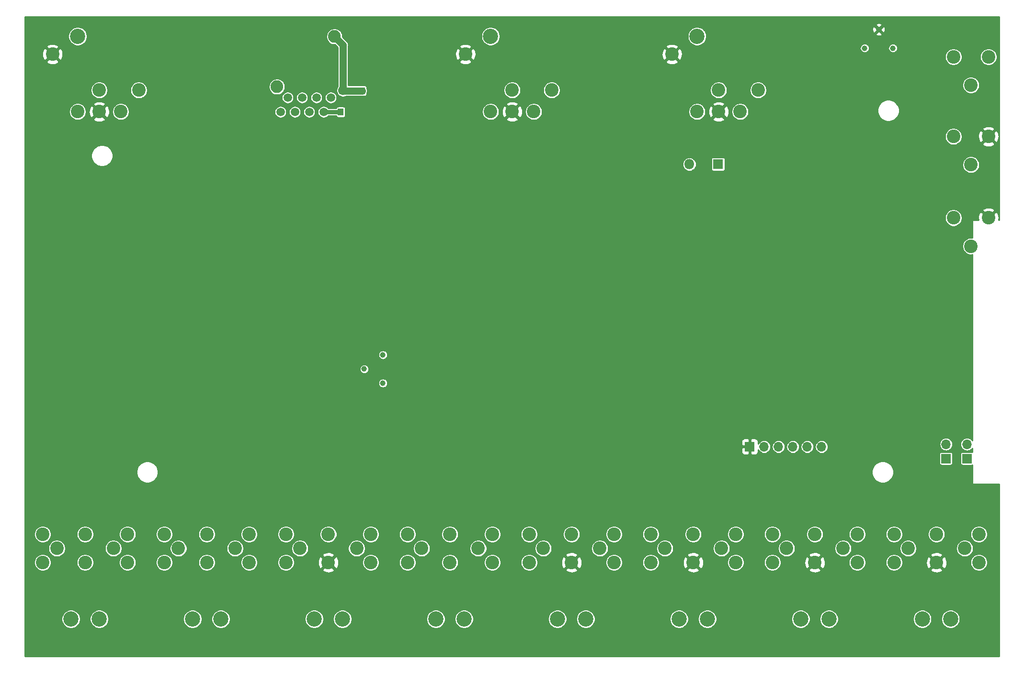
<source format=gbr>
G04 #@! TF.GenerationSoftware,KiCad,Pcbnew,5.1.4+dfsg1-1*
G04 #@! TF.CreationDate,2020-06-06T10:49:10+02:00*
G04 #@! TF.ProjectId,Midi_Merger,4d696469-5f4d-4657-9267-65722e6b6963,rev?*
G04 #@! TF.SameCoordinates,Original*
G04 #@! TF.FileFunction,Copper,L2,Bot*
G04 #@! TF.FilePolarity,Positive*
%FSLAX46Y46*%
G04 Gerber Fmt 4.6, Leading zero omitted, Abs format (unit mm)*
G04 Created by KiCad (PCBNEW 5.1.4+dfsg1-1) date 2020-06-06 10:49:10*
%MOMM*%
%LPD*%
G04 APERTURE LIST*
%ADD10C,2.700000*%
%ADD11C,2.400000*%
%ADD12C,0.500000*%
%ADD13C,0.650000*%
%ADD14C,0.100000*%
%ADD15O,1.700000X1.700000*%
%ADD16R,1.700000X1.700000*%
%ADD17C,1.000000*%
%ADD18O,1.800000X1.800000*%
%ADD19R,1.800000X1.800000*%
%ADD20R,1.000000X1.300000*%
%ADD21C,1.500000*%
%ADD22C,2.250000*%
%ADD23C,1.700000*%
%ADD24C,0.890000*%
%ADD25C,1.100000*%
%ADD26C,0.600000*%
%ADD27C,1.270000*%
%ADD28C,0.508000*%
%ADD29C,0.762000*%
%ADD30C,0.254000*%
G04 APERTURE END LIST*
D10*
X182000000Y-166000000D03*
X177000000Y-166000000D03*
D11*
X187000000Y-151000000D03*
X187000000Y-156000000D03*
X179500000Y-151000000D03*
X172000000Y-151000000D03*
X179500000Y-156000000D03*
X172000000Y-156000000D03*
X184500000Y-153500000D03*
X174500000Y-153500000D03*
D10*
X139000000Y-166000000D03*
X134000000Y-166000000D03*
D11*
X144000000Y-151000000D03*
X144000000Y-156000000D03*
X136500000Y-151000000D03*
X129000000Y-151000000D03*
X136500000Y-156000000D03*
X129000000Y-156000000D03*
X141500000Y-153500000D03*
X131500000Y-153500000D03*
D10*
X160500000Y-166000000D03*
X155500000Y-166000000D03*
D11*
X165500000Y-151000000D03*
X165500000Y-156000000D03*
X158000000Y-151000000D03*
X150500000Y-151000000D03*
X158000000Y-156000000D03*
X150500000Y-156000000D03*
X163000000Y-153500000D03*
X153000000Y-153500000D03*
D10*
X96000000Y-166000000D03*
X91000000Y-166000000D03*
D11*
X101000000Y-151000000D03*
X101000000Y-156000000D03*
X93500000Y-151000000D03*
X86000000Y-151000000D03*
X93500000Y-156000000D03*
X86000000Y-156000000D03*
X98500000Y-153500000D03*
X88500000Y-153500000D03*
D10*
X117500000Y-166000000D03*
X112500000Y-166000000D03*
D11*
X122500000Y-151000000D03*
X122500000Y-156000000D03*
X115000000Y-151000000D03*
X107500000Y-151000000D03*
X115000000Y-156000000D03*
X107500000Y-156000000D03*
X120000000Y-153500000D03*
X110000000Y-153500000D03*
D10*
X53000000Y-166000000D03*
X48000000Y-166000000D03*
D11*
X58000000Y-151000000D03*
X58000000Y-156000000D03*
X50500000Y-151000000D03*
X43000000Y-151000000D03*
X50500000Y-156000000D03*
X43000000Y-156000000D03*
X55500000Y-153500000D03*
X45500000Y-153500000D03*
D10*
X74500000Y-166000000D03*
X69500000Y-166000000D03*
D11*
X79500000Y-151000000D03*
X79500000Y-156000000D03*
X72000000Y-151000000D03*
X64500000Y-151000000D03*
X72000000Y-156000000D03*
X64500000Y-156000000D03*
X77000000Y-153500000D03*
X67000000Y-153500000D03*
D10*
X31500000Y-166000000D03*
X26500000Y-166000000D03*
D11*
X36500000Y-151000000D03*
X36500000Y-156000000D03*
X29000000Y-151000000D03*
X21500000Y-151000000D03*
X29000000Y-156000000D03*
X21500000Y-156000000D03*
X34000000Y-153500000D03*
X24000000Y-153500000D03*
D10*
X137190000Y-62860000D03*
D11*
X141000000Y-76200000D03*
X132750000Y-66030000D03*
X141000000Y-72385000D03*
X137190000Y-76200000D03*
X144810000Y-76200000D03*
X147980000Y-72385000D03*
D10*
X100690000Y-62860000D03*
D11*
X104500000Y-76200000D03*
X96250000Y-66030000D03*
X104500000Y-72385000D03*
X100690000Y-76200000D03*
X108310000Y-76200000D03*
X111480000Y-72385000D03*
D10*
X27690000Y-62860000D03*
D11*
X31500000Y-76200000D03*
X23250000Y-66030000D03*
X31500000Y-72385000D03*
X27690000Y-76200000D03*
X35310000Y-76200000D03*
X38480000Y-72385000D03*
D12*
X137600000Y-96400000D03*
D13*
X137600000Y-95650000D03*
D12*
X137600000Y-94900000D03*
D14*
G36*
X137737252Y-94650602D02*
G01*
X137749386Y-94652402D01*
X137761286Y-94655382D01*
X137772835Y-94659515D01*
X137783925Y-94664760D01*
X137794446Y-94671066D01*
X137804299Y-94678374D01*
X137813388Y-94686612D01*
X137821626Y-94695701D01*
X137828934Y-94705554D01*
X137835240Y-94716075D01*
X137840485Y-94727165D01*
X137844618Y-94738714D01*
X137847598Y-94750614D01*
X137849398Y-94762748D01*
X137850000Y-94775000D01*
X137850000Y-96525000D01*
X137849398Y-96537252D01*
X137847598Y-96549386D01*
X137844618Y-96561286D01*
X137840485Y-96572835D01*
X137835240Y-96583925D01*
X137828934Y-96594446D01*
X137821626Y-96604299D01*
X137813388Y-96613388D01*
X137804299Y-96621626D01*
X137794446Y-96628934D01*
X137783925Y-96635240D01*
X137772835Y-96640485D01*
X137761286Y-96644618D01*
X137749386Y-96647598D01*
X137737252Y-96649398D01*
X137725000Y-96650000D01*
X137475000Y-96650000D01*
X137462748Y-96649398D01*
X137450614Y-96647598D01*
X137438714Y-96644618D01*
X137427165Y-96640485D01*
X137416075Y-96635240D01*
X137405554Y-96628934D01*
X137395701Y-96621626D01*
X137386612Y-96613388D01*
X137378374Y-96604299D01*
X137371066Y-96594446D01*
X137364760Y-96583925D01*
X137359515Y-96572835D01*
X137355382Y-96561286D01*
X137352402Y-96549386D01*
X137350602Y-96537252D01*
X137350000Y-96525000D01*
X137350000Y-94775000D01*
X137350602Y-94762748D01*
X137352402Y-94750614D01*
X137355382Y-94738714D01*
X137359515Y-94727165D01*
X137364760Y-94716075D01*
X137371066Y-94705554D01*
X137378374Y-94695701D01*
X137386612Y-94686612D01*
X137395701Y-94678374D01*
X137405554Y-94671066D01*
X137416075Y-94664760D01*
X137427165Y-94659515D01*
X137438714Y-94655382D01*
X137450614Y-94652402D01*
X137462748Y-94650602D01*
X137475000Y-94650000D01*
X137725000Y-94650000D01*
X137737252Y-94650602D01*
X137737252Y-94650602D01*
G37*
D12*
X137600000Y-95650000D03*
D15*
X184900000Y-135060000D03*
D16*
X184900000Y-137600000D03*
D11*
X188700000Y-66500000D03*
X185600000Y-71500000D03*
X182500000Y-66500000D03*
X182500000Y-80600000D03*
X185600000Y-85600000D03*
X188700000Y-80600000D03*
X188700000Y-95000000D03*
X185600000Y-100000000D03*
X182500000Y-95000000D03*
D15*
X181200000Y-135060000D03*
D16*
X181200000Y-137600000D03*
D15*
X159200000Y-135500000D03*
X156660000Y-135500000D03*
X154120000Y-135500000D03*
X151580000Y-135500000D03*
X149040000Y-135500000D03*
D16*
X146500000Y-135500000D03*
D17*
X81650000Y-124250000D03*
X78350000Y-121750000D03*
X81650000Y-119250000D03*
D18*
X135820000Y-85500000D03*
X138360000Y-85500000D03*
D19*
X140900000Y-85500000D03*
D17*
X166800000Y-64950000D03*
X169300000Y-61650000D03*
X171800000Y-64950000D03*
D20*
X80050000Y-72500000D03*
X77950000Y-72500000D03*
X74200000Y-76250000D03*
X76300000Y-76250000D03*
D21*
X72440000Y-73700000D03*
X71170000Y-76240000D03*
X69900000Y-73700000D03*
X68630000Y-76240000D03*
X67360000Y-73700000D03*
X66090000Y-76240000D03*
X64820000Y-73700000D03*
X63550000Y-76240000D03*
D22*
X73080000Y-62900000D03*
X62920000Y-71790000D03*
D23*
X74595000Y-72430400D03*
D24*
X93500000Y-89250000D03*
X93500000Y-91750000D03*
X116750000Y-137500000D03*
X116750000Y-134750000D03*
X50000000Y-106750000D03*
X91500000Y-111500000D03*
X61750000Y-108000000D03*
X27000000Y-106750000D03*
X32250000Y-107750000D03*
X32250000Y-109750000D03*
X43500000Y-108500000D03*
X58000000Y-110500000D03*
X97750000Y-127500000D03*
X92500000Y-121750000D03*
X49250000Y-121500000D03*
X54500000Y-127000000D03*
X29000000Y-121500000D03*
X34250000Y-126750000D03*
X85000000Y-95750000D03*
X63750000Y-93250000D03*
X67750000Y-84750000D03*
X56000000Y-120500000D03*
D25*
X162000000Y-76000000D03*
X163500000Y-74500000D03*
X164500000Y-76500000D03*
X179600000Y-103800000D03*
X170600000Y-129200000D03*
X37400000Y-91600000D03*
D24*
X33800000Y-103400000D03*
X44200000Y-123200000D03*
X25000000Y-123200000D03*
X80800000Y-130600000D03*
X62200000Y-124400000D03*
X30200000Y-114800000D03*
X84200000Y-100200000D03*
X72200000Y-112800000D03*
X155321080Y-114698600D03*
X162121080Y-114739240D03*
X53750000Y-101250000D03*
X97750000Y-89500000D03*
X97000000Y-98250000D03*
X88750000Y-125250000D03*
X173500000Y-104500000D03*
X141800000Y-93200000D03*
X137200000Y-98600000D03*
X132400000Y-98600000D03*
X129600000Y-98600000D03*
X127200000Y-100000000D03*
X131000000Y-99800000D03*
X138600000Y-98000000D03*
X148600000Y-92000000D03*
X148600000Y-94200000D03*
X153200000Y-92000000D03*
X153200000Y-94200000D03*
X153200000Y-96600000D03*
X151000000Y-97600000D03*
X148600000Y-96800000D03*
X165800000Y-91800000D03*
X162000000Y-91800000D03*
X162000000Y-93800000D03*
X162000000Y-96600000D03*
X164200000Y-97400000D03*
X165708150Y-94200000D03*
X165600000Y-96800000D03*
X141400000Y-91000000D03*
X141000000Y-88900000D03*
X119000000Y-93400000D03*
X119000000Y-95400000D03*
X117800000Y-96200000D03*
X114600000Y-96200000D03*
X113600000Y-94600000D03*
X113800000Y-99800000D03*
X113800000Y-102600000D03*
X119800000Y-104000000D03*
X119600000Y-111800000D03*
X117600000Y-111800000D03*
X115600000Y-111800000D03*
X117000000Y-104000000D03*
X113800000Y-104000000D03*
X123800000Y-123200000D03*
X125200000Y-123200000D03*
X126600000Y-123200000D03*
X128000000Y-123200000D03*
X125000000Y-126400000D03*
X115400000Y-116800000D03*
X117600000Y-116800000D03*
X119600000Y-116800000D03*
X119600000Y-120600000D03*
X117600000Y-120600000D03*
X115400000Y-120600000D03*
D26*
X137600000Y-97400000D03*
X141500000Y-103000000D03*
X167500000Y-103000000D03*
X167500000Y-99500000D03*
X174500000Y-99500000D03*
X167000000Y-85500000D03*
X167000000Y-80500000D03*
X168000000Y-74000000D03*
X157500000Y-91500000D03*
X157500000Y-103000000D03*
X132000000Y-117000000D03*
X131500000Y-103500000D03*
X125500000Y-117000000D03*
D24*
X167500000Y-134500000D03*
X58820000Y-104300000D03*
X39920000Y-116700000D03*
X64000000Y-79750000D03*
D26*
X174500000Y-79000000D03*
X174500000Y-85500000D03*
D24*
X71200000Y-80600000D03*
X63850000Y-96200000D03*
X37350000Y-87925000D03*
X128300000Y-142000000D03*
X160500000Y-142900000D03*
X110600000Y-139500000D03*
D27*
X164500000Y-76500000D02*
X163722183Y-76500000D01*
D28*
X137600000Y-98200000D02*
X137200000Y-98600000D01*
X138600000Y-98000000D02*
X148200000Y-98000000D01*
X148200000Y-98000000D02*
X148600000Y-97600000D01*
X148600000Y-93600000D02*
X148600000Y-92000000D01*
X148600000Y-95000000D02*
X148600000Y-93600000D01*
X148600000Y-95000000D02*
X148600000Y-96800000D01*
X148600000Y-97600000D02*
X148600000Y-96800000D01*
X165600000Y-96800000D02*
X165600000Y-100600000D01*
X165600000Y-100600000D02*
X165200000Y-101000000D01*
X165200000Y-101000000D02*
X154800000Y-90600000D01*
X154800000Y-90600000D02*
X141800000Y-90600000D01*
X141000000Y-89200000D02*
X139400000Y-90800000D01*
X119000000Y-93400000D02*
X119000000Y-95400000D01*
X113600000Y-94600000D02*
X113600000Y-97200000D01*
X113800000Y-99800000D02*
X113800000Y-102600000D01*
X123800000Y-123200000D02*
X125200000Y-123200000D01*
X117600000Y-116800000D02*
X119600000Y-116800000D01*
X119600000Y-120600000D02*
X117600000Y-120600000D01*
X137600000Y-95650000D02*
X137600000Y-97400000D01*
X137600000Y-97400000D02*
X137600000Y-98200000D01*
D27*
X74664600Y-72500000D02*
X74595000Y-72430400D01*
X77950000Y-72500000D02*
X74664600Y-72500000D01*
X74595000Y-64415000D02*
X73080000Y-62900000D01*
X74595000Y-72430400D02*
X74595000Y-64415000D01*
D29*
X71180000Y-76250000D02*
X71170000Y-76240000D01*
X74200000Y-76250000D02*
X71180000Y-76250000D01*
D30*
G36*
X190598001Y-95373000D02*
G01*
X190500130Y-95373000D01*
X190518322Y-95305931D01*
X190543067Y-94945316D01*
X190496985Y-94586802D01*
X190381846Y-94244167D01*
X190262836Y-94021514D01*
X189977980Y-93901626D01*
X188879605Y-95000000D01*
X188893748Y-95014143D01*
X188714143Y-95193748D01*
X188700000Y-95179605D01*
X188685858Y-95193748D01*
X188506253Y-95014143D01*
X188520395Y-95000000D01*
X187422020Y-93901626D01*
X187137164Y-94021514D01*
X186976301Y-94345210D01*
X186881678Y-94694069D01*
X186856933Y-95054684D01*
X186897848Y-95373000D01*
X186000000Y-95373000D01*
X185975224Y-95375440D01*
X185951399Y-95382667D01*
X185929443Y-95394403D01*
X185910197Y-95410197D01*
X185894403Y-95429443D01*
X185882667Y-95451399D01*
X185875440Y-95475224D01*
X185873000Y-95500000D01*
X185873000Y-98497387D01*
X185750396Y-98473000D01*
X185449604Y-98473000D01*
X185154590Y-98531681D01*
X184876694Y-98646790D01*
X184626594Y-98813901D01*
X184413901Y-99026594D01*
X184246790Y-99276694D01*
X184131681Y-99554590D01*
X184073000Y-99849604D01*
X184073000Y-100150396D01*
X184131681Y-100445410D01*
X184246790Y-100723306D01*
X184413901Y-100973406D01*
X184626594Y-101186099D01*
X184876694Y-101353210D01*
X185154590Y-101468319D01*
X185449604Y-101527000D01*
X185750396Y-101527000D01*
X185873000Y-101502613D01*
X185873000Y-134390289D01*
X185736291Y-134223709D01*
X185557070Y-134076626D01*
X185352597Y-133967333D01*
X185130732Y-133900031D01*
X184957812Y-133883000D01*
X184842188Y-133883000D01*
X184669268Y-133900031D01*
X184447403Y-133967333D01*
X184242930Y-134076626D01*
X184063709Y-134223709D01*
X183916626Y-134402930D01*
X183807333Y-134607403D01*
X183740031Y-134829268D01*
X183717306Y-135060000D01*
X183740031Y-135290732D01*
X183807333Y-135512597D01*
X183916626Y-135717070D01*
X184063709Y-135896291D01*
X184242930Y-136043374D01*
X184447403Y-136152667D01*
X184669268Y-136219969D01*
X184842188Y-136237000D01*
X184957812Y-136237000D01*
X185130732Y-136219969D01*
X185352597Y-136152667D01*
X185557070Y-136043374D01*
X185736291Y-135896291D01*
X185873000Y-135729711D01*
X185873000Y-136445598D01*
X185814103Y-136427732D01*
X185750000Y-136421418D01*
X184050000Y-136421418D01*
X183985897Y-136427732D01*
X183924257Y-136446430D01*
X183867450Y-136476794D01*
X183817657Y-136517657D01*
X183776794Y-136567450D01*
X183746430Y-136624257D01*
X183727732Y-136685897D01*
X183721418Y-136750000D01*
X183721418Y-138450000D01*
X183727732Y-138514103D01*
X183746430Y-138575743D01*
X183776794Y-138632550D01*
X183817657Y-138682343D01*
X183867450Y-138723206D01*
X183924257Y-138753570D01*
X183985897Y-138772268D01*
X184050000Y-138778582D01*
X185750000Y-138778582D01*
X185814103Y-138772268D01*
X185873000Y-138754402D01*
X185873000Y-142000000D01*
X185875440Y-142024776D01*
X185882667Y-142048601D01*
X185894403Y-142070557D01*
X185910197Y-142089803D01*
X185929443Y-142105597D01*
X185951399Y-142117333D01*
X185975224Y-142124560D01*
X186000000Y-142127000D01*
X190598000Y-142127000D01*
X190598000Y-172598000D01*
X18402000Y-172598000D01*
X18402000Y-165834830D01*
X24823000Y-165834830D01*
X24823000Y-166165170D01*
X24887446Y-166489163D01*
X25013862Y-166794357D01*
X25197389Y-167069025D01*
X25430975Y-167302611D01*
X25705643Y-167486138D01*
X26010837Y-167612554D01*
X26334830Y-167677000D01*
X26665170Y-167677000D01*
X26989163Y-167612554D01*
X27294357Y-167486138D01*
X27569025Y-167302611D01*
X27802611Y-167069025D01*
X27986138Y-166794357D01*
X28112554Y-166489163D01*
X28177000Y-166165170D01*
X28177000Y-165834830D01*
X29823000Y-165834830D01*
X29823000Y-166165170D01*
X29887446Y-166489163D01*
X30013862Y-166794357D01*
X30197389Y-167069025D01*
X30430975Y-167302611D01*
X30705643Y-167486138D01*
X31010837Y-167612554D01*
X31334830Y-167677000D01*
X31665170Y-167677000D01*
X31989163Y-167612554D01*
X32294357Y-167486138D01*
X32569025Y-167302611D01*
X32802611Y-167069025D01*
X32986138Y-166794357D01*
X33112554Y-166489163D01*
X33177000Y-166165170D01*
X33177000Y-165834830D01*
X46323000Y-165834830D01*
X46323000Y-166165170D01*
X46387446Y-166489163D01*
X46513862Y-166794357D01*
X46697389Y-167069025D01*
X46930975Y-167302611D01*
X47205643Y-167486138D01*
X47510837Y-167612554D01*
X47834830Y-167677000D01*
X48165170Y-167677000D01*
X48489163Y-167612554D01*
X48794357Y-167486138D01*
X49069025Y-167302611D01*
X49302611Y-167069025D01*
X49486138Y-166794357D01*
X49612554Y-166489163D01*
X49677000Y-166165170D01*
X49677000Y-165834830D01*
X51323000Y-165834830D01*
X51323000Y-166165170D01*
X51387446Y-166489163D01*
X51513862Y-166794357D01*
X51697389Y-167069025D01*
X51930975Y-167302611D01*
X52205643Y-167486138D01*
X52510837Y-167612554D01*
X52834830Y-167677000D01*
X53165170Y-167677000D01*
X53489163Y-167612554D01*
X53794357Y-167486138D01*
X54069025Y-167302611D01*
X54302611Y-167069025D01*
X54486138Y-166794357D01*
X54612554Y-166489163D01*
X54677000Y-166165170D01*
X54677000Y-165834830D01*
X67823000Y-165834830D01*
X67823000Y-166165170D01*
X67887446Y-166489163D01*
X68013862Y-166794357D01*
X68197389Y-167069025D01*
X68430975Y-167302611D01*
X68705643Y-167486138D01*
X69010837Y-167612554D01*
X69334830Y-167677000D01*
X69665170Y-167677000D01*
X69989163Y-167612554D01*
X70294357Y-167486138D01*
X70569025Y-167302611D01*
X70802611Y-167069025D01*
X70986138Y-166794357D01*
X71112554Y-166489163D01*
X71177000Y-166165170D01*
X71177000Y-165834830D01*
X72823000Y-165834830D01*
X72823000Y-166165170D01*
X72887446Y-166489163D01*
X73013862Y-166794357D01*
X73197389Y-167069025D01*
X73430975Y-167302611D01*
X73705643Y-167486138D01*
X74010837Y-167612554D01*
X74334830Y-167677000D01*
X74665170Y-167677000D01*
X74989163Y-167612554D01*
X75294357Y-167486138D01*
X75569025Y-167302611D01*
X75802611Y-167069025D01*
X75986138Y-166794357D01*
X76112554Y-166489163D01*
X76177000Y-166165170D01*
X76177000Y-165834830D01*
X89323000Y-165834830D01*
X89323000Y-166165170D01*
X89387446Y-166489163D01*
X89513862Y-166794357D01*
X89697389Y-167069025D01*
X89930975Y-167302611D01*
X90205643Y-167486138D01*
X90510837Y-167612554D01*
X90834830Y-167677000D01*
X91165170Y-167677000D01*
X91489163Y-167612554D01*
X91794357Y-167486138D01*
X92069025Y-167302611D01*
X92302611Y-167069025D01*
X92486138Y-166794357D01*
X92612554Y-166489163D01*
X92677000Y-166165170D01*
X92677000Y-165834830D01*
X94323000Y-165834830D01*
X94323000Y-166165170D01*
X94387446Y-166489163D01*
X94513862Y-166794357D01*
X94697389Y-167069025D01*
X94930975Y-167302611D01*
X95205643Y-167486138D01*
X95510837Y-167612554D01*
X95834830Y-167677000D01*
X96165170Y-167677000D01*
X96489163Y-167612554D01*
X96794357Y-167486138D01*
X97069025Y-167302611D01*
X97302611Y-167069025D01*
X97486138Y-166794357D01*
X97612554Y-166489163D01*
X97677000Y-166165170D01*
X97677000Y-165834830D01*
X110823000Y-165834830D01*
X110823000Y-166165170D01*
X110887446Y-166489163D01*
X111013862Y-166794357D01*
X111197389Y-167069025D01*
X111430975Y-167302611D01*
X111705643Y-167486138D01*
X112010837Y-167612554D01*
X112334830Y-167677000D01*
X112665170Y-167677000D01*
X112989163Y-167612554D01*
X113294357Y-167486138D01*
X113569025Y-167302611D01*
X113802611Y-167069025D01*
X113986138Y-166794357D01*
X114112554Y-166489163D01*
X114177000Y-166165170D01*
X114177000Y-165834830D01*
X115823000Y-165834830D01*
X115823000Y-166165170D01*
X115887446Y-166489163D01*
X116013862Y-166794357D01*
X116197389Y-167069025D01*
X116430975Y-167302611D01*
X116705643Y-167486138D01*
X117010837Y-167612554D01*
X117334830Y-167677000D01*
X117665170Y-167677000D01*
X117989163Y-167612554D01*
X118294357Y-167486138D01*
X118569025Y-167302611D01*
X118802611Y-167069025D01*
X118986138Y-166794357D01*
X119112554Y-166489163D01*
X119177000Y-166165170D01*
X119177000Y-165834830D01*
X132323000Y-165834830D01*
X132323000Y-166165170D01*
X132387446Y-166489163D01*
X132513862Y-166794357D01*
X132697389Y-167069025D01*
X132930975Y-167302611D01*
X133205643Y-167486138D01*
X133510837Y-167612554D01*
X133834830Y-167677000D01*
X134165170Y-167677000D01*
X134489163Y-167612554D01*
X134794357Y-167486138D01*
X135069025Y-167302611D01*
X135302611Y-167069025D01*
X135486138Y-166794357D01*
X135612554Y-166489163D01*
X135677000Y-166165170D01*
X135677000Y-165834830D01*
X137323000Y-165834830D01*
X137323000Y-166165170D01*
X137387446Y-166489163D01*
X137513862Y-166794357D01*
X137697389Y-167069025D01*
X137930975Y-167302611D01*
X138205643Y-167486138D01*
X138510837Y-167612554D01*
X138834830Y-167677000D01*
X139165170Y-167677000D01*
X139489163Y-167612554D01*
X139794357Y-167486138D01*
X140069025Y-167302611D01*
X140302611Y-167069025D01*
X140486138Y-166794357D01*
X140612554Y-166489163D01*
X140677000Y-166165170D01*
X140677000Y-165834830D01*
X153823000Y-165834830D01*
X153823000Y-166165170D01*
X153887446Y-166489163D01*
X154013862Y-166794357D01*
X154197389Y-167069025D01*
X154430975Y-167302611D01*
X154705643Y-167486138D01*
X155010837Y-167612554D01*
X155334830Y-167677000D01*
X155665170Y-167677000D01*
X155989163Y-167612554D01*
X156294357Y-167486138D01*
X156569025Y-167302611D01*
X156802611Y-167069025D01*
X156986138Y-166794357D01*
X157112554Y-166489163D01*
X157177000Y-166165170D01*
X157177000Y-165834830D01*
X158823000Y-165834830D01*
X158823000Y-166165170D01*
X158887446Y-166489163D01*
X159013862Y-166794357D01*
X159197389Y-167069025D01*
X159430975Y-167302611D01*
X159705643Y-167486138D01*
X160010837Y-167612554D01*
X160334830Y-167677000D01*
X160665170Y-167677000D01*
X160989163Y-167612554D01*
X161294357Y-167486138D01*
X161569025Y-167302611D01*
X161802611Y-167069025D01*
X161986138Y-166794357D01*
X162112554Y-166489163D01*
X162177000Y-166165170D01*
X162177000Y-165834830D01*
X175323000Y-165834830D01*
X175323000Y-166165170D01*
X175387446Y-166489163D01*
X175513862Y-166794357D01*
X175697389Y-167069025D01*
X175930975Y-167302611D01*
X176205643Y-167486138D01*
X176510837Y-167612554D01*
X176834830Y-167677000D01*
X177165170Y-167677000D01*
X177489163Y-167612554D01*
X177794357Y-167486138D01*
X178069025Y-167302611D01*
X178302611Y-167069025D01*
X178486138Y-166794357D01*
X178612554Y-166489163D01*
X178677000Y-166165170D01*
X178677000Y-165834830D01*
X180323000Y-165834830D01*
X180323000Y-166165170D01*
X180387446Y-166489163D01*
X180513862Y-166794357D01*
X180697389Y-167069025D01*
X180930975Y-167302611D01*
X181205643Y-167486138D01*
X181510837Y-167612554D01*
X181834830Y-167677000D01*
X182165170Y-167677000D01*
X182489163Y-167612554D01*
X182794357Y-167486138D01*
X183069025Y-167302611D01*
X183302611Y-167069025D01*
X183486138Y-166794357D01*
X183612554Y-166489163D01*
X183677000Y-166165170D01*
X183677000Y-165834830D01*
X183612554Y-165510837D01*
X183486138Y-165205643D01*
X183302611Y-164930975D01*
X183069025Y-164697389D01*
X182794357Y-164513862D01*
X182489163Y-164387446D01*
X182165170Y-164323000D01*
X181834830Y-164323000D01*
X181510837Y-164387446D01*
X181205643Y-164513862D01*
X180930975Y-164697389D01*
X180697389Y-164930975D01*
X180513862Y-165205643D01*
X180387446Y-165510837D01*
X180323000Y-165834830D01*
X178677000Y-165834830D01*
X178612554Y-165510837D01*
X178486138Y-165205643D01*
X178302611Y-164930975D01*
X178069025Y-164697389D01*
X177794357Y-164513862D01*
X177489163Y-164387446D01*
X177165170Y-164323000D01*
X176834830Y-164323000D01*
X176510837Y-164387446D01*
X176205643Y-164513862D01*
X175930975Y-164697389D01*
X175697389Y-164930975D01*
X175513862Y-165205643D01*
X175387446Y-165510837D01*
X175323000Y-165834830D01*
X162177000Y-165834830D01*
X162112554Y-165510837D01*
X161986138Y-165205643D01*
X161802611Y-164930975D01*
X161569025Y-164697389D01*
X161294357Y-164513862D01*
X160989163Y-164387446D01*
X160665170Y-164323000D01*
X160334830Y-164323000D01*
X160010837Y-164387446D01*
X159705643Y-164513862D01*
X159430975Y-164697389D01*
X159197389Y-164930975D01*
X159013862Y-165205643D01*
X158887446Y-165510837D01*
X158823000Y-165834830D01*
X157177000Y-165834830D01*
X157112554Y-165510837D01*
X156986138Y-165205643D01*
X156802611Y-164930975D01*
X156569025Y-164697389D01*
X156294357Y-164513862D01*
X155989163Y-164387446D01*
X155665170Y-164323000D01*
X155334830Y-164323000D01*
X155010837Y-164387446D01*
X154705643Y-164513862D01*
X154430975Y-164697389D01*
X154197389Y-164930975D01*
X154013862Y-165205643D01*
X153887446Y-165510837D01*
X153823000Y-165834830D01*
X140677000Y-165834830D01*
X140612554Y-165510837D01*
X140486138Y-165205643D01*
X140302611Y-164930975D01*
X140069025Y-164697389D01*
X139794357Y-164513862D01*
X139489163Y-164387446D01*
X139165170Y-164323000D01*
X138834830Y-164323000D01*
X138510837Y-164387446D01*
X138205643Y-164513862D01*
X137930975Y-164697389D01*
X137697389Y-164930975D01*
X137513862Y-165205643D01*
X137387446Y-165510837D01*
X137323000Y-165834830D01*
X135677000Y-165834830D01*
X135612554Y-165510837D01*
X135486138Y-165205643D01*
X135302611Y-164930975D01*
X135069025Y-164697389D01*
X134794357Y-164513862D01*
X134489163Y-164387446D01*
X134165170Y-164323000D01*
X133834830Y-164323000D01*
X133510837Y-164387446D01*
X133205643Y-164513862D01*
X132930975Y-164697389D01*
X132697389Y-164930975D01*
X132513862Y-165205643D01*
X132387446Y-165510837D01*
X132323000Y-165834830D01*
X119177000Y-165834830D01*
X119112554Y-165510837D01*
X118986138Y-165205643D01*
X118802611Y-164930975D01*
X118569025Y-164697389D01*
X118294357Y-164513862D01*
X117989163Y-164387446D01*
X117665170Y-164323000D01*
X117334830Y-164323000D01*
X117010837Y-164387446D01*
X116705643Y-164513862D01*
X116430975Y-164697389D01*
X116197389Y-164930975D01*
X116013862Y-165205643D01*
X115887446Y-165510837D01*
X115823000Y-165834830D01*
X114177000Y-165834830D01*
X114112554Y-165510837D01*
X113986138Y-165205643D01*
X113802611Y-164930975D01*
X113569025Y-164697389D01*
X113294357Y-164513862D01*
X112989163Y-164387446D01*
X112665170Y-164323000D01*
X112334830Y-164323000D01*
X112010837Y-164387446D01*
X111705643Y-164513862D01*
X111430975Y-164697389D01*
X111197389Y-164930975D01*
X111013862Y-165205643D01*
X110887446Y-165510837D01*
X110823000Y-165834830D01*
X97677000Y-165834830D01*
X97612554Y-165510837D01*
X97486138Y-165205643D01*
X97302611Y-164930975D01*
X97069025Y-164697389D01*
X96794357Y-164513862D01*
X96489163Y-164387446D01*
X96165170Y-164323000D01*
X95834830Y-164323000D01*
X95510837Y-164387446D01*
X95205643Y-164513862D01*
X94930975Y-164697389D01*
X94697389Y-164930975D01*
X94513862Y-165205643D01*
X94387446Y-165510837D01*
X94323000Y-165834830D01*
X92677000Y-165834830D01*
X92612554Y-165510837D01*
X92486138Y-165205643D01*
X92302611Y-164930975D01*
X92069025Y-164697389D01*
X91794357Y-164513862D01*
X91489163Y-164387446D01*
X91165170Y-164323000D01*
X90834830Y-164323000D01*
X90510837Y-164387446D01*
X90205643Y-164513862D01*
X89930975Y-164697389D01*
X89697389Y-164930975D01*
X89513862Y-165205643D01*
X89387446Y-165510837D01*
X89323000Y-165834830D01*
X76177000Y-165834830D01*
X76112554Y-165510837D01*
X75986138Y-165205643D01*
X75802611Y-164930975D01*
X75569025Y-164697389D01*
X75294357Y-164513862D01*
X74989163Y-164387446D01*
X74665170Y-164323000D01*
X74334830Y-164323000D01*
X74010837Y-164387446D01*
X73705643Y-164513862D01*
X73430975Y-164697389D01*
X73197389Y-164930975D01*
X73013862Y-165205643D01*
X72887446Y-165510837D01*
X72823000Y-165834830D01*
X71177000Y-165834830D01*
X71112554Y-165510837D01*
X70986138Y-165205643D01*
X70802611Y-164930975D01*
X70569025Y-164697389D01*
X70294357Y-164513862D01*
X69989163Y-164387446D01*
X69665170Y-164323000D01*
X69334830Y-164323000D01*
X69010837Y-164387446D01*
X68705643Y-164513862D01*
X68430975Y-164697389D01*
X68197389Y-164930975D01*
X68013862Y-165205643D01*
X67887446Y-165510837D01*
X67823000Y-165834830D01*
X54677000Y-165834830D01*
X54612554Y-165510837D01*
X54486138Y-165205643D01*
X54302611Y-164930975D01*
X54069025Y-164697389D01*
X53794357Y-164513862D01*
X53489163Y-164387446D01*
X53165170Y-164323000D01*
X52834830Y-164323000D01*
X52510837Y-164387446D01*
X52205643Y-164513862D01*
X51930975Y-164697389D01*
X51697389Y-164930975D01*
X51513862Y-165205643D01*
X51387446Y-165510837D01*
X51323000Y-165834830D01*
X49677000Y-165834830D01*
X49612554Y-165510837D01*
X49486138Y-165205643D01*
X49302611Y-164930975D01*
X49069025Y-164697389D01*
X48794357Y-164513862D01*
X48489163Y-164387446D01*
X48165170Y-164323000D01*
X47834830Y-164323000D01*
X47510837Y-164387446D01*
X47205643Y-164513862D01*
X46930975Y-164697389D01*
X46697389Y-164930975D01*
X46513862Y-165205643D01*
X46387446Y-165510837D01*
X46323000Y-165834830D01*
X33177000Y-165834830D01*
X33112554Y-165510837D01*
X32986138Y-165205643D01*
X32802611Y-164930975D01*
X32569025Y-164697389D01*
X32294357Y-164513862D01*
X31989163Y-164387446D01*
X31665170Y-164323000D01*
X31334830Y-164323000D01*
X31010837Y-164387446D01*
X30705643Y-164513862D01*
X30430975Y-164697389D01*
X30197389Y-164930975D01*
X30013862Y-165205643D01*
X29887446Y-165510837D01*
X29823000Y-165834830D01*
X28177000Y-165834830D01*
X28112554Y-165510837D01*
X27986138Y-165205643D01*
X27802611Y-164930975D01*
X27569025Y-164697389D01*
X27294357Y-164513862D01*
X26989163Y-164387446D01*
X26665170Y-164323000D01*
X26334830Y-164323000D01*
X26010837Y-164387446D01*
X25705643Y-164513862D01*
X25430975Y-164697389D01*
X25197389Y-164930975D01*
X25013862Y-165205643D01*
X24887446Y-165510837D01*
X24823000Y-165834830D01*
X18402000Y-165834830D01*
X18402000Y-155849604D01*
X19973000Y-155849604D01*
X19973000Y-156150396D01*
X20031681Y-156445410D01*
X20146790Y-156723306D01*
X20313901Y-156973406D01*
X20526594Y-157186099D01*
X20776694Y-157353210D01*
X21054590Y-157468319D01*
X21349604Y-157527000D01*
X21650396Y-157527000D01*
X21945410Y-157468319D01*
X22223306Y-157353210D01*
X22473406Y-157186099D01*
X22686099Y-156973406D01*
X22853210Y-156723306D01*
X22968319Y-156445410D01*
X23027000Y-156150396D01*
X23027000Y-155849604D01*
X27473000Y-155849604D01*
X27473000Y-156150396D01*
X27531681Y-156445410D01*
X27646790Y-156723306D01*
X27813901Y-156973406D01*
X28026594Y-157186099D01*
X28276694Y-157353210D01*
X28554590Y-157468319D01*
X28849604Y-157527000D01*
X29150396Y-157527000D01*
X29445410Y-157468319D01*
X29723306Y-157353210D01*
X29973406Y-157186099D01*
X30186099Y-156973406D01*
X30353210Y-156723306D01*
X30468319Y-156445410D01*
X30527000Y-156150396D01*
X30527000Y-155849604D01*
X34973000Y-155849604D01*
X34973000Y-156150396D01*
X35031681Y-156445410D01*
X35146790Y-156723306D01*
X35313901Y-156973406D01*
X35526594Y-157186099D01*
X35776694Y-157353210D01*
X36054590Y-157468319D01*
X36349604Y-157527000D01*
X36650396Y-157527000D01*
X36945410Y-157468319D01*
X37223306Y-157353210D01*
X37473406Y-157186099D01*
X37686099Y-156973406D01*
X37853210Y-156723306D01*
X37968319Y-156445410D01*
X38027000Y-156150396D01*
X38027000Y-155849604D01*
X41473000Y-155849604D01*
X41473000Y-156150396D01*
X41531681Y-156445410D01*
X41646790Y-156723306D01*
X41813901Y-156973406D01*
X42026594Y-157186099D01*
X42276694Y-157353210D01*
X42554590Y-157468319D01*
X42849604Y-157527000D01*
X43150396Y-157527000D01*
X43445410Y-157468319D01*
X43723306Y-157353210D01*
X43973406Y-157186099D01*
X44186099Y-156973406D01*
X44353210Y-156723306D01*
X44468319Y-156445410D01*
X44527000Y-156150396D01*
X44527000Y-155849604D01*
X48973000Y-155849604D01*
X48973000Y-156150396D01*
X49031681Y-156445410D01*
X49146790Y-156723306D01*
X49313901Y-156973406D01*
X49526594Y-157186099D01*
X49776694Y-157353210D01*
X50054590Y-157468319D01*
X50349604Y-157527000D01*
X50650396Y-157527000D01*
X50945410Y-157468319D01*
X51223306Y-157353210D01*
X51473406Y-157186099D01*
X51686099Y-156973406D01*
X51853210Y-156723306D01*
X51968319Y-156445410D01*
X52027000Y-156150396D01*
X52027000Y-155849604D01*
X56473000Y-155849604D01*
X56473000Y-156150396D01*
X56531681Y-156445410D01*
X56646790Y-156723306D01*
X56813901Y-156973406D01*
X57026594Y-157186099D01*
X57276694Y-157353210D01*
X57554590Y-157468319D01*
X57849604Y-157527000D01*
X58150396Y-157527000D01*
X58445410Y-157468319D01*
X58723306Y-157353210D01*
X58973406Y-157186099D01*
X59186099Y-156973406D01*
X59353210Y-156723306D01*
X59468319Y-156445410D01*
X59527000Y-156150396D01*
X59527000Y-155849604D01*
X62973000Y-155849604D01*
X62973000Y-156150396D01*
X63031681Y-156445410D01*
X63146790Y-156723306D01*
X63313901Y-156973406D01*
X63526594Y-157186099D01*
X63776694Y-157353210D01*
X64054590Y-157468319D01*
X64349604Y-157527000D01*
X64650396Y-157527000D01*
X64945410Y-157468319D01*
X65223306Y-157353210D01*
X65335895Y-157277980D01*
X70901626Y-157277980D01*
X71021514Y-157562836D01*
X71345210Y-157723699D01*
X71694069Y-157818322D01*
X72054684Y-157843067D01*
X72413198Y-157796985D01*
X72755833Y-157681846D01*
X72978486Y-157562836D01*
X73098374Y-157277980D01*
X72000000Y-156179605D01*
X70901626Y-157277980D01*
X65335895Y-157277980D01*
X65473406Y-157186099D01*
X65686099Y-156973406D01*
X65853210Y-156723306D01*
X65968319Y-156445410D01*
X66027000Y-156150396D01*
X66027000Y-156054684D01*
X70156933Y-156054684D01*
X70203015Y-156413198D01*
X70318154Y-156755833D01*
X70437164Y-156978486D01*
X70722020Y-157098374D01*
X71820395Y-156000000D01*
X72179605Y-156000000D01*
X73277980Y-157098374D01*
X73562836Y-156978486D01*
X73723699Y-156654790D01*
X73818322Y-156305931D01*
X73843067Y-155945316D01*
X73830765Y-155849604D01*
X77973000Y-155849604D01*
X77973000Y-156150396D01*
X78031681Y-156445410D01*
X78146790Y-156723306D01*
X78313901Y-156973406D01*
X78526594Y-157186099D01*
X78776694Y-157353210D01*
X79054590Y-157468319D01*
X79349604Y-157527000D01*
X79650396Y-157527000D01*
X79945410Y-157468319D01*
X80223306Y-157353210D01*
X80473406Y-157186099D01*
X80686099Y-156973406D01*
X80853210Y-156723306D01*
X80968319Y-156445410D01*
X81027000Y-156150396D01*
X81027000Y-155849604D01*
X84473000Y-155849604D01*
X84473000Y-156150396D01*
X84531681Y-156445410D01*
X84646790Y-156723306D01*
X84813901Y-156973406D01*
X85026594Y-157186099D01*
X85276694Y-157353210D01*
X85554590Y-157468319D01*
X85849604Y-157527000D01*
X86150396Y-157527000D01*
X86445410Y-157468319D01*
X86723306Y-157353210D01*
X86973406Y-157186099D01*
X87186099Y-156973406D01*
X87353210Y-156723306D01*
X87468319Y-156445410D01*
X87527000Y-156150396D01*
X87527000Y-155849604D01*
X91973000Y-155849604D01*
X91973000Y-156150396D01*
X92031681Y-156445410D01*
X92146790Y-156723306D01*
X92313901Y-156973406D01*
X92526594Y-157186099D01*
X92776694Y-157353210D01*
X93054590Y-157468319D01*
X93349604Y-157527000D01*
X93650396Y-157527000D01*
X93945410Y-157468319D01*
X94223306Y-157353210D01*
X94473406Y-157186099D01*
X94686099Y-156973406D01*
X94853210Y-156723306D01*
X94968319Y-156445410D01*
X95027000Y-156150396D01*
X95027000Y-155849604D01*
X99473000Y-155849604D01*
X99473000Y-156150396D01*
X99531681Y-156445410D01*
X99646790Y-156723306D01*
X99813901Y-156973406D01*
X100026594Y-157186099D01*
X100276694Y-157353210D01*
X100554590Y-157468319D01*
X100849604Y-157527000D01*
X101150396Y-157527000D01*
X101445410Y-157468319D01*
X101723306Y-157353210D01*
X101973406Y-157186099D01*
X102186099Y-156973406D01*
X102353210Y-156723306D01*
X102468319Y-156445410D01*
X102527000Y-156150396D01*
X102527000Y-155849604D01*
X105973000Y-155849604D01*
X105973000Y-156150396D01*
X106031681Y-156445410D01*
X106146790Y-156723306D01*
X106313901Y-156973406D01*
X106526594Y-157186099D01*
X106776694Y-157353210D01*
X107054590Y-157468319D01*
X107349604Y-157527000D01*
X107650396Y-157527000D01*
X107945410Y-157468319D01*
X108223306Y-157353210D01*
X108335895Y-157277980D01*
X113901626Y-157277980D01*
X114021514Y-157562836D01*
X114345210Y-157723699D01*
X114694069Y-157818322D01*
X115054684Y-157843067D01*
X115413198Y-157796985D01*
X115755833Y-157681846D01*
X115978486Y-157562836D01*
X116098374Y-157277980D01*
X115000000Y-156179605D01*
X113901626Y-157277980D01*
X108335895Y-157277980D01*
X108473406Y-157186099D01*
X108686099Y-156973406D01*
X108853210Y-156723306D01*
X108968319Y-156445410D01*
X109027000Y-156150396D01*
X109027000Y-156054684D01*
X113156933Y-156054684D01*
X113203015Y-156413198D01*
X113318154Y-156755833D01*
X113437164Y-156978486D01*
X113722020Y-157098374D01*
X114820395Y-156000000D01*
X115179605Y-156000000D01*
X116277980Y-157098374D01*
X116562836Y-156978486D01*
X116723699Y-156654790D01*
X116818322Y-156305931D01*
X116843067Y-155945316D01*
X116830765Y-155849604D01*
X120973000Y-155849604D01*
X120973000Y-156150396D01*
X121031681Y-156445410D01*
X121146790Y-156723306D01*
X121313901Y-156973406D01*
X121526594Y-157186099D01*
X121776694Y-157353210D01*
X122054590Y-157468319D01*
X122349604Y-157527000D01*
X122650396Y-157527000D01*
X122945410Y-157468319D01*
X123223306Y-157353210D01*
X123473406Y-157186099D01*
X123686099Y-156973406D01*
X123853210Y-156723306D01*
X123968319Y-156445410D01*
X124027000Y-156150396D01*
X124027000Y-155849604D01*
X127473000Y-155849604D01*
X127473000Y-156150396D01*
X127531681Y-156445410D01*
X127646790Y-156723306D01*
X127813901Y-156973406D01*
X128026594Y-157186099D01*
X128276694Y-157353210D01*
X128554590Y-157468319D01*
X128849604Y-157527000D01*
X129150396Y-157527000D01*
X129445410Y-157468319D01*
X129723306Y-157353210D01*
X129835895Y-157277980D01*
X135401626Y-157277980D01*
X135521514Y-157562836D01*
X135845210Y-157723699D01*
X136194069Y-157818322D01*
X136554684Y-157843067D01*
X136913198Y-157796985D01*
X137255833Y-157681846D01*
X137478486Y-157562836D01*
X137598374Y-157277980D01*
X136500000Y-156179605D01*
X135401626Y-157277980D01*
X129835895Y-157277980D01*
X129973406Y-157186099D01*
X130186099Y-156973406D01*
X130353210Y-156723306D01*
X130468319Y-156445410D01*
X130527000Y-156150396D01*
X130527000Y-156054684D01*
X134656933Y-156054684D01*
X134703015Y-156413198D01*
X134818154Y-156755833D01*
X134937164Y-156978486D01*
X135222020Y-157098374D01*
X136320395Y-156000000D01*
X136679605Y-156000000D01*
X137777980Y-157098374D01*
X138062836Y-156978486D01*
X138223699Y-156654790D01*
X138318322Y-156305931D01*
X138343067Y-155945316D01*
X138330765Y-155849604D01*
X142473000Y-155849604D01*
X142473000Y-156150396D01*
X142531681Y-156445410D01*
X142646790Y-156723306D01*
X142813901Y-156973406D01*
X143026594Y-157186099D01*
X143276694Y-157353210D01*
X143554590Y-157468319D01*
X143849604Y-157527000D01*
X144150396Y-157527000D01*
X144445410Y-157468319D01*
X144723306Y-157353210D01*
X144973406Y-157186099D01*
X145186099Y-156973406D01*
X145353210Y-156723306D01*
X145468319Y-156445410D01*
X145527000Y-156150396D01*
X145527000Y-155849604D01*
X148973000Y-155849604D01*
X148973000Y-156150396D01*
X149031681Y-156445410D01*
X149146790Y-156723306D01*
X149313901Y-156973406D01*
X149526594Y-157186099D01*
X149776694Y-157353210D01*
X150054590Y-157468319D01*
X150349604Y-157527000D01*
X150650396Y-157527000D01*
X150945410Y-157468319D01*
X151223306Y-157353210D01*
X151335895Y-157277980D01*
X156901626Y-157277980D01*
X157021514Y-157562836D01*
X157345210Y-157723699D01*
X157694069Y-157818322D01*
X158054684Y-157843067D01*
X158413198Y-157796985D01*
X158755833Y-157681846D01*
X158978486Y-157562836D01*
X159098374Y-157277980D01*
X158000000Y-156179605D01*
X156901626Y-157277980D01*
X151335895Y-157277980D01*
X151473406Y-157186099D01*
X151686099Y-156973406D01*
X151853210Y-156723306D01*
X151968319Y-156445410D01*
X152027000Y-156150396D01*
X152027000Y-156054684D01*
X156156933Y-156054684D01*
X156203015Y-156413198D01*
X156318154Y-156755833D01*
X156437164Y-156978486D01*
X156722020Y-157098374D01*
X157820395Y-156000000D01*
X158179605Y-156000000D01*
X159277980Y-157098374D01*
X159562836Y-156978486D01*
X159723699Y-156654790D01*
X159818322Y-156305931D01*
X159843067Y-155945316D01*
X159830765Y-155849604D01*
X163973000Y-155849604D01*
X163973000Y-156150396D01*
X164031681Y-156445410D01*
X164146790Y-156723306D01*
X164313901Y-156973406D01*
X164526594Y-157186099D01*
X164776694Y-157353210D01*
X165054590Y-157468319D01*
X165349604Y-157527000D01*
X165650396Y-157527000D01*
X165945410Y-157468319D01*
X166223306Y-157353210D01*
X166473406Y-157186099D01*
X166686099Y-156973406D01*
X166853210Y-156723306D01*
X166968319Y-156445410D01*
X167027000Y-156150396D01*
X167027000Y-155849604D01*
X170473000Y-155849604D01*
X170473000Y-156150396D01*
X170531681Y-156445410D01*
X170646790Y-156723306D01*
X170813901Y-156973406D01*
X171026594Y-157186099D01*
X171276694Y-157353210D01*
X171554590Y-157468319D01*
X171849604Y-157527000D01*
X172150396Y-157527000D01*
X172445410Y-157468319D01*
X172723306Y-157353210D01*
X172835895Y-157277980D01*
X178401626Y-157277980D01*
X178521514Y-157562836D01*
X178845210Y-157723699D01*
X179194069Y-157818322D01*
X179554684Y-157843067D01*
X179913198Y-157796985D01*
X180255833Y-157681846D01*
X180478486Y-157562836D01*
X180598374Y-157277980D01*
X179500000Y-156179605D01*
X178401626Y-157277980D01*
X172835895Y-157277980D01*
X172973406Y-157186099D01*
X173186099Y-156973406D01*
X173353210Y-156723306D01*
X173468319Y-156445410D01*
X173527000Y-156150396D01*
X173527000Y-156054684D01*
X177656933Y-156054684D01*
X177703015Y-156413198D01*
X177818154Y-156755833D01*
X177937164Y-156978486D01*
X178222020Y-157098374D01*
X179320395Y-156000000D01*
X179679605Y-156000000D01*
X180777980Y-157098374D01*
X181062836Y-156978486D01*
X181223699Y-156654790D01*
X181318322Y-156305931D01*
X181343067Y-155945316D01*
X181330765Y-155849604D01*
X185473000Y-155849604D01*
X185473000Y-156150396D01*
X185531681Y-156445410D01*
X185646790Y-156723306D01*
X185813901Y-156973406D01*
X186026594Y-157186099D01*
X186276694Y-157353210D01*
X186554590Y-157468319D01*
X186849604Y-157527000D01*
X187150396Y-157527000D01*
X187445410Y-157468319D01*
X187723306Y-157353210D01*
X187973406Y-157186099D01*
X188186099Y-156973406D01*
X188353210Y-156723306D01*
X188468319Y-156445410D01*
X188527000Y-156150396D01*
X188527000Y-155849604D01*
X188468319Y-155554590D01*
X188353210Y-155276694D01*
X188186099Y-155026594D01*
X187973406Y-154813901D01*
X187723306Y-154646790D01*
X187445410Y-154531681D01*
X187150396Y-154473000D01*
X186849604Y-154473000D01*
X186554590Y-154531681D01*
X186276694Y-154646790D01*
X186026594Y-154813901D01*
X185813901Y-155026594D01*
X185646790Y-155276694D01*
X185531681Y-155554590D01*
X185473000Y-155849604D01*
X181330765Y-155849604D01*
X181296985Y-155586802D01*
X181181846Y-155244167D01*
X181062836Y-155021514D01*
X180777980Y-154901626D01*
X179679605Y-156000000D01*
X179320395Y-156000000D01*
X178222020Y-154901626D01*
X177937164Y-155021514D01*
X177776301Y-155345210D01*
X177681678Y-155694069D01*
X177656933Y-156054684D01*
X173527000Y-156054684D01*
X173527000Y-155849604D01*
X173468319Y-155554590D01*
X173353210Y-155276694D01*
X173186099Y-155026594D01*
X172973406Y-154813901D01*
X172723306Y-154646790D01*
X172445410Y-154531681D01*
X172150396Y-154473000D01*
X171849604Y-154473000D01*
X171554590Y-154531681D01*
X171276694Y-154646790D01*
X171026594Y-154813901D01*
X170813901Y-155026594D01*
X170646790Y-155276694D01*
X170531681Y-155554590D01*
X170473000Y-155849604D01*
X167027000Y-155849604D01*
X166968319Y-155554590D01*
X166853210Y-155276694D01*
X166686099Y-155026594D01*
X166473406Y-154813901D01*
X166223306Y-154646790D01*
X165945410Y-154531681D01*
X165650396Y-154473000D01*
X165349604Y-154473000D01*
X165054590Y-154531681D01*
X164776694Y-154646790D01*
X164526594Y-154813901D01*
X164313901Y-155026594D01*
X164146790Y-155276694D01*
X164031681Y-155554590D01*
X163973000Y-155849604D01*
X159830765Y-155849604D01*
X159796985Y-155586802D01*
X159681846Y-155244167D01*
X159562836Y-155021514D01*
X159277980Y-154901626D01*
X158179605Y-156000000D01*
X157820395Y-156000000D01*
X156722020Y-154901626D01*
X156437164Y-155021514D01*
X156276301Y-155345210D01*
X156181678Y-155694069D01*
X156156933Y-156054684D01*
X152027000Y-156054684D01*
X152027000Y-155849604D01*
X151968319Y-155554590D01*
X151853210Y-155276694D01*
X151686099Y-155026594D01*
X151473406Y-154813901D01*
X151223306Y-154646790D01*
X150945410Y-154531681D01*
X150650396Y-154473000D01*
X150349604Y-154473000D01*
X150054590Y-154531681D01*
X149776694Y-154646790D01*
X149526594Y-154813901D01*
X149313901Y-155026594D01*
X149146790Y-155276694D01*
X149031681Y-155554590D01*
X148973000Y-155849604D01*
X145527000Y-155849604D01*
X145468319Y-155554590D01*
X145353210Y-155276694D01*
X145186099Y-155026594D01*
X144973406Y-154813901D01*
X144723306Y-154646790D01*
X144445410Y-154531681D01*
X144150396Y-154473000D01*
X143849604Y-154473000D01*
X143554590Y-154531681D01*
X143276694Y-154646790D01*
X143026594Y-154813901D01*
X142813901Y-155026594D01*
X142646790Y-155276694D01*
X142531681Y-155554590D01*
X142473000Y-155849604D01*
X138330765Y-155849604D01*
X138296985Y-155586802D01*
X138181846Y-155244167D01*
X138062836Y-155021514D01*
X137777980Y-154901626D01*
X136679605Y-156000000D01*
X136320395Y-156000000D01*
X135222020Y-154901626D01*
X134937164Y-155021514D01*
X134776301Y-155345210D01*
X134681678Y-155694069D01*
X134656933Y-156054684D01*
X130527000Y-156054684D01*
X130527000Y-155849604D01*
X130468319Y-155554590D01*
X130353210Y-155276694D01*
X130186099Y-155026594D01*
X129973406Y-154813901D01*
X129723306Y-154646790D01*
X129445410Y-154531681D01*
X129150396Y-154473000D01*
X128849604Y-154473000D01*
X128554590Y-154531681D01*
X128276694Y-154646790D01*
X128026594Y-154813901D01*
X127813901Y-155026594D01*
X127646790Y-155276694D01*
X127531681Y-155554590D01*
X127473000Y-155849604D01*
X124027000Y-155849604D01*
X123968319Y-155554590D01*
X123853210Y-155276694D01*
X123686099Y-155026594D01*
X123473406Y-154813901D01*
X123223306Y-154646790D01*
X122945410Y-154531681D01*
X122650396Y-154473000D01*
X122349604Y-154473000D01*
X122054590Y-154531681D01*
X121776694Y-154646790D01*
X121526594Y-154813901D01*
X121313901Y-155026594D01*
X121146790Y-155276694D01*
X121031681Y-155554590D01*
X120973000Y-155849604D01*
X116830765Y-155849604D01*
X116796985Y-155586802D01*
X116681846Y-155244167D01*
X116562836Y-155021514D01*
X116277980Y-154901626D01*
X115179605Y-156000000D01*
X114820395Y-156000000D01*
X113722020Y-154901626D01*
X113437164Y-155021514D01*
X113276301Y-155345210D01*
X113181678Y-155694069D01*
X113156933Y-156054684D01*
X109027000Y-156054684D01*
X109027000Y-155849604D01*
X108968319Y-155554590D01*
X108853210Y-155276694D01*
X108686099Y-155026594D01*
X108473406Y-154813901D01*
X108223306Y-154646790D01*
X107945410Y-154531681D01*
X107650396Y-154473000D01*
X107349604Y-154473000D01*
X107054590Y-154531681D01*
X106776694Y-154646790D01*
X106526594Y-154813901D01*
X106313901Y-155026594D01*
X106146790Y-155276694D01*
X106031681Y-155554590D01*
X105973000Y-155849604D01*
X102527000Y-155849604D01*
X102468319Y-155554590D01*
X102353210Y-155276694D01*
X102186099Y-155026594D01*
X101973406Y-154813901D01*
X101723306Y-154646790D01*
X101445410Y-154531681D01*
X101150396Y-154473000D01*
X100849604Y-154473000D01*
X100554590Y-154531681D01*
X100276694Y-154646790D01*
X100026594Y-154813901D01*
X99813901Y-155026594D01*
X99646790Y-155276694D01*
X99531681Y-155554590D01*
X99473000Y-155849604D01*
X95027000Y-155849604D01*
X94968319Y-155554590D01*
X94853210Y-155276694D01*
X94686099Y-155026594D01*
X94473406Y-154813901D01*
X94223306Y-154646790D01*
X93945410Y-154531681D01*
X93650396Y-154473000D01*
X93349604Y-154473000D01*
X93054590Y-154531681D01*
X92776694Y-154646790D01*
X92526594Y-154813901D01*
X92313901Y-155026594D01*
X92146790Y-155276694D01*
X92031681Y-155554590D01*
X91973000Y-155849604D01*
X87527000Y-155849604D01*
X87468319Y-155554590D01*
X87353210Y-155276694D01*
X87186099Y-155026594D01*
X86973406Y-154813901D01*
X86723306Y-154646790D01*
X86445410Y-154531681D01*
X86150396Y-154473000D01*
X85849604Y-154473000D01*
X85554590Y-154531681D01*
X85276694Y-154646790D01*
X85026594Y-154813901D01*
X84813901Y-155026594D01*
X84646790Y-155276694D01*
X84531681Y-155554590D01*
X84473000Y-155849604D01*
X81027000Y-155849604D01*
X80968319Y-155554590D01*
X80853210Y-155276694D01*
X80686099Y-155026594D01*
X80473406Y-154813901D01*
X80223306Y-154646790D01*
X79945410Y-154531681D01*
X79650396Y-154473000D01*
X79349604Y-154473000D01*
X79054590Y-154531681D01*
X78776694Y-154646790D01*
X78526594Y-154813901D01*
X78313901Y-155026594D01*
X78146790Y-155276694D01*
X78031681Y-155554590D01*
X77973000Y-155849604D01*
X73830765Y-155849604D01*
X73796985Y-155586802D01*
X73681846Y-155244167D01*
X73562836Y-155021514D01*
X73277980Y-154901626D01*
X72179605Y-156000000D01*
X71820395Y-156000000D01*
X70722020Y-154901626D01*
X70437164Y-155021514D01*
X70276301Y-155345210D01*
X70181678Y-155694069D01*
X70156933Y-156054684D01*
X66027000Y-156054684D01*
X66027000Y-155849604D01*
X65968319Y-155554590D01*
X65853210Y-155276694D01*
X65686099Y-155026594D01*
X65473406Y-154813901D01*
X65223306Y-154646790D01*
X64945410Y-154531681D01*
X64650396Y-154473000D01*
X64349604Y-154473000D01*
X64054590Y-154531681D01*
X63776694Y-154646790D01*
X63526594Y-154813901D01*
X63313901Y-155026594D01*
X63146790Y-155276694D01*
X63031681Y-155554590D01*
X62973000Y-155849604D01*
X59527000Y-155849604D01*
X59468319Y-155554590D01*
X59353210Y-155276694D01*
X59186099Y-155026594D01*
X58973406Y-154813901D01*
X58723306Y-154646790D01*
X58445410Y-154531681D01*
X58150396Y-154473000D01*
X57849604Y-154473000D01*
X57554590Y-154531681D01*
X57276694Y-154646790D01*
X57026594Y-154813901D01*
X56813901Y-155026594D01*
X56646790Y-155276694D01*
X56531681Y-155554590D01*
X56473000Y-155849604D01*
X52027000Y-155849604D01*
X51968319Y-155554590D01*
X51853210Y-155276694D01*
X51686099Y-155026594D01*
X51473406Y-154813901D01*
X51223306Y-154646790D01*
X50945410Y-154531681D01*
X50650396Y-154473000D01*
X50349604Y-154473000D01*
X50054590Y-154531681D01*
X49776694Y-154646790D01*
X49526594Y-154813901D01*
X49313901Y-155026594D01*
X49146790Y-155276694D01*
X49031681Y-155554590D01*
X48973000Y-155849604D01*
X44527000Y-155849604D01*
X44468319Y-155554590D01*
X44353210Y-155276694D01*
X44186099Y-155026594D01*
X43973406Y-154813901D01*
X43723306Y-154646790D01*
X43445410Y-154531681D01*
X43150396Y-154473000D01*
X42849604Y-154473000D01*
X42554590Y-154531681D01*
X42276694Y-154646790D01*
X42026594Y-154813901D01*
X41813901Y-155026594D01*
X41646790Y-155276694D01*
X41531681Y-155554590D01*
X41473000Y-155849604D01*
X38027000Y-155849604D01*
X37968319Y-155554590D01*
X37853210Y-155276694D01*
X37686099Y-155026594D01*
X37473406Y-154813901D01*
X37223306Y-154646790D01*
X36945410Y-154531681D01*
X36650396Y-154473000D01*
X36349604Y-154473000D01*
X36054590Y-154531681D01*
X35776694Y-154646790D01*
X35526594Y-154813901D01*
X35313901Y-155026594D01*
X35146790Y-155276694D01*
X35031681Y-155554590D01*
X34973000Y-155849604D01*
X30527000Y-155849604D01*
X30468319Y-155554590D01*
X30353210Y-155276694D01*
X30186099Y-155026594D01*
X29973406Y-154813901D01*
X29723306Y-154646790D01*
X29445410Y-154531681D01*
X29150396Y-154473000D01*
X28849604Y-154473000D01*
X28554590Y-154531681D01*
X28276694Y-154646790D01*
X28026594Y-154813901D01*
X27813901Y-155026594D01*
X27646790Y-155276694D01*
X27531681Y-155554590D01*
X27473000Y-155849604D01*
X23027000Y-155849604D01*
X22968319Y-155554590D01*
X22853210Y-155276694D01*
X22686099Y-155026594D01*
X22473406Y-154813901D01*
X22223306Y-154646790D01*
X21945410Y-154531681D01*
X21650396Y-154473000D01*
X21349604Y-154473000D01*
X21054590Y-154531681D01*
X20776694Y-154646790D01*
X20526594Y-154813901D01*
X20313901Y-155026594D01*
X20146790Y-155276694D01*
X20031681Y-155554590D01*
X19973000Y-155849604D01*
X18402000Y-155849604D01*
X18402000Y-153349604D01*
X22473000Y-153349604D01*
X22473000Y-153650396D01*
X22531681Y-153945410D01*
X22646790Y-154223306D01*
X22813901Y-154473406D01*
X23026594Y-154686099D01*
X23276694Y-154853210D01*
X23554590Y-154968319D01*
X23849604Y-155027000D01*
X24150396Y-155027000D01*
X24445410Y-154968319D01*
X24723306Y-154853210D01*
X24973406Y-154686099D01*
X25186099Y-154473406D01*
X25353210Y-154223306D01*
X25468319Y-153945410D01*
X25527000Y-153650396D01*
X25527000Y-153349604D01*
X32473000Y-153349604D01*
X32473000Y-153650396D01*
X32531681Y-153945410D01*
X32646790Y-154223306D01*
X32813901Y-154473406D01*
X33026594Y-154686099D01*
X33276694Y-154853210D01*
X33554590Y-154968319D01*
X33849604Y-155027000D01*
X34150396Y-155027000D01*
X34445410Y-154968319D01*
X34723306Y-154853210D01*
X34973406Y-154686099D01*
X35186099Y-154473406D01*
X35353210Y-154223306D01*
X35468319Y-153945410D01*
X35527000Y-153650396D01*
X35527000Y-153349604D01*
X43973000Y-153349604D01*
X43973000Y-153650396D01*
X44031681Y-153945410D01*
X44146790Y-154223306D01*
X44313901Y-154473406D01*
X44526594Y-154686099D01*
X44776694Y-154853210D01*
X45054590Y-154968319D01*
X45349604Y-155027000D01*
X45650396Y-155027000D01*
X45945410Y-154968319D01*
X46223306Y-154853210D01*
X46473406Y-154686099D01*
X46686099Y-154473406D01*
X46853210Y-154223306D01*
X46968319Y-153945410D01*
X47027000Y-153650396D01*
X47027000Y-153349604D01*
X53973000Y-153349604D01*
X53973000Y-153650396D01*
X54031681Y-153945410D01*
X54146790Y-154223306D01*
X54313901Y-154473406D01*
X54526594Y-154686099D01*
X54776694Y-154853210D01*
X55054590Y-154968319D01*
X55349604Y-155027000D01*
X55650396Y-155027000D01*
X55945410Y-154968319D01*
X56223306Y-154853210D01*
X56473406Y-154686099D01*
X56686099Y-154473406D01*
X56853210Y-154223306D01*
X56968319Y-153945410D01*
X57027000Y-153650396D01*
X57027000Y-153349604D01*
X65473000Y-153349604D01*
X65473000Y-153650396D01*
X65531681Y-153945410D01*
X65646790Y-154223306D01*
X65813901Y-154473406D01*
X66026594Y-154686099D01*
X66276694Y-154853210D01*
X66554590Y-154968319D01*
X66849604Y-155027000D01*
X67150396Y-155027000D01*
X67445410Y-154968319D01*
X67723306Y-154853210D01*
X67919646Y-154722020D01*
X70901626Y-154722020D01*
X72000000Y-155820395D01*
X73098374Y-154722020D01*
X72978486Y-154437164D01*
X72654790Y-154276301D01*
X72305931Y-154181678D01*
X71945316Y-154156933D01*
X71586802Y-154203015D01*
X71244167Y-154318154D01*
X71021514Y-154437164D01*
X70901626Y-154722020D01*
X67919646Y-154722020D01*
X67973406Y-154686099D01*
X68186099Y-154473406D01*
X68353210Y-154223306D01*
X68468319Y-153945410D01*
X68527000Y-153650396D01*
X68527000Y-153349604D01*
X75473000Y-153349604D01*
X75473000Y-153650396D01*
X75531681Y-153945410D01*
X75646790Y-154223306D01*
X75813901Y-154473406D01*
X76026594Y-154686099D01*
X76276694Y-154853210D01*
X76554590Y-154968319D01*
X76849604Y-155027000D01*
X77150396Y-155027000D01*
X77445410Y-154968319D01*
X77723306Y-154853210D01*
X77973406Y-154686099D01*
X78186099Y-154473406D01*
X78353210Y-154223306D01*
X78468319Y-153945410D01*
X78527000Y-153650396D01*
X78527000Y-153349604D01*
X86973000Y-153349604D01*
X86973000Y-153650396D01*
X87031681Y-153945410D01*
X87146790Y-154223306D01*
X87313901Y-154473406D01*
X87526594Y-154686099D01*
X87776694Y-154853210D01*
X88054590Y-154968319D01*
X88349604Y-155027000D01*
X88650396Y-155027000D01*
X88945410Y-154968319D01*
X89223306Y-154853210D01*
X89473406Y-154686099D01*
X89686099Y-154473406D01*
X89853210Y-154223306D01*
X89968319Y-153945410D01*
X90027000Y-153650396D01*
X90027000Y-153349604D01*
X96973000Y-153349604D01*
X96973000Y-153650396D01*
X97031681Y-153945410D01*
X97146790Y-154223306D01*
X97313901Y-154473406D01*
X97526594Y-154686099D01*
X97776694Y-154853210D01*
X98054590Y-154968319D01*
X98349604Y-155027000D01*
X98650396Y-155027000D01*
X98945410Y-154968319D01*
X99223306Y-154853210D01*
X99473406Y-154686099D01*
X99686099Y-154473406D01*
X99853210Y-154223306D01*
X99968319Y-153945410D01*
X100027000Y-153650396D01*
X100027000Y-153349604D01*
X108473000Y-153349604D01*
X108473000Y-153650396D01*
X108531681Y-153945410D01*
X108646790Y-154223306D01*
X108813901Y-154473406D01*
X109026594Y-154686099D01*
X109276694Y-154853210D01*
X109554590Y-154968319D01*
X109849604Y-155027000D01*
X110150396Y-155027000D01*
X110445410Y-154968319D01*
X110723306Y-154853210D01*
X110919646Y-154722020D01*
X113901626Y-154722020D01*
X115000000Y-155820395D01*
X116098374Y-154722020D01*
X115978486Y-154437164D01*
X115654790Y-154276301D01*
X115305931Y-154181678D01*
X114945316Y-154156933D01*
X114586802Y-154203015D01*
X114244167Y-154318154D01*
X114021514Y-154437164D01*
X113901626Y-154722020D01*
X110919646Y-154722020D01*
X110973406Y-154686099D01*
X111186099Y-154473406D01*
X111353210Y-154223306D01*
X111468319Y-153945410D01*
X111527000Y-153650396D01*
X111527000Y-153349604D01*
X118473000Y-153349604D01*
X118473000Y-153650396D01*
X118531681Y-153945410D01*
X118646790Y-154223306D01*
X118813901Y-154473406D01*
X119026594Y-154686099D01*
X119276694Y-154853210D01*
X119554590Y-154968319D01*
X119849604Y-155027000D01*
X120150396Y-155027000D01*
X120445410Y-154968319D01*
X120723306Y-154853210D01*
X120973406Y-154686099D01*
X121186099Y-154473406D01*
X121353210Y-154223306D01*
X121468319Y-153945410D01*
X121527000Y-153650396D01*
X121527000Y-153349604D01*
X129973000Y-153349604D01*
X129973000Y-153650396D01*
X130031681Y-153945410D01*
X130146790Y-154223306D01*
X130313901Y-154473406D01*
X130526594Y-154686099D01*
X130776694Y-154853210D01*
X131054590Y-154968319D01*
X131349604Y-155027000D01*
X131650396Y-155027000D01*
X131945410Y-154968319D01*
X132223306Y-154853210D01*
X132419646Y-154722020D01*
X135401626Y-154722020D01*
X136500000Y-155820395D01*
X137598374Y-154722020D01*
X137478486Y-154437164D01*
X137154790Y-154276301D01*
X136805931Y-154181678D01*
X136445316Y-154156933D01*
X136086802Y-154203015D01*
X135744167Y-154318154D01*
X135521514Y-154437164D01*
X135401626Y-154722020D01*
X132419646Y-154722020D01*
X132473406Y-154686099D01*
X132686099Y-154473406D01*
X132853210Y-154223306D01*
X132968319Y-153945410D01*
X133027000Y-153650396D01*
X133027000Y-153349604D01*
X139973000Y-153349604D01*
X139973000Y-153650396D01*
X140031681Y-153945410D01*
X140146790Y-154223306D01*
X140313901Y-154473406D01*
X140526594Y-154686099D01*
X140776694Y-154853210D01*
X141054590Y-154968319D01*
X141349604Y-155027000D01*
X141650396Y-155027000D01*
X141945410Y-154968319D01*
X142223306Y-154853210D01*
X142473406Y-154686099D01*
X142686099Y-154473406D01*
X142853210Y-154223306D01*
X142968319Y-153945410D01*
X143027000Y-153650396D01*
X143027000Y-153349604D01*
X151473000Y-153349604D01*
X151473000Y-153650396D01*
X151531681Y-153945410D01*
X151646790Y-154223306D01*
X151813901Y-154473406D01*
X152026594Y-154686099D01*
X152276694Y-154853210D01*
X152554590Y-154968319D01*
X152849604Y-155027000D01*
X153150396Y-155027000D01*
X153445410Y-154968319D01*
X153723306Y-154853210D01*
X153919646Y-154722020D01*
X156901626Y-154722020D01*
X158000000Y-155820395D01*
X159098374Y-154722020D01*
X158978486Y-154437164D01*
X158654790Y-154276301D01*
X158305931Y-154181678D01*
X157945316Y-154156933D01*
X157586802Y-154203015D01*
X157244167Y-154318154D01*
X157021514Y-154437164D01*
X156901626Y-154722020D01*
X153919646Y-154722020D01*
X153973406Y-154686099D01*
X154186099Y-154473406D01*
X154353210Y-154223306D01*
X154468319Y-153945410D01*
X154527000Y-153650396D01*
X154527000Y-153349604D01*
X161473000Y-153349604D01*
X161473000Y-153650396D01*
X161531681Y-153945410D01*
X161646790Y-154223306D01*
X161813901Y-154473406D01*
X162026594Y-154686099D01*
X162276694Y-154853210D01*
X162554590Y-154968319D01*
X162849604Y-155027000D01*
X163150396Y-155027000D01*
X163445410Y-154968319D01*
X163723306Y-154853210D01*
X163973406Y-154686099D01*
X164186099Y-154473406D01*
X164353210Y-154223306D01*
X164468319Y-153945410D01*
X164527000Y-153650396D01*
X164527000Y-153349604D01*
X172973000Y-153349604D01*
X172973000Y-153650396D01*
X173031681Y-153945410D01*
X173146790Y-154223306D01*
X173313901Y-154473406D01*
X173526594Y-154686099D01*
X173776694Y-154853210D01*
X174054590Y-154968319D01*
X174349604Y-155027000D01*
X174650396Y-155027000D01*
X174945410Y-154968319D01*
X175223306Y-154853210D01*
X175419646Y-154722020D01*
X178401626Y-154722020D01*
X179500000Y-155820395D01*
X180598374Y-154722020D01*
X180478486Y-154437164D01*
X180154790Y-154276301D01*
X179805931Y-154181678D01*
X179445316Y-154156933D01*
X179086802Y-154203015D01*
X178744167Y-154318154D01*
X178521514Y-154437164D01*
X178401626Y-154722020D01*
X175419646Y-154722020D01*
X175473406Y-154686099D01*
X175686099Y-154473406D01*
X175853210Y-154223306D01*
X175968319Y-153945410D01*
X176027000Y-153650396D01*
X176027000Y-153349604D01*
X182973000Y-153349604D01*
X182973000Y-153650396D01*
X183031681Y-153945410D01*
X183146790Y-154223306D01*
X183313901Y-154473406D01*
X183526594Y-154686099D01*
X183776694Y-154853210D01*
X184054590Y-154968319D01*
X184349604Y-155027000D01*
X184650396Y-155027000D01*
X184945410Y-154968319D01*
X185223306Y-154853210D01*
X185473406Y-154686099D01*
X185686099Y-154473406D01*
X185853210Y-154223306D01*
X185968319Y-153945410D01*
X186027000Y-153650396D01*
X186027000Y-153349604D01*
X185968319Y-153054590D01*
X185853210Y-152776694D01*
X185686099Y-152526594D01*
X185473406Y-152313901D01*
X185223306Y-152146790D01*
X184945410Y-152031681D01*
X184650396Y-151973000D01*
X184349604Y-151973000D01*
X184054590Y-152031681D01*
X183776694Y-152146790D01*
X183526594Y-152313901D01*
X183313901Y-152526594D01*
X183146790Y-152776694D01*
X183031681Y-153054590D01*
X182973000Y-153349604D01*
X176027000Y-153349604D01*
X175968319Y-153054590D01*
X175853210Y-152776694D01*
X175686099Y-152526594D01*
X175473406Y-152313901D01*
X175223306Y-152146790D01*
X174945410Y-152031681D01*
X174650396Y-151973000D01*
X174349604Y-151973000D01*
X174054590Y-152031681D01*
X173776694Y-152146790D01*
X173526594Y-152313901D01*
X173313901Y-152526594D01*
X173146790Y-152776694D01*
X173031681Y-153054590D01*
X172973000Y-153349604D01*
X164527000Y-153349604D01*
X164468319Y-153054590D01*
X164353210Y-152776694D01*
X164186099Y-152526594D01*
X163973406Y-152313901D01*
X163723306Y-152146790D01*
X163445410Y-152031681D01*
X163150396Y-151973000D01*
X162849604Y-151973000D01*
X162554590Y-152031681D01*
X162276694Y-152146790D01*
X162026594Y-152313901D01*
X161813901Y-152526594D01*
X161646790Y-152776694D01*
X161531681Y-153054590D01*
X161473000Y-153349604D01*
X154527000Y-153349604D01*
X154468319Y-153054590D01*
X154353210Y-152776694D01*
X154186099Y-152526594D01*
X153973406Y-152313901D01*
X153723306Y-152146790D01*
X153445410Y-152031681D01*
X153150396Y-151973000D01*
X152849604Y-151973000D01*
X152554590Y-152031681D01*
X152276694Y-152146790D01*
X152026594Y-152313901D01*
X151813901Y-152526594D01*
X151646790Y-152776694D01*
X151531681Y-153054590D01*
X151473000Y-153349604D01*
X143027000Y-153349604D01*
X142968319Y-153054590D01*
X142853210Y-152776694D01*
X142686099Y-152526594D01*
X142473406Y-152313901D01*
X142223306Y-152146790D01*
X141945410Y-152031681D01*
X141650396Y-151973000D01*
X141349604Y-151973000D01*
X141054590Y-152031681D01*
X140776694Y-152146790D01*
X140526594Y-152313901D01*
X140313901Y-152526594D01*
X140146790Y-152776694D01*
X140031681Y-153054590D01*
X139973000Y-153349604D01*
X133027000Y-153349604D01*
X132968319Y-153054590D01*
X132853210Y-152776694D01*
X132686099Y-152526594D01*
X132473406Y-152313901D01*
X132223306Y-152146790D01*
X131945410Y-152031681D01*
X131650396Y-151973000D01*
X131349604Y-151973000D01*
X131054590Y-152031681D01*
X130776694Y-152146790D01*
X130526594Y-152313901D01*
X130313901Y-152526594D01*
X130146790Y-152776694D01*
X130031681Y-153054590D01*
X129973000Y-153349604D01*
X121527000Y-153349604D01*
X121468319Y-153054590D01*
X121353210Y-152776694D01*
X121186099Y-152526594D01*
X120973406Y-152313901D01*
X120723306Y-152146790D01*
X120445410Y-152031681D01*
X120150396Y-151973000D01*
X119849604Y-151973000D01*
X119554590Y-152031681D01*
X119276694Y-152146790D01*
X119026594Y-152313901D01*
X118813901Y-152526594D01*
X118646790Y-152776694D01*
X118531681Y-153054590D01*
X118473000Y-153349604D01*
X111527000Y-153349604D01*
X111468319Y-153054590D01*
X111353210Y-152776694D01*
X111186099Y-152526594D01*
X110973406Y-152313901D01*
X110723306Y-152146790D01*
X110445410Y-152031681D01*
X110150396Y-151973000D01*
X109849604Y-151973000D01*
X109554590Y-152031681D01*
X109276694Y-152146790D01*
X109026594Y-152313901D01*
X108813901Y-152526594D01*
X108646790Y-152776694D01*
X108531681Y-153054590D01*
X108473000Y-153349604D01*
X100027000Y-153349604D01*
X99968319Y-153054590D01*
X99853210Y-152776694D01*
X99686099Y-152526594D01*
X99473406Y-152313901D01*
X99223306Y-152146790D01*
X98945410Y-152031681D01*
X98650396Y-151973000D01*
X98349604Y-151973000D01*
X98054590Y-152031681D01*
X97776694Y-152146790D01*
X97526594Y-152313901D01*
X97313901Y-152526594D01*
X97146790Y-152776694D01*
X97031681Y-153054590D01*
X96973000Y-153349604D01*
X90027000Y-153349604D01*
X89968319Y-153054590D01*
X89853210Y-152776694D01*
X89686099Y-152526594D01*
X89473406Y-152313901D01*
X89223306Y-152146790D01*
X88945410Y-152031681D01*
X88650396Y-151973000D01*
X88349604Y-151973000D01*
X88054590Y-152031681D01*
X87776694Y-152146790D01*
X87526594Y-152313901D01*
X87313901Y-152526594D01*
X87146790Y-152776694D01*
X87031681Y-153054590D01*
X86973000Y-153349604D01*
X78527000Y-153349604D01*
X78468319Y-153054590D01*
X78353210Y-152776694D01*
X78186099Y-152526594D01*
X77973406Y-152313901D01*
X77723306Y-152146790D01*
X77445410Y-152031681D01*
X77150396Y-151973000D01*
X76849604Y-151973000D01*
X76554590Y-152031681D01*
X76276694Y-152146790D01*
X76026594Y-152313901D01*
X75813901Y-152526594D01*
X75646790Y-152776694D01*
X75531681Y-153054590D01*
X75473000Y-153349604D01*
X68527000Y-153349604D01*
X68468319Y-153054590D01*
X68353210Y-152776694D01*
X68186099Y-152526594D01*
X67973406Y-152313901D01*
X67723306Y-152146790D01*
X67445410Y-152031681D01*
X67150396Y-151973000D01*
X66849604Y-151973000D01*
X66554590Y-152031681D01*
X66276694Y-152146790D01*
X66026594Y-152313901D01*
X65813901Y-152526594D01*
X65646790Y-152776694D01*
X65531681Y-153054590D01*
X65473000Y-153349604D01*
X57027000Y-153349604D01*
X56968319Y-153054590D01*
X56853210Y-152776694D01*
X56686099Y-152526594D01*
X56473406Y-152313901D01*
X56223306Y-152146790D01*
X55945410Y-152031681D01*
X55650396Y-151973000D01*
X55349604Y-151973000D01*
X55054590Y-152031681D01*
X54776694Y-152146790D01*
X54526594Y-152313901D01*
X54313901Y-152526594D01*
X54146790Y-152776694D01*
X54031681Y-153054590D01*
X53973000Y-153349604D01*
X47027000Y-153349604D01*
X46968319Y-153054590D01*
X46853210Y-152776694D01*
X46686099Y-152526594D01*
X46473406Y-152313901D01*
X46223306Y-152146790D01*
X45945410Y-152031681D01*
X45650396Y-151973000D01*
X45349604Y-151973000D01*
X45054590Y-152031681D01*
X44776694Y-152146790D01*
X44526594Y-152313901D01*
X44313901Y-152526594D01*
X44146790Y-152776694D01*
X44031681Y-153054590D01*
X43973000Y-153349604D01*
X35527000Y-153349604D01*
X35468319Y-153054590D01*
X35353210Y-152776694D01*
X35186099Y-152526594D01*
X34973406Y-152313901D01*
X34723306Y-152146790D01*
X34445410Y-152031681D01*
X34150396Y-151973000D01*
X33849604Y-151973000D01*
X33554590Y-152031681D01*
X33276694Y-152146790D01*
X33026594Y-152313901D01*
X32813901Y-152526594D01*
X32646790Y-152776694D01*
X32531681Y-153054590D01*
X32473000Y-153349604D01*
X25527000Y-153349604D01*
X25468319Y-153054590D01*
X25353210Y-152776694D01*
X25186099Y-152526594D01*
X24973406Y-152313901D01*
X24723306Y-152146790D01*
X24445410Y-152031681D01*
X24150396Y-151973000D01*
X23849604Y-151973000D01*
X23554590Y-152031681D01*
X23276694Y-152146790D01*
X23026594Y-152313901D01*
X22813901Y-152526594D01*
X22646790Y-152776694D01*
X22531681Y-153054590D01*
X22473000Y-153349604D01*
X18402000Y-153349604D01*
X18402000Y-150849604D01*
X19973000Y-150849604D01*
X19973000Y-151150396D01*
X20031681Y-151445410D01*
X20146790Y-151723306D01*
X20313901Y-151973406D01*
X20526594Y-152186099D01*
X20776694Y-152353210D01*
X21054590Y-152468319D01*
X21349604Y-152527000D01*
X21650396Y-152527000D01*
X21945410Y-152468319D01*
X22223306Y-152353210D01*
X22473406Y-152186099D01*
X22686099Y-151973406D01*
X22853210Y-151723306D01*
X22968319Y-151445410D01*
X23027000Y-151150396D01*
X23027000Y-150849604D01*
X27473000Y-150849604D01*
X27473000Y-151150396D01*
X27531681Y-151445410D01*
X27646790Y-151723306D01*
X27813901Y-151973406D01*
X28026594Y-152186099D01*
X28276694Y-152353210D01*
X28554590Y-152468319D01*
X28849604Y-152527000D01*
X29150396Y-152527000D01*
X29445410Y-152468319D01*
X29723306Y-152353210D01*
X29973406Y-152186099D01*
X30186099Y-151973406D01*
X30353210Y-151723306D01*
X30468319Y-151445410D01*
X30527000Y-151150396D01*
X30527000Y-150849604D01*
X34973000Y-150849604D01*
X34973000Y-151150396D01*
X35031681Y-151445410D01*
X35146790Y-151723306D01*
X35313901Y-151973406D01*
X35526594Y-152186099D01*
X35776694Y-152353210D01*
X36054590Y-152468319D01*
X36349604Y-152527000D01*
X36650396Y-152527000D01*
X36945410Y-152468319D01*
X37223306Y-152353210D01*
X37473406Y-152186099D01*
X37686099Y-151973406D01*
X37853210Y-151723306D01*
X37968319Y-151445410D01*
X38027000Y-151150396D01*
X38027000Y-150849604D01*
X41473000Y-150849604D01*
X41473000Y-151150396D01*
X41531681Y-151445410D01*
X41646790Y-151723306D01*
X41813901Y-151973406D01*
X42026594Y-152186099D01*
X42276694Y-152353210D01*
X42554590Y-152468319D01*
X42849604Y-152527000D01*
X43150396Y-152527000D01*
X43445410Y-152468319D01*
X43723306Y-152353210D01*
X43973406Y-152186099D01*
X44186099Y-151973406D01*
X44353210Y-151723306D01*
X44468319Y-151445410D01*
X44527000Y-151150396D01*
X44527000Y-150849604D01*
X48973000Y-150849604D01*
X48973000Y-151150396D01*
X49031681Y-151445410D01*
X49146790Y-151723306D01*
X49313901Y-151973406D01*
X49526594Y-152186099D01*
X49776694Y-152353210D01*
X50054590Y-152468319D01*
X50349604Y-152527000D01*
X50650396Y-152527000D01*
X50945410Y-152468319D01*
X51223306Y-152353210D01*
X51473406Y-152186099D01*
X51686099Y-151973406D01*
X51853210Y-151723306D01*
X51968319Y-151445410D01*
X52027000Y-151150396D01*
X52027000Y-150849604D01*
X56473000Y-150849604D01*
X56473000Y-151150396D01*
X56531681Y-151445410D01*
X56646790Y-151723306D01*
X56813901Y-151973406D01*
X57026594Y-152186099D01*
X57276694Y-152353210D01*
X57554590Y-152468319D01*
X57849604Y-152527000D01*
X58150396Y-152527000D01*
X58445410Y-152468319D01*
X58723306Y-152353210D01*
X58973406Y-152186099D01*
X59186099Y-151973406D01*
X59353210Y-151723306D01*
X59468319Y-151445410D01*
X59527000Y-151150396D01*
X59527000Y-150849604D01*
X62973000Y-150849604D01*
X62973000Y-151150396D01*
X63031681Y-151445410D01*
X63146790Y-151723306D01*
X63313901Y-151973406D01*
X63526594Y-152186099D01*
X63776694Y-152353210D01*
X64054590Y-152468319D01*
X64349604Y-152527000D01*
X64650396Y-152527000D01*
X64945410Y-152468319D01*
X65223306Y-152353210D01*
X65473406Y-152186099D01*
X65686099Y-151973406D01*
X65853210Y-151723306D01*
X65968319Y-151445410D01*
X66027000Y-151150396D01*
X66027000Y-150849604D01*
X70473000Y-150849604D01*
X70473000Y-151150396D01*
X70531681Y-151445410D01*
X70646790Y-151723306D01*
X70813901Y-151973406D01*
X71026594Y-152186099D01*
X71276694Y-152353210D01*
X71554590Y-152468319D01*
X71849604Y-152527000D01*
X72150396Y-152527000D01*
X72445410Y-152468319D01*
X72723306Y-152353210D01*
X72973406Y-152186099D01*
X73186099Y-151973406D01*
X73353210Y-151723306D01*
X73468319Y-151445410D01*
X73527000Y-151150396D01*
X73527000Y-150849604D01*
X77973000Y-150849604D01*
X77973000Y-151150396D01*
X78031681Y-151445410D01*
X78146790Y-151723306D01*
X78313901Y-151973406D01*
X78526594Y-152186099D01*
X78776694Y-152353210D01*
X79054590Y-152468319D01*
X79349604Y-152527000D01*
X79650396Y-152527000D01*
X79945410Y-152468319D01*
X80223306Y-152353210D01*
X80473406Y-152186099D01*
X80686099Y-151973406D01*
X80853210Y-151723306D01*
X80968319Y-151445410D01*
X81027000Y-151150396D01*
X81027000Y-150849604D01*
X84473000Y-150849604D01*
X84473000Y-151150396D01*
X84531681Y-151445410D01*
X84646790Y-151723306D01*
X84813901Y-151973406D01*
X85026594Y-152186099D01*
X85276694Y-152353210D01*
X85554590Y-152468319D01*
X85849604Y-152527000D01*
X86150396Y-152527000D01*
X86445410Y-152468319D01*
X86723306Y-152353210D01*
X86973406Y-152186099D01*
X87186099Y-151973406D01*
X87353210Y-151723306D01*
X87468319Y-151445410D01*
X87527000Y-151150396D01*
X87527000Y-150849604D01*
X91973000Y-150849604D01*
X91973000Y-151150396D01*
X92031681Y-151445410D01*
X92146790Y-151723306D01*
X92313901Y-151973406D01*
X92526594Y-152186099D01*
X92776694Y-152353210D01*
X93054590Y-152468319D01*
X93349604Y-152527000D01*
X93650396Y-152527000D01*
X93945410Y-152468319D01*
X94223306Y-152353210D01*
X94473406Y-152186099D01*
X94686099Y-151973406D01*
X94853210Y-151723306D01*
X94968319Y-151445410D01*
X95027000Y-151150396D01*
X95027000Y-150849604D01*
X99473000Y-150849604D01*
X99473000Y-151150396D01*
X99531681Y-151445410D01*
X99646790Y-151723306D01*
X99813901Y-151973406D01*
X100026594Y-152186099D01*
X100276694Y-152353210D01*
X100554590Y-152468319D01*
X100849604Y-152527000D01*
X101150396Y-152527000D01*
X101445410Y-152468319D01*
X101723306Y-152353210D01*
X101973406Y-152186099D01*
X102186099Y-151973406D01*
X102353210Y-151723306D01*
X102468319Y-151445410D01*
X102527000Y-151150396D01*
X102527000Y-150849604D01*
X105973000Y-150849604D01*
X105973000Y-151150396D01*
X106031681Y-151445410D01*
X106146790Y-151723306D01*
X106313901Y-151973406D01*
X106526594Y-152186099D01*
X106776694Y-152353210D01*
X107054590Y-152468319D01*
X107349604Y-152527000D01*
X107650396Y-152527000D01*
X107945410Y-152468319D01*
X108223306Y-152353210D01*
X108473406Y-152186099D01*
X108686099Y-151973406D01*
X108853210Y-151723306D01*
X108968319Y-151445410D01*
X109027000Y-151150396D01*
X109027000Y-150849604D01*
X113473000Y-150849604D01*
X113473000Y-151150396D01*
X113531681Y-151445410D01*
X113646790Y-151723306D01*
X113813901Y-151973406D01*
X114026594Y-152186099D01*
X114276694Y-152353210D01*
X114554590Y-152468319D01*
X114849604Y-152527000D01*
X115150396Y-152527000D01*
X115445410Y-152468319D01*
X115723306Y-152353210D01*
X115973406Y-152186099D01*
X116186099Y-151973406D01*
X116353210Y-151723306D01*
X116468319Y-151445410D01*
X116527000Y-151150396D01*
X116527000Y-150849604D01*
X120973000Y-150849604D01*
X120973000Y-151150396D01*
X121031681Y-151445410D01*
X121146790Y-151723306D01*
X121313901Y-151973406D01*
X121526594Y-152186099D01*
X121776694Y-152353210D01*
X122054590Y-152468319D01*
X122349604Y-152527000D01*
X122650396Y-152527000D01*
X122945410Y-152468319D01*
X123223306Y-152353210D01*
X123473406Y-152186099D01*
X123686099Y-151973406D01*
X123853210Y-151723306D01*
X123968319Y-151445410D01*
X124027000Y-151150396D01*
X124027000Y-150849604D01*
X127473000Y-150849604D01*
X127473000Y-151150396D01*
X127531681Y-151445410D01*
X127646790Y-151723306D01*
X127813901Y-151973406D01*
X128026594Y-152186099D01*
X128276694Y-152353210D01*
X128554590Y-152468319D01*
X128849604Y-152527000D01*
X129150396Y-152527000D01*
X129445410Y-152468319D01*
X129723306Y-152353210D01*
X129973406Y-152186099D01*
X130186099Y-151973406D01*
X130353210Y-151723306D01*
X130468319Y-151445410D01*
X130527000Y-151150396D01*
X130527000Y-150849604D01*
X134973000Y-150849604D01*
X134973000Y-151150396D01*
X135031681Y-151445410D01*
X135146790Y-151723306D01*
X135313901Y-151973406D01*
X135526594Y-152186099D01*
X135776694Y-152353210D01*
X136054590Y-152468319D01*
X136349604Y-152527000D01*
X136650396Y-152527000D01*
X136945410Y-152468319D01*
X137223306Y-152353210D01*
X137473406Y-152186099D01*
X137686099Y-151973406D01*
X137853210Y-151723306D01*
X137968319Y-151445410D01*
X138027000Y-151150396D01*
X138027000Y-150849604D01*
X142473000Y-150849604D01*
X142473000Y-151150396D01*
X142531681Y-151445410D01*
X142646790Y-151723306D01*
X142813901Y-151973406D01*
X143026594Y-152186099D01*
X143276694Y-152353210D01*
X143554590Y-152468319D01*
X143849604Y-152527000D01*
X144150396Y-152527000D01*
X144445410Y-152468319D01*
X144723306Y-152353210D01*
X144973406Y-152186099D01*
X145186099Y-151973406D01*
X145353210Y-151723306D01*
X145468319Y-151445410D01*
X145527000Y-151150396D01*
X145527000Y-150849604D01*
X148973000Y-150849604D01*
X148973000Y-151150396D01*
X149031681Y-151445410D01*
X149146790Y-151723306D01*
X149313901Y-151973406D01*
X149526594Y-152186099D01*
X149776694Y-152353210D01*
X150054590Y-152468319D01*
X150349604Y-152527000D01*
X150650396Y-152527000D01*
X150945410Y-152468319D01*
X151223306Y-152353210D01*
X151473406Y-152186099D01*
X151686099Y-151973406D01*
X151853210Y-151723306D01*
X151968319Y-151445410D01*
X152027000Y-151150396D01*
X152027000Y-150849604D01*
X156473000Y-150849604D01*
X156473000Y-151150396D01*
X156531681Y-151445410D01*
X156646790Y-151723306D01*
X156813901Y-151973406D01*
X157026594Y-152186099D01*
X157276694Y-152353210D01*
X157554590Y-152468319D01*
X157849604Y-152527000D01*
X158150396Y-152527000D01*
X158445410Y-152468319D01*
X158723306Y-152353210D01*
X158973406Y-152186099D01*
X159186099Y-151973406D01*
X159353210Y-151723306D01*
X159468319Y-151445410D01*
X159527000Y-151150396D01*
X159527000Y-150849604D01*
X163973000Y-150849604D01*
X163973000Y-151150396D01*
X164031681Y-151445410D01*
X164146790Y-151723306D01*
X164313901Y-151973406D01*
X164526594Y-152186099D01*
X164776694Y-152353210D01*
X165054590Y-152468319D01*
X165349604Y-152527000D01*
X165650396Y-152527000D01*
X165945410Y-152468319D01*
X166223306Y-152353210D01*
X166473406Y-152186099D01*
X166686099Y-151973406D01*
X166853210Y-151723306D01*
X166968319Y-151445410D01*
X167027000Y-151150396D01*
X167027000Y-150849604D01*
X170473000Y-150849604D01*
X170473000Y-151150396D01*
X170531681Y-151445410D01*
X170646790Y-151723306D01*
X170813901Y-151973406D01*
X171026594Y-152186099D01*
X171276694Y-152353210D01*
X171554590Y-152468319D01*
X171849604Y-152527000D01*
X172150396Y-152527000D01*
X172445410Y-152468319D01*
X172723306Y-152353210D01*
X172973406Y-152186099D01*
X173186099Y-151973406D01*
X173353210Y-151723306D01*
X173468319Y-151445410D01*
X173527000Y-151150396D01*
X173527000Y-150849604D01*
X177973000Y-150849604D01*
X177973000Y-151150396D01*
X178031681Y-151445410D01*
X178146790Y-151723306D01*
X178313901Y-151973406D01*
X178526594Y-152186099D01*
X178776694Y-152353210D01*
X179054590Y-152468319D01*
X179349604Y-152527000D01*
X179650396Y-152527000D01*
X179945410Y-152468319D01*
X180223306Y-152353210D01*
X180473406Y-152186099D01*
X180686099Y-151973406D01*
X180853210Y-151723306D01*
X180968319Y-151445410D01*
X181027000Y-151150396D01*
X181027000Y-150849604D01*
X185473000Y-150849604D01*
X185473000Y-151150396D01*
X185531681Y-151445410D01*
X185646790Y-151723306D01*
X185813901Y-151973406D01*
X186026594Y-152186099D01*
X186276694Y-152353210D01*
X186554590Y-152468319D01*
X186849604Y-152527000D01*
X187150396Y-152527000D01*
X187445410Y-152468319D01*
X187723306Y-152353210D01*
X187973406Y-152186099D01*
X188186099Y-151973406D01*
X188353210Y-151723306D01*
X188468319Y-151445410D01*
X188527000Y-151150396D01*
X188527000Y-150849604D01*
X188468319Y-150554590D01*
X188353210Y-150276694D01*
X188186099Y-150026594D01*
X187973406Y-149813901D01*
X187723306Y-149646790D01*
X187445410Y-149531681D01*
X187150396Y-149473000D01*
X186849604Y-149473000D01*
X186554590Y-149531681D01*
X186276694Y-149646790D01*
X186026594Y-149813901D01*
X185813901Y-150026594D01*
X185646790Y-150276694D01*
X185531681Y-150554590D01*
X185473000Y-150849604D01*
X181027000Y-150849604D01*
X180968319Y-150554590D01*
X180853210Y-150276694D01*
X180686099Y-150026594D01*
X180473406Y-149813901D01*
X180223306Y-149646790D01*
X179945410Y-149531681D01*
X179650396Y-149473000D01*
X179349604Y-149473000D01*
X179054590Y-149531681D01*
X178776694Y-149646790D01*
X178526594Y-149813901D01*
X178313901Y-150026594D01*
X178146790Y-150276694D01*
X178031681Y-150554590D01*
X177973000Y-150849604D01*
X173527000Y-150849604D01*
X173468319Y-150554590D01*
X173353210Y-150276694D01*
X173186099Y-150026594D01*
X172973406Y-149813901D01*
X172723306Y-149646790D01*
X172445410Y-149531681D01*
X172150396Y-149473000D01*
X171849604Y-149473000D01*
X171554590Y-149531681D01*
X171276694Y-149646790D01*
X171026594Y-149813901D01*
X170813901Y-150026594D01*
X170646790Y-150276694D01*
X170531681Y-150554590D01*
X170473000Y-150849604D01*
X167027000Y-150849604D01*
X166968319Y-150554590D01*
X166853210Y-150276694D01*
X166686099Y-150026594D01*
X166473406Y-149813901D01*
X166223306Y-149646790D01*
X165945410Y-149531681D01*
X165650396Y-149473000D01*
X165349604Y-149473000D01*
X165054590Y-149531681D01*
X164776694Y-149646790D01*
X164526594Y-149813901D01*
X164313901Y-150026594D01*
X164146790Y-150276694D01*
X164031681Y-150554590D01*
X163973000Y-150849604D01*
X159527000Y-150849604D01*
X159468319Y-150554590D01*
X159353210Y-150276694D01*
X159186099Y-150026594D01*
X158973406Y-149813901D01*
X158723306Y-149646790D01*
X158445410Y-149531681D01*
X158150396Y-149473000D01*
X157849604Y-149473000D01*
X157554590Y-149531681D01*
X157276694Y-149646790D01*
X157026594Y-149813901D01*
X156813901Y-150026594D01*
X156646790Y-150276694D01*
X156531681Y-150554590D01*
X156473000Y-150849604D01*
X152027000Y-150849604D01*
X151968319Y-150554590D01*
X151853210Y-150276694D01*
X151686099Y-150026594D01*
X151473406Y-149813901D01*
X151223306Y-149646790D01*
X150945410Y-149531681D01*
X150650396Y-149473000D01*
X150349604Y-149473000D01*
X150054590Y-149531681D01*
X149776694Y-149646790D01*
X149526594Y-149813901D01*
X149313901Y-150026594D01*
X149146790Y-150276694D01*
X149031681Y-150554590D01*
X148973000Y-150849604D01*
X145527000Y-150849604D01*
X145468319Y-150554590D01*
X145353210Y-150276694D01*
X145186099Y-150026594D01*
X144973406Y-149813901D01*
X144723306Y-149646790D01*
X144445410Y-149531681D01*
X144150396Y-149473000D01*
X143849604Y-149473000D01*
X143554590Y-149531681D01*
X143276694Y-149646790D01*
X143026594Y-149813901D01*
X142813901Y-150026594D01*
X142646790Y-150276694D01*
X142531681Y-150554590D01*
X142473000Y-150849604D01*
X138027000Y-150849604D01*
X137968319Y-150554590D01*
X137853210Y-150276694D01*
X137686099Y-150026594D01*
X137473406Y-149813901D01*
X137223306Y-149646790D01*
X136945410Y-149531681D01*
X136650396Y-149473000D01*
X136349604Y-149473000D01*
X136054590Y-149531681D01*
X135776694Y-149646790D01*
X135526594Y-149813901D01*
X135313901Y-150026594D01*
X135146790Y-150276694D01*
X135031681Y-150554590D01*
X134973000Y-150849604D01*
X130527000Y-150849604D01*
X130468319Y-150554590D01*
X130353210Y-150276694D01*
X130186099Y-150026594D01*
X129973406Y-149813901D01*
X129723306Y-149646790D01*
X129445410Y-149531681D01*
X129150396Y-149473000D01*
X128849604Y-149473000D01*
X128554590Y-149531681D01*
X128276694Y-149646790D01*
X128026594Y-149813901D01*
X127813901Y-150026594D01*
X127646790Y-150276694D01*
X127531681Y-150554590D01*
X127473000Y-150849604D01*
X124027000Y-150849604D01*
X123968319Y-150554590D01*
X123853210Y-150276694D01*
X123686099Y-150026594D01*
X123473406Y-149813901D01*
X123223306Y-149646790D01*
X122945410Y-149531681D01*
X122650396Y-149473000D01*
X122349604Y-149473000D01*
X122054590Y-149531681D01*
X121776694Y-149646790D01*
X121526594Y-149813901D01*
X121313901Y-150026594D01*
X121146790Y-150276694D01*
X121031681Y-150554590D01*
X120973000Y-150849604D01*
X116527000Y-150849604D01*
X116468319Y-150554590D01*
X116353210Y-150276694D01*
X116186099Y-150026594D01*
X115973406Y-149813901D01*
X115723306Y-149646790D01*
X115445410Y-149531681D01*
X115150396Y-149473000D01*
X114849604Y-149473000D01*
X114554590Y-149531681D01*
X114276694Y-149646790D01*
X114026594Y-149813901D01*
X113813901Y-150026594D01*
X113646790Y-150276694D01*
X113531681Y-150554590D01*
X113473000Y-150849604D01*
X109027000Y-150849604D01*
X108968319Y-150554590D01*
X108853210Y-150276694D01*
X108686099Y-150026594D01*
X108473406Y-149813901D01*
X108223306Y-149646790D01*
X107945410Y-149531681D01*
X107650396Y-149473000D01*
X107349604Y-149473000D01*
X107054590Y-149531681D01*
X106776694Y-149646790D01*
X106526594Y-149813901D01*
X106313901Y-150026594D01*
X106146790Y-150276694D01*
X106031681Y-150554590D01*
X105973000Y-150849604D01*
X102527000Y-150849604D01*
X102468319Y-150554590D01*
X102353210Y-150276694D01*
X102186099Y-150026594D01*
X101973406Y-149813901D01*
X101723306Y-149646790D01*
X101445410Y-149531681D01*
X101150396Y-149473000D01*
X100849604Y-149473000D01*
X100554590Y-149531681D01*
X100276694Y-149646790D01*
X100026594Y-149813901D01*
X99813901Y-150026594D01*
X99646790Y-150276694D01*
X99531681Y-150554590D01*
X99473000Y-150849604D01*
X95027000Y-150849604D01*
X94968319Y-150554590D01*
X94853210Y-150276694D01*
X94686099Y-150026594D01*
X94473406Y-149813901D01*
X94223306Y-149646790D01*
X93945410Y-149531681D01*
X93650396Y-149473000D01*
X93349604Y-149473000D01*
X93054590Y-149531681D01*
X92776694Y-149646790D01*
X92526594Y-149813901D01*
X92313901Y-150026594D01*
X92146790Y-150276694D01*
X92031681Y-150554590D01*
X91973000Y-150849604D01*
X87527000Y-150849604D01*
X87468319Y-150554590D01*
X87353210Y-150276694D01*
X87186099Y-150026594D01*
X86973406Y-149813901D01*
X86723306Y-149646790D01*
X86445410Y-149531681D01*
X86150396Y-149473000D01*
X85849604Y-149473000D01*
X85554590Y-149531681D01*
X85276694Y-149646790D01*
X85026594Y-149813901D01*
X84813901Y-150026594D01*
X84646790Y-150276694D01*
X84531681Y-150554590D01*
X84473000Y-150849604D01*
X81027000Y-150849604D01*
X80968319Y-150554590D01*
X80853210Y-150276694D01*
X80686099Y-150026594D01*
X80473406Y-149813901D01*
X80223306Y-149646790D01*
X79945410Y-149531681D01*
X79650396Y-149473000D01*
X79349604Y-149473000D01*
X79054590Y-149531681D01*
X78776694Y-149646790D01*
X78526594Y-149813901D01*
X78313901Y-150026594D01*
X78146790Y-150276694D01*
X78031681Y-150554590D01*
X77973000Y-150849604D01*
X73527000Y-150849604D01*
X73468319Y-150554590D01*
X73353210Y-150276694D01*
X73186099Y-150026594D01*
X72973406Y-149813901D01*
X72723306Y-149646790D01*
X72445410Y-149531681D01*
X72150396Y-149473000D01*
X71849604Y-149473000D01*
X71554590Y-149531681D01*
X71276694Y-149646790D01*
X71026594Y-149813901D01*
X70813901Y-150026594D01*
X70646790Y-150276694D01*
X70531681Y-150554590D01*
X70473000Y-150849604D01*
X66027000Y-150849604D01*
X65968319Y-150554590D01*
X65853210Y-150276694D01*
X65686099Y-150026594D01*
X65473406Y-149813901D01*
X65223306Y-149646790D01*
X64945410Y-149531681D01*
X64650396Y-149473000D01*
X64349604Y-149473000D01*
X64054590Y-149531681D01*
X63776694Y-149646790D01*
X63526594Y-149813901D01*
X63313901Y-150026594D01*
X63146790Y-150276694D01*
X63031681Y-150554590D01*
X62973000Y-150849604D01*
X59527000Y-150849604D01*
X59468319Y-150554590D01*
X59353210Y-150276694D01*
X59186099Y-150026594D01*
X58973406Y-149813901D01*
X58723306Y-149646790D01*
X58445410Y-149531681D01*
X58150396Y-149473000D01*
X57849604Y-149473000D01*
X57554590Y-149531681D01*
X57276694Y-149646790D01*
X57026594Y-149813901D01*
X56813901Y-150026594D01*
X56646790Y-150276694D01*
X56531681Y-150554590D01*
X56473000Y-150849604D01*
X52027000Y-150849604D01*
X51968319Y-150554590D01*
X51853210Y-150276694D01*
X51686099Y-150026594D01*
X51473406Y-149813901D01*
X51223306Y-149646790D01*
X50945410Y-149531681D01*
X50650396Y-149473000D01*
X50349604Y-149473000D01*
X50054590Y-149531681D01*
X49776694Y-149646790D01*
X49526594Y-149813901D01*
X49313901Y-150026594D01*
X49146790Y-150276694D01*
X49031681Y-150554590D01*
X48973000Y-150849604D01*
X44527000Y-150849604D01*
X44468319Y-150554590D01*
X44353210Y-150276694D01*
X44186099Y-150026594D01*
X43973406Y-149813901D01*
X43723306Y-149646790D01*
X43445410Y-149531681D01*
X43150396Y-149473000D01*
X42849604Y-149473000D01*
X42554590Y-149531681D01*
X42276694Y-149646790D01*
X42026594Y-149813901D01*
X41813901Y-150026594D01*
X41646790Y-150276694D01*
X41531681Y-150554590D01*
X41473000Y-150849604D01*
X38027000Y-150849604D01*
X37968319Y-150554590D01*
X37853210Y-150276694D01*
X37686099Y-150026594D01*
X37473406Y-149813901D01*
X37223306Y-149646790D01*
X36945410Y-149531681D01*
X36650396Y-149473000D01*
X36349604Y-149473000D01*
X36054590Y-149531681D01*
X35776694Y-149646790D01*
X35526594Y-149813901D01*
X35313901Y-150026594D01*
X35146790Y-150276694D01*
X35031681Y-150554590D01*
X34973000Y-150849604D01*
X30527000Y-150849604D01*
X30468319Y-150554590D01*
X30353210Y-150276694D01*
X30186099Y-150026594D01*
X29973406Y-149813901D01*
X29723306Y-149646790D01*
X29445410Y-149531681D01*
X29150396Y-149473000D01*
X28849604Y-149473000D01*
X28554590Y-149531681D01*
X28276694Y-149646790D01*
X28026594Y-149813901D01*
X27813901Y-150026594D01*
X27646790Y-150276694D01*
X27531681Y-150554590D01*
X27473000Y-150849604D01*
X23027000Y-150849604D01*
X22968319Y-150554590D01*
X22853210Y-150276694D01*
X22686099Y-150026594D01*
X22473406Y-149813901D01*
X22223306Y-149646790D01*
X21945410Y-149531681D01*
X21650396Y-149473000D01*
X21349604Y-149473000D01*
X21054590Y-149531681D01*
X20776694Y-149646790D01*
X20526594Y-149813901D01*
X20313901Y-150026594D01*
X20146790Y-150276694D01*
X20031681Y-150554590D01*
X19973000Y-150849604D01*
X18402000Y-150849604D01*
X18402000Y-139810207D01*
X38073000Y-139810207D01*
X38073000Y-140189793D01*
X38147053Y-140562085D01*
X38292315Y-140912777D01*
X38503201Y-141228391D01*
X38771609Y-141496799D01*
X39087223Y-141707685D01*
X39437915Y-141852947D01*
X39810207Y-141927000D01*
X40189793Y-141927000D01*
X40562085Y-141852947D01*
X40912777Y-141707685D01*
X41228391Y-141496799D01*
X41496799Y-141228391D01*
X41707685Y-140912777D01*
X41852947Y-140562085D01*
X41927000Y-140189793D01*
X41927000Y-139810207D01*
X168073000Y-139810207D01*
X168073000Y-140189793D01*
X168147053Y-140562085D01*
X168292315Y-140912777D01*
X168503201Y-141228391D01*
X168771609Y-141496799D01*
X169087223Y-141707685D01*
X169437915Y-141852947D01*
X169810207Y-141927000D01*
X170189793Y-141927000D01*
X170562085Y-141852947D01*
X170912777Y-141707685D01*
X171228391Y-141496799D01*
X171496799Y-141228391D01*
X171707685Y-140912777D01*
X171852947Y-140562085D01*
X171927000Y-140189793D01*
X171927000Y-139810207D01*
X171852947Y-139437915D01*
X171707685Y-139087223D01*
X171496799Y-138771609D01*
X171228391Y-138503201D01*
X170912777Y-138292315D01*
X170562085Y-138147053D01*
X170189793Y-138073000D01*
X169810207Y-138073000D01*
X169437915Y-138147053D01*
X169087223Y-138292315D01*
X168771609Y-138503201D01*
X168503201Y-138771609D01*
X168292315Y-139087223D01*
X168147053Y-139437915D01*
X168073000Y-139810207D01*
X41927000Y-139810207D01*
X41852947Y-139437915D01*
X41707685Y-139087223D01*
X41496799Y-138771609D01*
X41228391Y-138503201D01*
X40912777Y-138292315D01*
X40562085Y-138147053D01*
X40189793Y-138073000D01*
X39810207Y-138073000D01*
X39437915Y-138147053D01*
X39087223Y-138292315D01*
X38771609Y-138503201D01*
X38503201Y-138771609D01*
X38292315Y-139087223D01*
X38147053Y-139437915D01*
X38073000Y-139810207D01*
X18402000Y-139810207D01*
X18402000Y-136350000D01*
X145011928Y-136350000D01*
X145024188Y-136474482D01*
X145060498Y-136594180D01*
X145119463Y-136704494D01*
X145198815Y-136801185D01*
X145295506Y-136880537D01*
X145405820Y-136939502D01*
X145525518Y-136975812D01*
X145650000Y-136988072D01*
X146214250Y-136985000D01*
X146373000Y-136826250D01*
X146373000Y-135627000D01*
X145173750Y-135627000D01*
X145015000Y-135785750D01*
X145011928Y-136350000D01*
X18402000Y-136350000D01*
X18402000Y-134650000D01*
X145011928Y-134650000D01*
X145015000Y-135214250D01*
X145173750Y-135373000D01*
X146373000Y-135373000D01*
X146373000Y-134173750D01*
X146627000Y-134173750D01*
X146627000Y-135373000D01*
X146647000Y-135373000D01*
X146647000Y-135627000D01*
X146627000Y-135627000D01*
X146627000Y-136826250D01*
X146785750Y-136985000D01*
X147350000Y-136988072D01*
X147474482Y-136975812D01*
X147594180Y-136939502D01*
X147704494Y-136880537D01*
X147801185Y-136801185D01*
X147843191Y-136750000D01*
X180021418Y-136750000D01*
X180021418Y-138450000D01*
X180027732Y-138514103D01*
X180046430Y-138575743D01*
X180076794Y-138632550D01*
X180117657Y-138682343D01*
X180167450Y-138723206D01*
X180224257Y-138753570D01*
X180285897Y-138772268D01*
X180350000Y-138778582D01*
X182050000Y-138778582D01*
X182114103Y-138772268D01*
X182175743Y-138753570D01*
X182232550Y-138723206D01*
X182282343Y-138682343D01*
X182323206Y-138632550D01*
X182353570Y-138575743D01*
X182372268Y-138514103D01*
X182378582Y-138450000D01*
X182378582Y-136750000D01*
X182372268Y-136685897D01*
X182353570Y-136624257D01*
X182323206Y-136567450D01*
X182282343Y-136517657D01*
X182232550Y-136476794D01*
X182175743Y-136446430D01*
X182114103Y-136427732D01*
X182050000Y-136421418D01*
X180350000Y-136421418D01*
X180285897Y-136427732D01*
X180224257Y-136446430D01*
X180167450Y-136476794D01*
X180117657Y-136517657D01*
X180076794Y-136567450D01*
X180046430Y-136624257D01*
X180027732Y-136685897D01*
X180021418Y-136750000D01*
X147843191Y-136750000D01*
X147880537Y-136704494D01*
X147939502Y-136594180D01*
X147975812Y-136474482D01*
X147988072Y-136350000D01*
X147986305Y-136025509D01*
X148056626Y-136157070D01*
X148203709Y-136336291D01*
X148382930Y-136483374D01*
X148587403Y-136592667D01*
X148809268Y-136659969D01*
X148982188Y-136677000D01*
X149097812Y-136677000D01*
X149270732Y-136659969D01*
X149492597Y-136592667D01*
X149697070Y-136483374D01*
X149876291Y-136336291D01*
X150023374Y-136157070D01*
X150132667Y-135952597D01*
X150199969Y-135730732D01*
X150222694Y-135500000D01*
X150397306Y-135500000D01*
X150420031Y-135730732D01*
X150487333Y-135952597D01*
X150596626Y-136157070D01*
X150743709Y-136336291D01*
X150922930Y-136483374D01*
X151127403Y-136592667D01*
X151349268Y-136659969D01*
X151522188Y-136677000D01*
X151637812Y-136677000D01*
X151810732Y-136659969D01*
X152032597Y-136592667D01*
X152237070Y-136483374D01*
X152416291Y-136336291D01*
X152563374Y-136157070D01*
X152672667Y-135952597D01*
X152739969Y-135730732D01*
X152762694Y-135500000D01*
X152937306Y-135500000D01*
X152960031Y-135730732D01*
X153027333Y-135952597D01*
X153136626Y-136157070D01*
X153283709Y-136336291D01*
X153462930Y-136483374D01*
X153667403Y-136592667D01*
X153889268Y-136659969D01*
X154062188Y-136677000D01*
X154177812Y-136677000D01*
X154350732Y-136659969D01*
X154572597Y-136592667D01*
X154777070Y-136483374D01*
X154956291Y-136336291D01*
X155103374Y-136157070D01*
X155212667Y-135952597D01*
X155279969Y-135730732D01*
X155302694Y-135500000D01*
X155477306Y-135500000D01*
X155500031Y-135730732D01*
X155567333Y-135952597D01*
X155676626Y-136157070D01*
X155823709Y-136336291D01*
X156002930Y-136483374D01*
X156207403Y-136592667D01*
X156429268Y-136659969D01*
X156602188Y-136677000D01*
X156717812Y-136677000D01*
X156890732Y-136659969D01*
X157112597Y-136592667D01*
X157317070Y-136483374D01*
X157496291Y-136336291D01*
X157643374Y-136157070D01*
X157752667Y-135952597D01*
X157819969Y-135730732D01*
X157842694Y-135500000D01*
X158017306Y-135500000D01*
X158040031Y-135730732D01*
X158107333Y-135952597D01*
X158216626Y-136157070D01*
X158363709Y-136336291D01*
X158542930Y-136483374D01*
X158747403Y-136592667D01*
X158969268Y-136659969D01*
X159142188Y-136677000D01*
X159257812Y-136677000D01*
X159430732Y-136659969D01*
X159652597Y-136592667D01*
X159857070Y-136483374D01*
X160036291Y-136336291D01*
X160183374Y-136157070D01*
X160292667Y-135952597D01*
X160359969Y-135730732D01*
X160382694Y-135500000D01*
X160359969Y-135269268D01*
X160296489Y-135060000D01*
X180017306Y-135060000D01*
X180040031Y-135290732D01*
X180107333Y-135512597D01*
X180216626Y-135717070D01*
X180363709Y-135896291D01*
X180542930Y-136043374D01*
X180747403Y-136152667D01*
X180969268Y-136219969D01*
X181142188Y-136237000D01*
X181257812Y-136237000D01*
X181430732Y-136219969D01*
X181652597Y-136152667D01*
X181857070Y-136043374D01*
X182036291Y-135896291D01*
X182183374Y-135717070D01*
X182292667Y-135512597D01*
X182359969Y-135290732D01*
X182382694Y-135060000D01*
X182359969Y-134829268D01*
X182292667Y-134607403D01*
X182183374Y-134402930D01*
X182036291Y-134223709D01*
X181857070Y-134076626D01*
X181652597Y-133967333D01*
X181430732Y-133900031D01*
X181257812Y-133883000D01*
X181142188Y-133883000D01*
X180969268Y-133900031D01*
X180747403Y-133967333D01*
X180542930Y-134076626D01*
X180363709Y-134223709D01*
X180216626Y-134402930D01*
X180107333Y-134607403D01*
X180040031Y-134829268D01*
X180017306Y-135060000D01*
X160296489Y-135060000D01*
X160292667Y-135047403D01*
X160183374Y-134842930D01*
X160036291Y-134663709D01*
X159857070Y-134516626D01*
X159652597Y-134407333D01*
X159430732Y-134340031D01*
X159257812Y-134323000D01*
X159142188Y-134323000D01*
X158969268Y-134340031D01*
X158747403Y-134407333D01*
X158542930Y-134516626D01*
X158363709Y-134663709D01*
X158216626Y-134842930D01*
X158107333Y-135047403D01*
X158040031Y-135269268D01*
X158017306Y-135500000D01*
X157842694Y-135500000D01*
X157819969Y-135269268D01*
X157752667Y-135047403D01*
X157643374Y-134842930D01*
X157496291Y-134663709D01*
X157317070Y-134516626D01*
X157112597Y-134407333D01*
X156890732Y-134340031D01*
X156717812Y-134323000D01*
X156602188Y-134323000D01*
X156429268Y-134340031D01*
X156207403Y-134407333D01*
X156002930Y-134516626D01*
X155823709Y-134663709D01*
X155676626Y-134842930D01*
X155567333Y-135047403D01*
X155500031Y-135269268D01*
X155477306Y-135500000D01*
X155302694Y-135500000D01*
X155279969Y-135269268D01*
X155212667Y-135047403D01*
X155103374Y-134842930D01*
X154956291Y-134663709D01*
X154777070Y-134516626D01*
X154572597Y-134407333D01*
X154350732Y-134340031D01*
X154177812Y-134323000D01*
X154062188Y-134323000D01*
X153889268Y-134340031D01*
X153667403Y-134407333D01*
X153462930Y-134516626D01*
X153283709Y-134663709D01*
X153136626Y-134842930D01*
X153027333Y-135047403D01*
X152960031Y-135269268D01*
X152937306Y-135500000D01*
X152762694Y-135500000D01*
X152739969Y-135269268D01*
X152672667Y-135047403D01*
X152563374Y-134842930D01*
X152416291Y-134663709D01*
X152237070Y-134516626D01*
X152032597Y-134407333D01*
X151810732Y-134340031D01*
X151637812Y-134323000D01*
X151522188Y-134323000D01*
X151349268Y-134340031D01*
X151127403Y-134407333D01*
X150922930Y-134516626D01*
X150743709Y-134663709D01*
X150596626Y-134842930D01*
X150487333Y-135047403D01*
X150420031Y-135269268D01*
X150397306Y-135500000D01*
X150222694Y-135500000D01*
X150199969Y-135269268D01*
X150132667Y-135047403D01*
X150023374Y-134842930D01*
X149876291Y-134663709D01*
X149697070Y-134516626D01*
X149492597Y-134407333D01*
X149270732Y-134340031D01*
X149097812Y-134323000D01*
X148982188Y-134323000D01*
X148809268Y-134340031D01*
X148587403Y-134407333D01*
X148382930Y-134516626D01*
X148203709Y-134663709D01*
X148056626Y-134842930D01*
X147986305Y-134974491D01*
X147988072Y-134650000D01*
X147975812Y-134525518D01*
X147939502Y-134405820D01*
X147880537Y-134295506D01*
X147801185Y-134198815D01*
X147704494Y-134119463D01*
X147594180Y-134060498D01*
X147474482Y-134024188D01*
X147350000Y-134011928D01*
X146785750Y-134015000D01*
X146627000Y-134173750D01*
X146373000Y-134173750D01*
X146214250Y-134015000D01*
X145650000Y-134011928D01*
X145525518Y-134024188D01*
X145405820Y-134060498D01*
X145295506Y-134119463D01*
X145198815Y-134198815D01*
X145119463Y-134295506D01*
X145060498Y-134405820D01*
X145024188Y-134525518D01*
X145011928Y-134650000D01*
X18402000Y-134650000D01*
X18402000Y-124168548D01*
X80823000Y-124168548D01*
X80823000Y-124331452D01*
X80854782Y-124491227D01*
X80917123Y-124641731D01*
X81007628Y-124777181D01*
X81122819Y-124892372D01*
X81258269Y-124982877D01*
X81408773Y-125045218D01*
X81568548Y-125077000D01*
X81731452Y-125077000D01*
X81891227Y-125045218D01*
X82041731Y-124982877D01*
X82177181Y-124892372D01*
X82292372Y-124777181D01*
X82382877Y-124641731D01*
X82445218Y-124491227D01*
X82477000Y-124331452D01*
X82477000Y-124168548D01*
X82445218Y-124008773D01*
X82382877Y-123858269D01*
X82292372Y-123722819D01*
X82177181Y-123607628D01*
X82041731Y-123517123D01*
X81891227Y-123454782D01*
X81731452Y-123423000D01*
X81568548Y-123423000D01*
X81408773Y-123454782D01*
X81258269Y-123517123D01*
X81122819Y-123607628D01*
X81007628Y-123722819D01*
X80917123Y-123858269D01*
X80854782Y-124008773D01*
X80823000Y-124168548D01*
X18402000Y-124168548D01*
X18402000Y-121668548D01*
X77523000Y-121668548D01*
X77523000Y-121831452D01*
X77554782Y-121991227D01*
X77617123Y-122141731D01*
X77707628Y-122277181D01*
X77822819Y-122392372D01*
X77958269Y-122482877D01*
X78108773Y-122545218D01*
X78268548Y-122577000D01*
X78431452Y-122577000D01*
X78591227Y-122545218D01*
X78741731Y-122482877D01*
X78877181Y-122392372D01*
X78992372Y-122277181D01*
X79082877Y-122141731D01*
X79145218Y-121991227D01*
X79177000Y-121831452D01*
X79177000Y-121668548D01*
X79145218Y-121508773D01*
X79082877Y-121358269D01*
X78992372Y-121222819D01*
X78877181Y-121107628D01*
X78741731Y-121017123D01*
X78591227Y-120954782D01*
X78431452Y-120923000D01*
X78268548Y-120923000D01*
X78108773Y-120954782D01*
X77958269Y-121017123D01*
X77822819Y-121107628D01*
X77707628Y-121222819D01*
X77617123Y-121358269D01*
X77554782Y-121508773D01*
X77523000Y-121668548D01*
X18402000Y-121668548D01*
X18402000Y-119168548D01*
X80823000Y-119168548D01*
X80823000Y-119331452D01*
X80854782Y-119491227D01*
X80917123Y-119641731D01*
X81007628Y-119777181D01*
X81122819Y-119892372D01*
X81258269Y-119982877D01*
X81408773Y-120045218D01*
X81568548Y-120077000D01*
X81731452Y-120077000D01*
X81891227Y-120045218D01*
X82041731Y-119982877D01*
X82177181Y-119892372D01*
X82292372Y-119777181D01*
X82382877Y-119641731D01*
X82445218Y-119491227D01*
X82477000Y-119331452D01*
X82477000Y-119168548D01*
X82445218Y-119008773D01*
X82382877Y-118858269D01*
X82292372Y-118722819D01*
X82177181Y-118607628D01*
X82041731Y-118517123D01*
X81891227Y-118454782D01*
X81731452Y-118423000D01*
X81568548Y-118423000D01*
X81408773Y-118454782D01*
X81258269Y-118517123D01*
X81122819Y-118607628D01*
X81007628Y-118722819D01*
X80917123Y-118858269D01*
X80854782Y-119008773D01*
X80823000Y-119168548D01*
X18402000Y-119168548D01*
X18402000Y-94849604D01*
X180973000Y-94849604D01*
X180973000Y-95150396D01*
X181031681Y-95445410D01*
X181146790Y-95723306D01*
X181313901Y-95973406D01*
X181526594Y-96186099D01*
X181776694Y-96353210D01*
X182054590Y-96468319D01*
X182349604Y-96527000D01*
X182650396Y-96527000D01*
X182945410Y-96468319D01*
X183223306Y-96353210D01*
X183473406Y-96186099D01*
X183686099Y-95973406D01*
X183853210Y-95723306D01*
X183968319Y-95445410D01*
X184027000Y-95150396D01*
X184027000Y-94849604D01*
X183968319Y-94554590D01*
X183853210Y-94276694D01*
X183686099Y-94026594D01*
X183473406Y-93813901D01*
X183335896Y-93722020D01*
X187601626Y-93722020D01*
X188700000Y-94820395D01*
X189798374Y-93722020D01*
X189678486Y-93437164D01*
X189354790Y-93276301D01*
X189005931Y-93181678D01*
X188645316Y-93156933D01*
X188286802Y-93203015D01*
X187944167Y-93318154D01*
X187721514Y-93437164D01*
X187601626Y-93722020D01*
X183335896Y-93722020D01*
X183223306Y-93646790D01*
X182945410Y-93531681D01*
X182650396Y-93473000D01*
X182349604Y-93473000D01*
X182054590Y-93531681D01*
X181776694Y-93646790D01*
X181526594Y-93813901D01*
X181313901Y-94026594D01*
X181146790Y-94276694D01*
X181031681Y-94554590D01*
X180973000Y-94849604D01*
X18402000Y-94849604D01*
X18402000Y-83810207D01*
X30073000Y-83810207D01*
X30073000Y-84189793D01*
X30147053Y-84562085D01*
X30292315Y-84912777D01*
X30503201Y-85228391D01*
X30771609Y-85496799D01*
X31087223Y-85707685D01*
X31437915Y-85852947D01*
X31810207Y-85927000D01*
X32189793Y-85927000D01*
X32562085Y-85852947D01*
X32912777Y-85707685D01*
X33223600Y-85500000D01*
X134587064Y-85500000D01*
X134610755Y-85740534D01*
X134680916Y-85971824D01*
X134794851Y-86184983D01*
X134948183Y-86371817D01*
X135135017Y-86525149D01*
X135348176Y-86639084D01*
X135579466Y-86709245D01*
X135759732Y-86727000D01*
X135880268Y-86727000D01*
X136060534Y-86709245D01*
X136291824Y-86639084D01*
X136504983Y-86525149D01*
X136691817Y-86371817D01*
X136845149Y-86184983D01*
X136959084Y-85971824D01*
X137029245Y-85740534D01*
X137052936Y-85500000D01*
X137029245Y-85259466D01*
X136959084Y-85028176D01*
X136845149Y-84815017D01*
X136691817Y-84628183D01*
X136657477Y-84600000D01*
X139671418Y-84600000D01*
X139671418Y-86400000D01*
X139677732Y-86464103D01*
X139696430Y-86525743D01*
X139726794Y-86582550D01*
X139767657Y-86632343D01*
X139817450Y-86673206D01*
X139874257Y-86703570D01*
X139935897Y-86722268D01*
X140000000Y-86728582D01*
X141800000Y-86728582D01*
X141864103Y-86722268D01*
X141925743Y-86703570D01*
X141982550Y-86673206D01*
X142032343Y-86632343D01*
X142073206Y-86582550D01*
X142103570Y-86525743D01*
X142122268Y-86464103D01*
X142128582Y-86400000D01*
X142128582Y-85449604D01*
X184073000Y-85449604D01*
X184073000Y-85750396D01*
X184131681Y-86045410D01*
X184246790Y-86323306D01*
X184413901Y-86573406D01*
X184626594Y-86786099D01*
X184876694Y-86953210D01*
X185154590Y-87068319D01*
X185449604Y-87127000D01*
X185750396Y-87127000D01*
X186045410Y-87068319D01*
X186323306Y-86953210D01*
X186573406Y-86786099D01*
X186786099Y-86573406D01*
X186953210Y-86323306D01*
X187068319Y-86045410D01*
X187127000Y-85750396D01*
X187127000Y-85449604D01*
X187068319Y-85154590D01*
X186953210Y-84876694D01*
X186786099Y-84626594D01*
X186573406Y-84413901D01*
X186323306Y-84246790D01*
X186045410Y-84131681D01*
X185750396Y-84073000D01*
X185449604Y-84073000D01*
X185154590Y-84131681D01*
X184876694Y-84246790D01*
X184626594Y-84413901D01*
X184413901Y-84626594D01*
X184246790Y-84876694D01*
X184131681Y-85154590D01*
X184073000Y-85449604D01*
X142128582Y-85449604D01*
X142128582Y-84600000D01*
X142122268Y-84535897D01*
X142103570Y-84474257D01*
X142073206Y-84417450D01*
X142032343Y-84367657D01*
X141982550Y-84326794D01*
X141925743Y-84296430D01*
X141864103Y-84277732D01*
X141800000Y-84271418D01*
X140000000Y-84271418D01*
X139935897Y-84277732D01*
X139874257Y-84296430D01*
X139817450Y-84326794D01*
X139767657Y-84367657D01*
X139726794Y-84417450D01*
X139696430Y-84474257D01*
X139677732Y-84535897D01*
X139671418Y-84600000D01*
X136657477Y-84600000D01*
X136504983Y-84474851D01*
X136291824Y-84360916D01*
X136060534Y-84290755D01*
X135880268Y-84273000D01*
X135759732Y-84273000D01*
X135579466Y-84290755D01*
X135348176Y-84360916D01*
X135135017Y-84474851D01*
X134948183Y-84628183D01*
X134794851Y-84815017D01*
X134680916Y-85028176D01*
X134610755Y-85259466D01*
X134587064Y-85500000D01*
X33223600Y-85500000D01*
X33228391Y-85496799D01*
X33496799Y-85228391D01*
X33707685Y-84912777D01*
X33852947Y-84562085D01*
X33927000Y-84189793D01*
X33927000Y-83810207D01*
X33852947Y-83437915D01*
X33707685Y-83087223D01*
X33496799Y-82771609D01*
X33228391Y-82503201D01*
X32912777Y-82292315D01*
X32562085Y-82147053D01*
X32189793Y-82073000D01*
X31810207Y-82073000D01*
X31437915Y-82147053D01*
X31087223Y-82292315D01*
X30771609Y-82503201D01*
X30503201Y-82771609D01*
X30292315Y-83087223D01*
X30147053Y-83437915D01*
X30073000Y-83810207D01*
X18402000Y-83810207D01*
X18402000Y-80449604D01*
X180973000Y-80449604D01*
X180973000Y-80750396D01*
X181031681Y-81045410D01*
X181146790Y-81323306D01*
X181313901Y-81573406D01*
X181526594Y-81786099D01*
X181776694Y-81953210D01*
X182054590Y-82068319D01*
X182349604Y-82127000D01*
X182650396Y-82127000D01*
X182945410Y-82068319D01*
X183223306Y-81953210D01*
X183335895Y-81877980D01*
X187601626Y-81877980D01*
X187721514Y-82162836D01*
X188045210Y-82323699D01*
X188394069Y-82418322D01*
X188754684Y-82443067D01*
X189113198Y-82396985D01*
X189455833Y-82281846D01*
X189678486Y-82162836D01*
X189798374Y-81877980D01*
X188700000Y-80779605D01*
X187601626Y-81877980D01*
X183335895Y-81877980D01*
X183473406Y-81786099D01*
X183686099Y-81573406D01*
X183853210Y-81323306D01*
X183968319Y-81045410D01*
X184027000Y-80750396D01*
X184027000Y-80654684D01*
X186856933Y-80654684D01*
X186903015Y-81013198D01*
X187018154Y-81355833D01*
X187137164Y-81578486D01*
X187422020Y-81698374D01*
X188520395Y-80600000D01*
X188879605Y-80600000D01*
X189977980Y-81698374D01*
X190262836Y-81578486D01*
X190423699Y-81254790D01*
X190518322Y-80905931D01*
X190543067Y-80545316D01*
X190496985Y-80186802D01*
X190381846Y-79844167D01*
X190262836Y-79621514D01*
X189977980Y-79501626D01*
X188879605Y-80600000D01*
X188520395Y-80600000D01*
X187422020Y-79501626D01*
X187137164Y-79621514D01*
X186976301Y-79945210D01*
X186881678Y-80294069D01*
X186856933Y-80654684D01*
X184027000Y-80654684D01*
X184027000Y-80449604D01*
X183968319Y-80154590D01*
X183853210Y-79876694D01*
X183686099Y-79626594D01*
X183473406Y-79413901D01*
X183335896Y-79322020D01*
X187601626Y-79322020D01*
X188700000Y-80420395D01*
X189798374Y-79322020D01*
X189678486Y-79037164D01*
X189354790Y-78876301D01*
X189005931Y-78781678D01*
X188645316Y-78756933D01*
X188286802Y-78803015D01*
X187944167Y-78918154D01*
X187721514Y-79037164D01*
X187601626Y-79322020D01*
X183335896Y-79322020D01*
X183223306Y-79246790D01*
X182945410Y-79131681D01*
X182650396Y-79073000D01*
X182349604Y-79073000D01*
X182054590Y-79131681D01*
X181776694Y-79246790D01*
X181526594Y-79413901D01*
X181313901Y-79626594D01*
X181146790Y-79876694D01*
X181031681Y-80154590D01*
X180973000Y-80449604D01*
X18402000Y-80449604D01*
X18402000Y-76049604D01*
X26163000Y-76049604D01*
X26163000Y-76350396D01*
X26221681Y-76645410D01*
X26336790Y-76923306D01*
X26503901Y-77173406D01*
X26716594Y-77386099D01*
X26966694Y-77553210D01*
X27244590Y-77668319D01*
X27539604Y-77727000D01*
X27840396Y-77727000D01*
X28135410Y-77668319D01*
X28413306Y-77553210D01*
X28525895Y-77477980D01*
X30401626Y-77477980D01*
X30521514Y-77762836D01*
X30845210Y-77923699D01*
X31194069Y-78018322D01*
X31554684Y-78043067D01*
X31913198Y-77996985D01*
X32255833Y-77881846D01*
X32478486Y-77762836D01*
X32598374Y-77477980D01*
X31500000Y-76379605D01*
X30401626Y-77477980D01*
X28525895Y-77477980D01*
X28663406Y-77386099D01*
X28876099Y-77173406D01*
X29043210Y-76923306D01*
X29158319Y-76645410D01*
X29217000Y-76350396D01*
X29217000Y-76254684D01*
X29656933Y-76254684D01*
X29703015Y-76613198D01*
X29818154Y-76955833D01*
X29937164Y-77178486D01*
X30222020Y-77298374D01*
X31320395Y-76200000D01*
X31679605Y-76200000D01*
X32777980Y-77298374D01*
X33062836Y-77178486D01*
X33223699Y-76854790D01*
X33318322Y-76505931D01*
X33343067Y-76145316D01*
X33330765Y-76049604D01*
X33783000Y-76049604D01*
X33783000Y-76350396D01*
X33841681Y-76645410D01*
X33956790Y-76923306D01*
X34123901Y-77173406D01*
X34336594Y-77386099D01*
X34586694Y-77553210D01*
X34864590Y-77668319D01*
X35159604Y-77727000D01*
X35460396Y-77727000D01*
X35755410Y-77668319D01*
X36033306Y-77553210D01*
X36283406Y-77386099D01*
X36496099Y-77173406D01*
X36663210Y-76923306D01*
X36778319Y-76645410D01*
X36837000Y-76350396D01*
X36837000Y-76133925D01*
X62473000Y-76133925D01*
X62473000Y-76346075D01*
X62514389Y-76554149D01*
X62595575Y-76750151D01*
X62713440Y-76926547D01*
X62863453Y-77076560D01*
X63039849Y-77194425D01*
X63235851Y-77275611D01*
X63443925Y-77317000D01*
X63656075Y-77317000D01*
X63864149Y-77275611D01*
X64060151Y-77194425D01*
X64236547Y-77076560D01*
X64386560Y-76926547D01*
X64504425Y-76750151D01*
X64585611Y-76554149D01*
X64627000Y-76346075D01*
X64627000Y-76133925D01*
X65013000Y-76133925D01*
X65013000Y-76346075D01*
X65054389Y-76554149D01*
X65135575Y-76750151D01*
X65253440Y-76926547D01*
X65403453Y-77076560D01*
X65579849Y-77194425D01*
X65775851Y-77275611D01*
X65983925Y-77317000D01*
X66196075Y-77317000D01*
X66404149Y-77275611D01*
X66600151Y-77194425D01*
X66776547Y-77076560D01*
X66926560Y-76926547D01*
X67044425Y-76750151D01*
X67125611Y-76554149D01*
X67167000Y-76346075D01*
X67167000Y-76133925D01*
X67553000Y-76133925D01*
X67553000Y-76346075D01*
X67594389Y-76554149D01*
X67675575Y-76750151D01*
X67793440Y-76926547D01*
X67943453Y-77076560D01*
X68119849Y-77194425D01*
X68315851Y-77275611D01*
X68523925Y-77317000D01*
X68736075Y-77317000D01*
X68944149Y-77275611D01*
X69140151Y-77194425D01*
X69316547Y-77076560D01*
X69466560Y-76926547D01*
X69584425Y-76750151D01*
X69665611Y-76554149D01*
X69707000Y-76346075D01*
X69707000Y-76133925D01*
X70093000Y-76133925D01*
X70093000Y-76346075D01*
X70134389Y-76554149D01*
X70215575Y-76750151D01*
X70333440Y-76926547D01*
X70483453Y-77076560D01*
X70659849Y-77194425D01*
X70855851Y-77275611D01*
X71063925Y-77317000D01*
X71276075Y-77317000D01*
X71484149Y-77275611D01*
X71680151Y-77194425D01*
X71856547Y-77076560D01*
X71975107Y-76958000D01*
X73377131Y-76958000D01*
X73377732Y-76964103D01*
X73396430Y-77025743D01*
X73426794Y-77082550D01*
X73467657Y-77132343D01*
X73517450Y-77173206D01*
X73574257Y-77203570D01*
X73635897Y-77222268D01*
X73700000Y-77228582D01*
X74700000Y-77228582D01*
X74764103Y-77222268D01*
X74825743Y-77203570D01*
X74882550Y-77173206D01*
X74932343Y-77132343D01*
X74973206Y-77082550D01*
X75003570Y-77025743D01*
X75022268Y-76964103D01*
X75028582Y-76900000D01*
X75028582Y-76049604D01*
X99163000Y-76049604D01*
X99163000Y-76350396D01*
X99221681Y-76645410D01*
X99336790Y-76923306D01*
X99503901Y-77173406D01*
X99716594Y-77386099D01*
X99966694Y-77553210D01*
X100244590Y-77668319D01*
X100539604Y-77727000D01*
X100840396Y-77727000D01*
X101135410Y-77668319D01*
X101413306Y-77553210D01*
X101525895Y-77477980D01*
X103401626Y-77477980D01*
X103521514Y-77762836D01*
X103845210Y-77923699D01*
X104194069Y-78018322D01*
X104554684Y-78043067D01*
X104913198Y-77996985D01*
X105255833Y-77881846D01*
X105478486Y-77762836D01*
X105598374Y-77477980D01*
X104500000Y-76379605D01*
X103401626Y-77477980D01*
X101525895Y-77477980D01*
X101663406Y-77386099D01*
X101876099Y-77173406D01*
X102043210Y-76923306D01*
X102158319Y-76645410D01*
X102217000Y-76350396D01*
X102217000Y-76254684D01*
X102656933Y-76254684D01*
X102703015Y-76613198D01*
X102818154Y-76955833D01*
X102937164Y-77178486D01*
X103222020Y-77298374D01*
X104320395Y-76200000D01*
X104679605Y-76200000D01*
X105777980Y-77298374D01*
X106062836Y-77178486D01*
X106223699Y-76854790D01*
X106318322Y-76505931D01*
X106343067Y-76145316D01*
X106330765Y-76049604D01*
X106783000Y-76049604D01*
X106783000Y-76350396D01*
X106841681Y-76645410D01*
X106956790Y-76923306D01*
X107123901Y-77173406D01*
X107336594Y-77386099D01*
X107586694Y-77553210D01*
X107864590Y-77668319D01*
X108159604Y-77727000D01*
X108460396Y-77727000D01*
X108755410Y-77668319D01*
X109033306Y-77553210D01*
X109283406Y-77386099D01*
X109496099Y-77173406D01*
X109663210Y-76923306D01*
X109778319Y-76645410D01*
X109837000Y-76350396D01*
X109837000Y-76049604D01*
X135663000Y-76049604D01*
X135663000Y-76350396D01*
X135721681Y-76645410D01*
X135836790Y-76923306D01*
X136003901Y-77173406D01*
X136216594Y-77386099D01*
X136466694Y-77553210D01*
X136744590Y-77668319D01*
X137039604Y-77727000D01*
X137340396Y-77727000D01*
X137635410Y-77668319D01*
X137913306Y-77553210D01*
X138025895Y-77477980D01*
X139901626Y-77477980D01*
X140021514Y-77762836D01*
X140345210Y-77923699D01*
X140694069Y-78018322D01*
X141054684Y-78043067D01*
X141413198Y-77996985D01*
X141755833Y-77881846D01*
X141978486Y-77762836D01*
X142098374Y-77477980D01*
X141000000Y-76379605D01*
X139901626Y-77477980D01*
X138025895Y-77477980D01*
X138163406Y-77386099D01*
X138376099Y-77173406D01*
X138543210Y-76923306D01*
X138658319Y-76645410D01*
X138717000Y-76350396D01*
X138717000Y-76254684D01*
X139156933Y-76254684D01*
X139203015Y-76613198D01*
X139318154Y-76955833D01*
X139437164Y-77178486D01*
X139722020Y-77298374D01*
X140820395Y-76200000D01*
X141179605Y-76200000D01*
X142277980Y-77298374D01*
X142562836Y-77178486D01*
X142723699Y-76854790D01*
X142818322Y-76505931D01*
X142843067Y-76145316D01*
X142830765Y-76049604D01*
X143283000Y-76049604D01*
X143283000Y-76350396D01*
X143341681Y-76645410D01*
X143456790Y-76923306D01*
X143623901Y-77173406D01*
X143836594Y-77386099D01*
X144086694Y-77553210D01*
X144364590Y-77668319D01*
X144659604Y-77727000D01*
X144960396Y-77727000D01*
X145255410Y-77668319D01*
X145533306Y-77553210D01*
X145783406Y-77386099D01*
X145996099Y-77173406D01*
X146163210Y-76923306D01*
X146278319Y-76645410D01*
X146337000Y-76350396D01*
X146337000Y-76049604D01*
X146289382Y-75810207D01*
X169073000Y-75810207D01*
X169073000Y-76189793D01*
X169147053Y-76562085D01*
X169292315Y-76912777D01*
X169503201Y-77228391D01*
X169771609Y-77496799D01*
X170087223Y-77707685D01*
X170437915Y-77852947D01*
X170810207Y-77927000D01*
X171189793Y-77927000D01*
X171562085Y-77852947D01*
X171912777Y-77707685D01*
X172228391Y-77496799D01*
X172496799Y-77228391D01*
X172707685Y-76912777D01*
X172852947Y-76562085D01*
X172927000Y-76189793D01*
X172927000Y-75810207D01*
X172852947Y-75437915D01*
X172707685Y-75087223D01*
X172496799Y-74771609D01*
X172228391Y-74503201D01*
X171912777Y-74292315D01*
X171562085Y-74147053D01*
X171189793Y-74073000D01*
X170810207Y-74073000D01*
X170437915Y-74147053D01*
X170087223Y-74292315D01*
X169771609Y-74503201D01*
X169503201Y-74771609D01*
X169292315Y-75087223D01*
X169147053Y-75437915D01*
X169073000Y-75810207D01*
X146289382Y-75810207D01*
X146278319Y-75754590D01*
X146163210Y-75476694D01*
X145996099Y-75226594D01*
X145783406Y-75013901D01*
X145533306Y-74846790D01*
X145255410Y-74731681D01*
X144960396Y-74673000D01*
X144659604Y-74673000D01*
X144364590Y-74731681D01*
X144086694Y-74846790D01*
X143836594Y-75013901D01*
X143623901Y-75226594D01*
X143456790Y-75476694D01*
X143341681Y-75754590D01*
X143283000Y-76049604D01*
X142830765Y-76049604D01*
X142796985Y-75786802D01*
X142681846Y-75444167D01*
X142562836Y-75221514D01*
X142277980Y-75101626D01*
X141179605Y-76200000D01*
X140820395Y-76200000D01*
X139722020Y-75101626D01*
X139437164Y-75221514D01*
X139276301Y-75545210D01*
X139181678Y-75894069D01*
X139156933Y-76254684D01*
X138717000Y-76254684D01*
X138717000Y-76049604D01*
X138658319Y-75754590D01*
X138543210Y-75476694D01*
X138376099Y-75226594D01*
X138163406Y-75013901D01*
X138025896Y-74922020D01*
X139901626Y-74922020D01*
X141000000Y-76020395D01*
X142098374Y-74922020D01*
X141978486Y-74637164D01*
X141654790Y-74476301D01*
X141305931Y-74381678D01*
X140945316Y-74356933D01*
X140586802Y-74403015D01*
X140244167Y-74518154D01*
X140021514Y-74637164D01*
X139901626Y-74922020D01*
X138025896Y-74922020D01*
X137913306Y-74846790D01*
X137635410Y-74731681D01*
X137340396Y-74673000D01*
X137039604Y-74673000D01*
X136744590Y-74731681D01*
X136466694Y-74846790D01*
X136216594Y-75013901D01*
X136003901Y-75226594D01*
X135836790Y-75476694D01*
X135721681Y-75754590D01*
X135663000Y-76049604D01*
X109837000Y-76049604D01*
X109778319Y-75754590D01*
X109663210Y-75476694D01*
X109496099Y-75226594D01*
X109283406Y-75013901D01*
X109033306Y-74846790D01*
X108755410Y-74731681D01*
X108460396Y-74673000D01*
X108159604Y-74673000D01*
X107864590Y-74731681D01*
X107586694Y-74846790D01*
X107336594Y-75013901D01*
X107123901Y-75226594D01*
X106956790Y-75476694D01*
X106841681Y-75754590D01*
X106783000Y-76049604D01*
X106330765Y-76049604D01*
X106296985Y-75786802D01*
X106181846Y-75444167D01*
X106062836Y-75221514D01*
X105777980Y-75101626D01*
X104679605Y-76200000D01*
X104320395Y-76200000D01*
X103222020Y-75101626D01*
X102937164Y-75221514D01*
X102776301Y-75545210D01*
X102681678Y-75894069D01*
X102656933Y-76254684D01*
X102217000Y-76254684D01*
X102217000Y-76049604D01*
X102158319Y-75754590D01*
X102043210Y-75476694D01*
X101876099Y-75226594D01*
X101663406Y-75013901D01*
X101525896Y-74922020D01*
X103401626Y-74922020D01*
X104500000Y-76020395D01*
X105598374Y-74922020D01*
X105478486Y-74637164D01*
X105154790Y-74476301D01*
X104805931Y-74381678D01*
X104445316Y-74356933D01*
X104086802Y-74403015D01*
X103744167Y-74518154D01*
X103521514Y-74637164D01*
X103401626Y-74922020D01*
X101525896Y-74922020D01*
X101413306Y-74846790D01*
X101135410Y-74731681D01*
X100840396Y-74673000D01*
X100539604Y-74673000D01*
X100244590Y-74731681D01*
X99966694Y-74846790D01*
X99716594Y-75013901D01*
X99503901Y-75226594D01*
X99336790Y-75476694D01*
X99221681Y-75754590D01*
X99163000Y-76049604D01*
X75028582Y-76049604D01*
X75028582Y-75600000D01*
X75022268Y-75535897D01*
X75003570Y-75474257D01*
X74973206Y-75417450D01*
X74932343Y-75367657D01*
X74882550Y-75326794D01*
X74825743Y-75296430D01*
X74764103Y-75277732D01*
X74700000Y-75271418D01*
X73700000Y-75271418D01*
X73635897Y-75277732D01*
X73574257Y-75296430D01*
X73517450Y-75326794D01*
X73467657Y-75367657D01*
X73426794Y-75417450D01*
X73396430Y-75474257D01*
X73377732Y-75535897D01*
X73377131Y-75542000D01*
X71995107Y-75542000D01*
X71856547Y-75403440D01*
X71680151Y-75285575D01*
X71484149Y-75204389D01*
X71276075Y-75163000D01*
X71063925Y-75163000D01*
X70855851Y-75204389D01*
X70659849Y-75285575D01*
X70483453Y-75403440D01*
X70333440Y-75553453D01*
X70215575Y-75729849D01*
X70134389Y-75925851D01*
X70093000Y-76133925D01*
X69707000Y-76133925D01*
X69665611Y-75925851D01*
X69584425Y-75729849D01*
X69466560Y-75553453D01*
X69316547Y-75403440D01*
X69140151Y-75285575D01*
X68944149Y-75204389D01*
X68736075Y-75163000D01*
X68523925Y-75163000D01*
X68315851Y-75204389D01*
X68119849Y-75285575D01*
X67943453Y-75403440D01*
X67793440Y-75553453D01*
X67675575Y-75729849D01*
X67594389Y-75925851D01*
X67553000Y-76133925D01*
X67167000Y-76133925D01*
X67125611Y-75925851D01*
X67044425Y-75729849D01*
X66926560Y-75553453D01*
X66776547Y-75403440D01*
X66600151Y-75285575D01*
X66404149Y-75204389D01*
X66196075Y-75163000D01*
X65983925Y-75163000D01*
X65775851Y-75204389D01*
X65579849Y-75285575D01*
X65403453Y-75403440D01*
X65253440Y-75553453D01*
X65135575Y-75729849D01*
X65054389Y-75925851D01*
X65013000Y-76133925D01*
X64627000Y-76133925D01*
X64585611Y-75925851D01*
X64504425Y-75729849D01*
X64386560Y-75553453D01*
X64236547Y-75403440D01*
X64060151Y-75285575D01*
X63864149Y-75204389D01*
X63656075Y-75163000D01*
X63443925Y-75163000D01*
X63235851Y-75204389D01*
X63039849Y-75285575D01*
X62863453Y-75403440D01*
X62713440Y-75553453D01*
X62595575Y-75729849D01*
X62514389Y-75925851D01*
X62473000Y-76133925D01*
X36837000Y-76133925D01*
X36837000Y-76049604D01*
X36778319Y-75754590D01*
X36663210Y-75476694D01*
X36496099Y-75226594D01*
X36283406Y-75013901D01*
X36033306Y-74846790D01*
X35755410Y-74731681D01*
X35460396Y-74673000D01*
X35159604Y-74673000D01*
X34864590Y-74731681D01*
X34586694Y-74846790D01*
X34336594Y-75013901D01*
X34123901Y-75226594D01*
X33956790Y-75476694D01*
X33841681Y-75754590D01*
X33783000Y-76049604D01*
X33330765Y-76049604D01*
X33296985Y-75786802D01*
X33181846Y-75444167D01*
X33062836Y-75221514D01*
X32777980Y-75101626D01*
X31679605Y-76200000D01*
X31320395Y-76200000D01*
X30222020Y-75101626D01*
X29937164Y-75221514D01*
X29776301Y-75545210D01*
X29681678Y-75894069D01*
X29656933Y-76254684D01*
X29217000Y-76254684D01*
X29217000Y-76049604D01*
X29158319Y-75754590D01*
X29043210Y-75476694D01*
X28876099Y-75226594D01*
X28663406Y-75013901D01*
X28525896Y-74922020D01*
X30401626Y-74922020D01*
X31500000Y-76020395D01*
X32598374Y-74922020D01*
X32478486Y-74637164D01*
X32154790Y-74476301D01*
X31805931Y-74381678D01*
X31445316Y-74356933D01*
X31086802Y-74403015D01*
X30744167Y-74518154D01*
X30521514Y-74637164D01*
X30401626Y-74922020D01*
X28525896Y-74922020D01*
X28413306Y-74846790D01*
X28135410Y-74731681D01*
X27840396Y-74673000D01*
X27539604Y-74673000D01*
X27244590Y-74731681D01*
X26966694Y-74846790D01*
X26716594Y-75013901D01*
X26503901Y-75226594D01*
X26336790Y-75476694D01*
X26221681Y-75754590D01*
X26163000Y-76049604D01*
X18402000Y-76049604D01*
X18402000Y-72234604D01*
X29973000Y-72234604D01*
X29973000Y-72535396D01*
X30031681Y-72830410D01*
X30146790Y-73108306D01*
X30313901Y-73358406D01*
X30526594Y-73571099D01*
X30776694Y-73738210D01*
X31054590Y-73853319D01*
X31349604Y-73912000D01*
X31650396Y-73912000D01*
X31945410Y-73853319D01*
X32223306Y-73738210D01*
X32473406Y-73571099D01*
X32686099Y-73358406D01*
X32853210Y-73108306D01*
X32968319Y-72830410D01*
X33027000Y-72535396D01*
X33027000Y-72234604D01*
X36953000Y-72234604D01*
X36953000Y-72535396D01*
X37011681Y-72830410D01*
X37126790Y-73108306D01*
X37293901Y-73358406D01*
X37506594Y-73571099D01*
X37756694Y-73738210D01*
X38034590Y-73853319D01*
X38329604Y-73912000D01*
X38630396Y-73912000D01*
X38925410Y-73853319D01*
X39203306Y-73738210D01*
X39419244Y-73593925D01*
X63743000Y-73593925D01*
X63743000Y-73806075D01*
X63784389Y-74014149D01*
X63865575Y-74210151D01*
X63983440Y-74386547D01*
X64133453Y-74536560D01*
X64309849Y-74654425D01*
X64505851Y-74735611D01*
X64713925Y-74777000D01*
X64926075Y-74777000D01*
X65134149Y-74735611D01*
X65330151Y-74654425D01*
X65506547Y-74536560D01*
X65656560Y-74386547D01*
X65774425Y-74210151D01*
X65855611Y-74014149D01*
X65897000Y-73806075D01*
X65897000Y-73593925D01*
X66283000Y-73593925D01*
X66283000Y-73806075D01*
X66324389Y-74014149D01*
X66405575Y-74210151D01*
X66523440Y-74386547D01*
X66673453Y-74536560D01*
X66849849Y-74654425D01*
X67045851Y-74735611D01*
X67253925Y-74777000D01*
X67466075Y-74777000D01*
X67674149Y-74735611D01*
X67870151Y-74654425D01*
X68046547Y-74536560D01*
X68196560Y-74386547D01*
X68314425Y-74210151D01*
X68395611Y-74014149D01*
X68437000Y-73806075D01*
X68437000Y-73593925D01*
X68823000Y-73593925D01*
X68823000Y-73806075D01*
X68864389Y-74014149D01*
X68945575Y-74210151D01*
X69063440Y-74386547D01*
X69213453Y-74536560D01*
X69389849Y-74654425D01*
X69585851Y-74735611D01*
X69793925Y-74777000D01*
X70006075Y-74777000D01*
X70214149Y-74735611D01*
X70410151Y-74654425D01*
X70586547Y-74536560D01*
X70736560Y-74386547D01*
X70854425Y-74210151D01*
X70935611Y-74014149D01*
X70977000Y-73806075D01*
X70977000Y-73593925D01*
X71363000Y-73593925D01*
X71363000Y-73806075D01*
X71404389Y-74014149D01*
X71485575Y-74210151D01*
X71603440Y-74386547D01*
X71753453Y-74536560D01*
X71929849Y-74654425D01*
X72125851Y-74735611D01*
X72333925Y-74777000D01*
X72546075Y-74777000D01*
X72754149Y-74735611D01*
X72950151Y-74654425D01*
X73126547Y-74536560D01*
X73276560Y-74386547D01*
X73394425Y-74210151D01*
X73475611Y-74014149D01*
X73517000Y-73806075D01*
X73517000Y-73593925D01*
X73475611Y-73385851D01*
X73394425Y-73189849D01*
X73276560Y-73013453D01*
X73126547Y-72863440D01*
X72950151Y-72745575D01*
X72754149Y-72664389D01*
X72546075Y-72623000D01*
X72333925Y-72623000D01*
X72125851Y-72664389D01*
X71929849Y-72745575D01*
X71753453Y-72863440D01*
X71603440Y-73013453D01*
X71485575Y-73189849D01*
X71404389Y-73385851D01*
X71363000Y-73593925D01*
X70977000Y-73593925D01*
X70935611Y-73385851D01*
X70854425Y-73189849D01*
X70736560Y-73013453D01*
X70586547Y-72863440D01*
X70410151Y-72745575D01*
X70214149Y-72664389D01*
X70006075Y-72623000D01*
X69793925Y-72623000D01*
X69585851Y-72664389D01*
X69389849Y-72745575D01*
X69213453Y-72863440D01*
X69063440Y-73013453D01*
X68945575Y-73189849D01*
X68864389Y-73385851D01*
X68823000Y-73593925D01*
X68437000Y-73593925D01*
X68395611Y-73385851D01*
X68314425Y-73189849D01*
X68196560Y-73013453D01*
X68046547Y-72863440D01*
X67870151Y-72745575D01*
X67674149Y-72664389D01*
X67466075Y-72623000D01*
X67253925Y-72623000D01*
X67045851Y-72664389D01*
X66849849Y-72745575D01*
X66673453Y-72863440D01*
X66523440Y-73013453D01*
X66405575Y-73189849D01*
X66324389Y-73385851D01*
X66283000Y-73593925D01*
X65897000Y-73593925D01*
X65855611Y-73385851D01*
X65774425Y-73189849D01*
X65656560Y-73013453D01*
X65506547Y-72863440D01*
X65330151Y-72745575D01*
X65134149Y-72664389D01*
X64926075Y-72623000D01*
X64713925Y-72623000D01*
X64505851Y-72664389D01*
X64309849Y-72745575D01*
X64133453Y-72863440D01*
X63983440Y-73013453D01*
X63865575Y-73189849D01*
X63784389Y-73385851D01*
X63743000Y-73593925D01*
X39419244Y-73593925D01*
X39453406Y-73571099D01*
X39666099Y-73358406D01*
X39833210Y-73108306D01*
X39948319Y-72830410D01*
X40007000Y-72535396D01*
X40007000Y-72234604D01*
X39948319Y-71939590D01*
X39833210Y-71661694D01*
X39823386Y-71646990D01*
X61468000Y-71646990D01*
X61468000Y-71933010D01*
X61523799Y-72213533D01*
X61633254Y-72477780D01*
X61792158Y-72715596D01*
X61994404Y-72917842D01*
X62232220Y-73076746D01*
X62496467Y-73186201D01*
X62776990Y-73242000D01*
X63063010Y-73242000D01*
X63343533Y-73186201D01*
X63607780Y-73076746D01*
X63845596Y-72917842D01*
X64047842Y-72715596D01*
X64206746Y-72477780D01*
X64316201Y-72213533D01*
X64372000Y-71933010D01*
X64372000Y-71646990D01*
X64316201Y-71366467D01*
X64206746Y-71102220D01*
X64047842Y-70864404D01*
X63845596Y-70662158D01*
X63607780Y-70503254D01*
X63343533Y-70393799D01*
X63063010Y-70338000D01*
X62776990Y-70338000D01*
X62496467Y-70393799D01*
X62232220Y-70503254D01*
X61994404Y-70662158D01*
X61792158Y-70864404D01*
X61633254Y-71102220D01*
X61523799Y-71366467D01*
X61468000Y-71646990D01*
X39823386Y-71646990D01*
X39666099Y-71411594D01*
X39453406Y-71198901D01*
X39203306Y-71031790D01*
X38925410Y-70916681D01*
X38630396Y-70858000D01*
X38329604Y-70858000D01*
X38034590Y-70916681D01*
X37756694Y-71031790D01*
X37506594Y-71198901D01*
X37293901Y-71411594D01*
X37126790Y-71661694D01*
X37011681Y-71939590D01*
X36953000Y-72234604D01*
X33027000Y-72234604D01*
X32968319Y-71939590D01*
X32853210Y-71661694D01*
X32686099Y-71411594D01*
X32473406Y-71198901D01*
X32223306Y-71031790D01*
X31945410Y-70916681D01*
X31650396Y-70858000D01*
X31349604Y-70858000D01*
X31054590Y-70916681D01*
X30776694Y-71031790D01*
X30526594Y-71198901D01*
X30313901Y-71411594D01*
X30146790Y-71661694D01*
X30031681Y-71939590D01*
X29973000Y-72234604D01*
X18402000Y-72234604D01*
X18402000Y-67307980D01*
X22151626Y-67307980D01*
X22271514Y-67592836D01*
X22595210Y-67753699D01*
X22944069Y-67848322D01*
X23304684Y-67873067D01*
X23663198Y-67826985D01*
X24005833Y-67711846D01*
X24228486Y-67592836D01*
X24348374Y-67307980D01*
X23250000Y-66209605D01*
X22151626Y-67307980D01*
X18402000Y-67307980D01*
X18402000Y-66084684D01*
X21406933Y-66084684D01*
X21453015Y-66443198D01*
X21568154Y-66785833D01*
X21687164Y-67008486D01*
X21972020Y-67128374D01*
X23070395Y-66030000D01*
X23429605Y-66030000D01*
X24527980Y-67128374D01*
X24812836Y-67008486D01*
X24973699Y-66684790D01*
X25068322Y-66335931D01*
X25093067Y-65975316D01*
X25046985Y-65616802D01*
X24931846Y-65274167D01*
X24812836Y-65051514D01*
X24527980Y-64931626D01*
X23429605Y-66030000D01*
X23070395Y-66030000D01*
X21972020Y-64931626D01*
X21687164Y-65051514D01*
X21526301Y-65375210D01*
X21431678Y-65724069D01*
X21406933Y-66084684D01*
X18402000Y-66084684D01*
X18402000Y-64752020D01*
X22151626Y-64752020D01*
X23250000Y-65850395D01*
X24348374Y-64752020D01*
X24228486Y-64467164D01*
X23904790Y-64306301D01*
X23555931Y-64211678D01*
X23195316Y-64186933D01*
X22836802Y-64233015D01*
X22494167Y-64348154D01*
X22271514Y-64467164D01*
X22151626Y-64752020D01*
X18402000Y-64752020D01*
X18402000Y-62694830D01*
X26013000Y-62694830D01*
X26013000Y-63025170D01*
X26077446Y-63349163D01*
X26203862Y-63654357D01*
X26387389Y-63929025D01*
X26620975Y-64162611D01*
X26895643Y-64346138D01*
X27200837Y-64472554D01*
X27524830Y-64537000D01*
X27855170Y-64537000D01*
X28179163Y-64472554D01*
X28484357Y-64346138D01*
X28759025Y-64162611D01*
X28992611Y-63929025D01*
X29176138Y-63654357D01*
X29302554Y-63349163D01*
X29367000Y-63025170D01*
X29367000Y-62756990D01*
X71628000Y-62756990D01*
X71628000Y-63043010D01*
X71683799Y-63323533D01*
X71793254Y-63587780D01*
X71952158Y-63825596D01*
X72154404Y-64027842D01*
X72392220Y-64186746D01*
X72656467Y-64296201D01*
X72936990Y-64352000D01*
X73171527Y-64352000D01*
X73633001Y-64813474D01*
X73633000Y-71751590D01*
X73551956Y-71872881D01*
X73463231Y-72087082D01*
X73418000Y-72314476D01*
X73418000Y-72546324D01*
X73463231Y-72773718D01*
X73551956Y-72987919D01*
X73680764Y-73180694D01*
X73844706Y-73344636D01*
X74037481Y-73473444D01*
X74251682Y-73562169D01*
X74479076Y-73607400D01*
X74710924Y-73607400D01*
X74938318Y-73562169D01*
X75152519Y-73473444D01*
X75169646Y-73462000D01*
X77352047Y-73462000D01*
X77385897Y-73472268D01*
X77450000Y-73478582D01*
X78450000Y-73478582D01*
X78514103Y-73472268D01*
X78575743Y-73453570D01*
X78632550Y-73423206D01*
X78682343Y-73382343D01*
X78723206Y-73332550D01*
X78753570Y-73275743D01*
X78772268Y-73214103D01*
X78778582Y-73150000D01*
X78778582Y-72990574D01*
X78843072Y-72869922D01*
X78898080Y-72688585D01*
X78916654Y-72500000D01*
X78898080Y-72311415D01*
X78874780Y-72234604D01*
X102973000Y-72234604D01*
X102973000Y-72535396D01*
X103031681Y-72830410D01*
X103146790Y-73108306D01*
X103313901Y-73358406D01*
X103526594Y-73571099D01*
X103776694Y-73738210D01*
X104054590Y-73853319D01*
X104349604Y-73912000D01*
X104650396Y-73912000D01*
X104945410Y-73853319D01*
X105223306Y-73738210D01*
X105473406Y-73571099D01*
X105686099Y-73358406D01*
X105853210Y-73108306D01*
X105968319Y-72830410D01*
X106027000Y-72535396D01*
X106027000Y-72234604D01*
X109953000Y-72234604D01*
X109953000Y-72535396D01*
X110011681Y-72830410D01*
X110126790Y-73108306D01*
X110293901Y-73358406D01*
X110506594Y-73571099D01*
X110756694Y-73738210D01*
X111034590Y-73853319D01*
X111329604Y-73912000D01*
X111630396Y-73912000D01*
X111925410Y-73853319D01*
X112203306Y-73738210D01*
X112453406Y-73571099D01*
X112666099Y-73358406D01*
X112833210Y-73108306D01*
X112948319Y-72830410D01*
X113007000Y-72535396D01*
X113007000Y-72234604D01*
X139473000Y-72234604D01*
X139473000Y-72535396D01*
X139531681Y-72830410D01*
X139646790Y-73108306D01*
X139813901Y-73358406D01*
X140026594Y-73571099D01*
X140276694Y-73738210D01*
X140554590Y-73853319D01*
X140849604Y-73912000D01*
X141150396Y-73912000D01*
X141445410Y-73853319D01*
X141723306Y-73738210D01*
X141973406Y-73571099D01*
X142186099Y-73358406D01*
X142353210Y-73108306D01*
X142468319Y-72830410D01*
X142527000Y-72535396D01*
X142527000Y-72234604D01*
X146453000Y-72234604D01*
X146453000Y-72535396D01*
X146511681Y-72830410D01*
X146626790Y-73108306D01*
X146793901Y-73358406D01*
X147006594Y-73571099D01*
X147256694Y-73738210D01*
X147534590Y-73853319D01*
X147829604Y-73912000D01*
X148130396Y-73912000D01*
X148425410Y-73853319D01*
X148703306Y-73738210D01*
X148953406Y-73571099D01*
X149166099Y-73358406D01*
X149333210Y-73108306D01*
X149448319Y-72830410D01*
X149507000Y-72535396D01*
X149507000Y-72234604D01*
X149448319Y-71939590D01*
X149333210Y-71661694D01*
X149166099Y-71411594D01*
X149104109Y-71349604D01*
X184073000Y-71349604D01*
X184073000Y-71650396D01*
X184131681Y-71945410D01*
X184246790Y-72223306D01*
X184413901Y-72473406D01*
X184626594Y-72686099D01*
X184876694Y-72853210D01*
X185154590Y-72968319D01*
X185449604Y-73027000D01*
X185750396Y-73027000D01*
X186045410Y-72968319D01*
X186323306Y-72853210D01*
X186573406Y-72686099D01*
X186786099Y-72473406D01*
X186953210Y-72223306D01*
X187068319Y-71945410D01*
X187127000Y-71650396D01*
X187127000Y-71349604D01*
X187068319Y-71054590D01*
X186953210Y-70776694D01*
X186786099Y-70526594D01*
X186573406Y-70313901D01*
X186323306Y-70146790D01*
X186045410Y-70031681D01*
X185750396Y-69973000D01*
X185449604Y-69973000D01*
X185154590Y-70031681D01*
X184876694Y-70146790D01*
X184626594Y-70313901D01*
X184413901Y-70526594D01*
X184246790Y-70776694D01*
X184131681Y-71054590D01*
X184073000Y-71349604D01*
X149104109Y-71349604D01*
X148953406Y-71198901D01*
X148703306Y-71031790D01*
X148425410Y-70916681D01*
X148130396Y-70858000D01*
X147829604Y-70858000D01*
X147534590Y-70916681D01*
X147256694Y-71031790D01*
X147006594Y-71198901D01*
X146793901Y-71411594D01*
X146626790Y-71661694D01*
X146511681Y-71939590D01*
X146453000Y-72234604D01*
X142527000Y-72234604D01*
X142468319Y-71939590D01*
X142353210Y-71661694D01*
X142186099Y-71411594D01*
X141973406Y-71198901D01*
X141723306Y-71031790D01*
X141445410Y-70916681D01*
X141150396Y-70858000D01*
X140849604Y-70858000D01*
X140554590Y-70916681D01*
X140276694Y-71031790D01*
X140026594Y-71198901D01*
X139813901Y-71411594D01*
X139646790Y-71661694D01*
X139531681Y-71939590D01*
X139473000Y-72234604D01*
X113007000Y-72234604D01*
X112948319Y-71939590D01*
X112833210Y-71661694D01*
X112666099Y-71411594D01*
X112453406Y-71198901D01*
X112203306Y-71031790D01*
X111925410Y-70916681D01*
X111630396Y-70858000D01*
X111329604Y-70858000D01*
X111034590Y-70916681D01*
X110756694Y-71031790D01*
X110506594Y-71198901D01*
X110293901Y-71411594D01*
X110126790Y-71661694D01*
X110011681Y-71939590D01*
X109953000Y-72234604D01*
X106027000Y-72234604D01*
X105968319Y-71939590D01*
X105853210Y-71661694D01*
X105686099Y-71411594D01*
X105473406Y-71198901D01*
X105223306Y-71031790D01*
X104945410Y-70916681D01*
X104650396Y-70858000D01*
X104349604Y-70858000D01*
X104054590Y-70916681D01*
X103776694Y-71031790D01*
X103526594Y-71198901D01*
X103313901Y-71411594D01*
X103146790Y-71661694D01*
X103031681Y-71939590D01*
X102973000Y-72234604D01*
X78874780Y-72234604D01*
X78843072Y-72130078D01*
X78778582Y-72009426D01*
X78778582Y-71850000D01*
X78772268Y-71785897D01*
X78753570Y-71724257D01*
X78723206Y-71667450D01*
X78682343Y-71617657D01*
X78632550Y-71576794D01*
X78575743Y-71546430D01*
X78514103Y-71527732D01*
X78450000Y-71521418D01*
X77450000Y-71521418D01*
X77385897Y-71527732D01*
X77352047Y-71538000D01*
X75557000Y-71538000D01*
X75557000Y-67307980D01*
X95151626Y-67307980D01*
X95271514Y-67592836D01*
X95595210Y-67753699D01*
X95944069Y-67848322D01*
X96304684Y-67873067D01*
X96663198Y-67826985D01*
X97005833Y-67711846D01*
X97228486Y-67592836D01*
X97348374Y-67307980D01*
X131651626Y-67307980D01*
X131771514Y-67592836D01*
X132095210Y-67753699D01*
X132444069Y-67848322D01*
X132804684Y-67873067D01*
X133163198Y-67826985D01*
X133505833Y-67711846D01*
X133728486Y-67592836D01*
X133848374Y-67307980D01*
X132750000Y-66209605D01*
X131651626Y-67307980D01*
X97348374Y-67307980D01*
X96250000Y-66209605D01*
X95151626Y-67307980D01*
X75557000Y-67307980D01*
X75557000Y-66084684D01*
X94406933Y-66084684D01*
X94453015Y-66443198D01*
X94568154Y-66785833D01*
X94687164Y-67008486D01*
X94972020Y-67128374D01*
X96070395Y-66030000D01*
X96429605Y-66030000D01*
X97527980Y-67128374D01*
X97812836Y-67008486D01*
X97973699Y-66684790D01*
X98068322Y-66335931D01*
X98085562Y-66084684D01*
X130906933Y-66084684D01*
X130953015Y-66443198D01*
X131068154Y-66785833D01*
X131187164Y-67008486D01*
X131472020Y-67128374D01*
X132570395Y-66030000D01*
X132929605Y-66030000D01*
X134027980Y-67128374D01*
X134312836Y-67008486D01*
X134473699Y-66684790D01*
X134564613Y-66349604D01*
X180973000Y-66349604D01*
X180973000Y-66650396D01*
X181031681Y-66945410D01*
X181146790Y-67223306D01*
X181313901Y-67473406D01*
X181526594Y-67686099D01*
X181776694Y-67853210D01*
X182054590Y-67968319D01*
X182349604Y-68027000D01*
X182650396Y-68027000D01*
X182945410Y-67968319D01*
X183223306Y-67853210D01*
X183473406Y-67686099D01*
X183686099Y-67473406D01*
X183853210Y-67223306D01*
X183968319Y-66945410D01*
X184027000Y-66650396D01*
X184027000Y-66349604D01*
X187173000Y-66349604D01*
X187173000Y-66650396D01*
X187231681Y-66945410D01*
X187346790Y-67223306D01*
X187513901Y-67473406D01*
X187726594Y-67686099D01*
X187976694Y-67853210D01*
X188254590Y-67968319D01*
X188549604Y-68027000D01*
X188850396Y-68027000D01*
X189145410Y-67968319D01*
X189423306Y-67853210D01*
X189673406Y-67686099D01*
X189886099Y-67473406D01*
X190053210Y-67223306D01*
X190168319Y-66945410D01*
X190227000Y-66650396D01*
X190227000Y-66349604D01*
X190168319Y-66054590D01*
X190053210Y-65776694D01*
X189886099Y-65526594D01*
X189673406Y-65313901D01*
X189423306Y-65146790D01*
X189145410Y-65031681D01*
X188850396Y-64973000D01*
X188549604Y-64973000D01*
X188254590Y-65031681D01*
X187976694Y-65146790D01*
X187726594Y-65313901D01*
X187513901Y-65526594D01*
X187346790Y-65776694D01*
X187231681Y-66054590D01*
X187173000Y-66349604D01*
X184027000Y-66349604D01*
X183968319Y-66054590D01*
X183853210Y-65776694D01*
X183686099Y-65526594D01*
X183473406Y-65313901D01*
X183223306Y-65146790D01*
X182945410Y-65031681D01*
X182650396Y-64973000D01*
X182349604Y-64973000D01*
X182054590Y-65031681D01*
X181776694Y-65146790D01*
X181526594Y-65313901D01*
X181313901Y-65526594D01*
X181146790Y-65776694D01*
X181031681Y-66054590D01*
X180973000Y-66349604D01*
X134564613Y-66349604D01*
X134568322Y-66335931D01*
X134593067Y-65975316D01*
X134546985Y-65616802D01*
X134431846Y-65274167D01*
X134312836Y-65051514D01*
X134027980Y-64931626D01*
X132929605Y-66030000D01*
X132570395Y-66030000D01*
X131472020Y-64931626D01*
X131187164Y-65051514D01*
X131026301Y-65375210D01*
X130931678Y-65724069D01*
X130906933Y-66084684D01*
X98085562Y-66084684D01*
X98093067Y-65975316D01*
X98046985Y-65616802D01*
X97931846Y-65274167D01*
X97812836Y-65051514D01*
X97527980Y-64931626D01*
X96429605Y-66030000D01*
X96070395Y-66030000D01*
X94972020Y-64931626D01*
X94687164Y-65051514D01*
X94526301Y-65375210D01*
X94431678Y-65724069D01*
X94406933Y-66084684D01*
X75557000Y-66084684D01*
X75557000Y-64752020D01*
X95151626Y-64752020D01*
X96250000Y-65850395D01*
X97348374Y-64752020D01*
X131651626Y-64752020D01*
X132750000Y-65850395D01*
X133731846Y-64868548D01*
X165973000Y-64868548D01*
X165973000Y-65031452D01*
X166004782Y-65191227D01*
X166067123Y-65341731D01*
X166157628Y-65477181D01*
X166272819Y-65592372D01*
X166408269Y-65682877D01*
X166558773Y-65745218D01*
X166718548Y-65777000D01*
X166881452Y-65777000D01*
X167041227Y-65745218D01*
X167191731Y-65682877D01*
X167327181Y-65592372D01*
X167442372Y-65477181D01*
X167532877Y-65341731D01*
X167595218Y-65191227D01*
X167627000Y-65031452D01*
X167627000Y-64868548D01*
X170973000Y-64868548D01*
X170973000Y-65031452D01*
X171004782Y-65191227D01*
X171067123Y-65341731D01*
X171157628Y-65477181D01*
X171272819Y-65592372D01*
X171408269Y-65682877D01*
X171558773Y-65745218D01*
X171718548Y-65777000D01*
X171881452Y-65777000D01*
X172041227Y-65745218D01*
X172191731Y-65682877D01*
X172327181Y-65592372D01*
X172442372Y-65477181D01*
X172532877Y-65341731D01*
X172595218Y-65191227D01*
X172627000Y-65031452D01*
X172627000Y-64868548D01*
X172595218Y-64708773D01*
X172532877Y-64558269D01*
X172442372Y-64422819D01*
X172327181Y-64307628D01*
X172191731Y-64217123D01*
X172041227Y-64154782D01*
X171881452Y-64123000D01*
X171718548Y-64123000D01*
X171558773Y-64154782D01*
X171408269Y-64217123D01*
X171272819Y-64307628D01*
X171157628Y-64422819D01*
X171067123Y-64558269D01*
X171004782Y-64708773D01*
X170973000Y-64868548D01*
X167627000Y-64868548D01*
X167595218Y-64708773D01*
X167532877Y-64558269D01*
X167442372Y-64422819D01*
X167327181Y-64307628D01*
X167191731Y-64217123D01*
X167041227Y-64154782D01*
X166881452Y-64123000D01*
X166718548Y-64123000D01*
X166558773Y-64154782D01*
X166408269Y-64217123D01*
X166272819Y-64307628D01*
X166157628Y-64422819D01*
X166067123Y-64558269D01*
X166004782Y-64708773D01*
X165973000Y-64868548D01*
X133731846Y-64868548D01*
X133848374Y-64752020D01*
X133728486Y-64467164D01*
X133404790Y-64306301D01*
X133055931Y-64211678D01*
X132695316Y-64186933D01*
X132336802Y-64233015D01*
X131994167Y-64348154D01*
X131771514Y-64467164D01*
X131651626Y-64752020D01*
X97348374Y-64752020D01*
X97228486Y-64467164D01*
X96904790Y-64306301D01*
X96555931Y-64211678D01*
X96195316Y-64186933D01*
X95836802Y-64233015D01*
X95494167Y-64348154D01*
X95271514Y-64467164D01*
X95151626Y-64752020D01*
X75557000Y-64752020D01*
X75557000Y-64462250D01*
X75561654Y-64415000D01*
X75555070Y-64348154D01*
X75543080Y-64226415D01*
X75488072Y-64045078D01*
X75398743Y-63877956D01*
X75278528Y-63731472D01*
X75241819Y-63701346D01*
X74532000Y-62991527D01*
X74532000Y-62756990D01*
X74519636Y-62694830D01*
X99013000Y-62694830D01*
X99013000Y-63025170D01*
X99077446Y-63349163D01*
X99203862Y-63654357D01*
X99387389Y-63929025D01*
X99620975Y-64162611D01*
X99895643Y-64346138D01*
X100200837Y-64472554D01*
X100524830Y-64537000D01*
X100855170Y-64537000D01*
X101179163Y-64472554D01*
X101484357Y-64346138D01*
X101759025Y-64162611D01*
X101992611Y-63929025D01*
X102176138Y-63654357D01*
X102302554Y-63349163D01*
X102367000Y-63025170D01*
X102367000Y-62694830D01*
X135513000Y-62694830D01*
X135513000Y-63025170D01*
X135577446Y-63349163D01*
X135703862Y-63654357D01*
X135887389Y-63929025D01*
X136120975Y-64162611D01*
X136395643Y-64346138D01*
X136700837Y-64472554D01*
X137024830Y-64537000D01*
X137355170Y-64537000D01*
X137679163Y-64472554D01*
X137984357Y-64346138D01*
X138259025Y-64162611D01*
X138492611Y-63929025D01*
X138676138Y-63654357D01*
X138802554Y-63349163D01*
X138867000Y-63025170D01*
X138867000Y-62694830D01*
X138813958Y-62428166D01*
X168701439Y-62428166D01*
X168736550Y-62641588D01*
X168940826Y-62732458D01*
X169158905Y-62781731D01*
X169382406Y-62787511D01*
X169602740Y-62749577D01*
X169811440Y-62669387D01*
X169863450Y-62641588D01*
X169898561Y-62428166D01*
X169300000Y-61829605D01*
X168701439Y-62428166D01*
X138813958Y-62428166D01*
X138802554Y-62370837D01*
X138676138Y-62065643D01*
X138492611Y-61790975D01*
X138434042Y-61732406D01*
X168162489Y-61732406D01*
X168200423Y-61952740D01*
X168280613Y-62161440D01*
X168308412Y-62213450D01*
X168521834Y-62248561D01*
X169120395Y-61650000D01*
X169479605Y-61650000D01*
X170078166Y-62248561D01*
X170291588Y-62213450D01*
X170382458Y-62009174D01*
X170431731Y-61791095D01*
X170437511Y-61567594D01*
X170399577Y-61347260D01*
X170319387Y-61138560D01*
X170291588Y-61086550D01*
X170078166Y-61051439D01*
X169479605Y-61650000D01*
X169120395Y-61650000D01*
X168521834Y-61051439D01*
X168308412Y-61086550D01*
X168217542Y-61290826D01*
X168168269Y-61508905D01*
X168162489Y-61732406D01*
X138434042Y-61732406D01*
X138259025Y-61557389D01*
X137984357Y-61373862D01*
X137679163Y-61247446D01*
X137355170Y-61183000D01*
X137024830Y-61183000D01*
X136700837Y-61247446D01*
X136395643Y-61373862D01*
X136120975Y-61557389D01*
X135887389Y-61790975D01*
X135703862Y-62065643D01*
X135577446Y-62370837D01*
X135513000Y-62694830D01*
X102367000Y-62694830D01*
X102302554Y-62370837D01*
X102176138Y-62065643D01*
X101992611Y-61790975D01*
X101759025Y-61557389D01*
X101484357Y-61373862D01*
X101179163Y-61247446D01*
X100855170Y-61183000D01*
X100524830Y-61183000D01*
X100200837Y-61247446D01*
X99895643Y-61373862D01*
X99620975Y-61557389D01*
X99387389Y-61790975D01*
X99203862Y-62065643D01*
X99077446Y-62370837D01*
X99013000Y-62694830D01*
X74519636Y-62694830D01*
X74476201Y-62476467D01*
X74366746Y-62212220D01*
X74207842Y-61974404D01*
X74005596Y-61772158D01*
X73767780Y-61613254D01*
X73503533Y-61503799D01*
X73223010Y-61448000D01*
X72936990Y-61448000D01*
X72656467Y-61503799D01*
X72392220Y-61613254D01*
X72154404Y-61772158D01*
X71952158Y-61974404D01*
X71793254Y-62212220D01*
X71683799Y-62476467D01*
X71628000Y-62756990D01*
X29367000Y-62756990D01*
X29367000Y-62694830D01*
X29302554Y-62370837D01*
X29176138Y-62065643D01*
X28992611Y-61790975D01*
X28759025Y-61557389D01*
X28484357Y-61373862D01*
X28179163Y-61247446D01*
X27855170Y-61183000D01*
X27524830Y-61183000D01*
X27200837Y-61247446D01*
X26895643Y-61373862D01*
X26620975Y-61557389D01*
X26387389Y-61790975D01*
X26203862Y-62065643D01*
X26077446Y-62370837D01*
X26013000Y-62694830D01*
X18402000Y-62694830D01*
X18402000Y-60871834D01*
X168701439Y-60871834D01*
X169300000Y-61470395D01*
X169898561Y-60871834D01*
X169863450Y-60658412D01*
X169659174Y-60567542D01*
X169441095Y-60518269D01*
X169217594Y-60512489D01*
X168997260Y-60550423D01*
X168788560Y-60630613D01*
X168736550Y-60658412D01*
X168701439Y-60871834D01*
X18402000Y-60871834D01*
X18402000Y-59402000D01*
X190598001Y-59402000D01*
X190598001Y-95373000D01*
X190598001Y-95373000D01*
G37*
X190598001Y-95373000D02*
X190500130Y-95373000D01*
X190518322Y-95305931D01*
X190543067Y-94945316D01*
X190496985Y-94586802D01*
X190381846Y-94244167D01*
X190262836Y-94021514D01*
X189977980Y-93901626D01*
X188879605Y-95000000D01*
X188893748Y-95014143D01*
X188714143Y-95193748D01*
X188700000Y-95179605D01*
X188685858Y-95193748D01*
X188506253Y-95014143D01*
X188520395Y-95000000D01*
X187422020Y-93901626D01*
X187137164Y-94021514D01*
X186976301Y-94345210D01*
X186881678Y-94694069D01*
X186856933Y-95054684D01*
X186897848Y-95373000D01*
X186000000Y-95373000D01*
X185975224Y-95375440D01*
X185951399Y-95382667D01*
X185929443Y-95394403D01*
X185910197Y-95410197D01*
X185894403Y-95429443D01*
X185882667Y-95451399D01*
X185875440Y-95475224D01*
X185873000Y-95500000D01*
X185873000Y-98497387D01*
X185750396Y-98473000D01*
X185449604Y-98473000D01*
X185154590Y-98531681D01*
X184876694Y-98646790D01*
X184626594Y-98813901D01*
X184413901Y-99026594D01*
X184246790Y-99276694D01*
X184131681Y-99554590D01*
X184073000Y-99849604D01*
X184073000Y-100150396D01*
X184131681Y-100445410D01*
X184246790Y-100723306D01*
X184413901Y-100973406D01*
X184626594Y-101186099D01*
X184876694Y-101353210D01*
X185154590Y-101468319D01*
X185449604Y-101527000D01*
X185750396Y-101527000D01*
X185873000Y-101502613D01*
X185873000Y-134390289D01*
X185736291Y-134223709D01*
X185557070Y-134076626D01*
X185352597Y-133967333D01*
X185130732Y-133900031D01*
X184957812Y-133883000D01*
X184842188Y-133883000D01*
X184669268Y-133900031D01*
X184447403Y-133967333D01*
X184242930Y-134076626D01*
X184063709Y-134223709D01*
X183916626Y-134402930D01*
X183807333Y-134607403D01*
X183740031Y-134829268D01*
X183717306Y-135060000D01*
X183740031Y-135290732D01*
X183807333Y-135512597D01*
X183916626Y-135717070D01*
X184063709Y-135896291D01*
X184242930Y-136043374D01*
X184447403Y-136152667D01*
X184669268Y-136219969D01*
X184842188Y-136237000D01*
X184957812Y-136237000D01*
X185130732Y-136219969D01*
X185352597Y-136152667D01*
X185557070Y-136043374D01*
X185736291Y-135896291D01*
X185873000Y-135729711D01*
X185873000Y-136445598D01*
X185814103Y-136427732D01*
X185750000Y-136421418D01*
X184050000Y-136421418D01*
X183985897Y-136427732D01*
X183924257Y-136446430D01*
X183867450Y-136476794D01*
X183817657Y-136517657D01*
X183776794Y-136567450D01*
X183746430Y-136624257D01*
X183727732Y-136685897D01*
X183721418Y-136750000D01*
X183721418Y-138450000D01*
X183727732Y-138514103D01*
X183746430Y-138575743D01*
X183776794Y-138632550D01*
X183817657Y-138682343D01*
X183867450Y-138723206D01*
X183924257Y-138753570D01*
X183985897Y-138772268D01*
X184050000Y-138778582D01*
X185750000Y-138778582D01*
X185814103Y-138772268D01*
X185873000Y-138754402D01*
X185873000Y-142000000D01*
X185875440Y-142024776D01*
X185882667Y-142048601D01*
X185894403Y-142070557D01*
X185910197Y-142089803D01*
X185929443Y-142105597D01*
X185951399Y-142117333D01*
X185975224Y-142124560D01*
X186000000Y-142127000D01*
X190598000Y-142127000D01*
X190598000Y-172598000D01*
X18402000Y-172598000D01*
X18402000Y-165834830D01*
X24823000Y-165834830D01*
X24823000Y-166165170D01*
X24887446Y-166489163D01*
X25013862Y-166794357D01*
X25197389Y-167069025D01*
X25430975Y-167302611D01*
X25705643Y-167486138D01*
X26010837Y-167612554D01*
X26334830Y-167677000D01*
X26665170Y-167677000D01*
X26989163Y-167612554D01*
X27294357Y-167486138D01*
X27569025Y-167302611D01*
X27802611Y-167069025D01*
X27986138Y-166794357D01*
X28112554Y-166489163D01*
X28177000Y-166165170D01*
X28177000Y-165834830D01*
X29823000Y-165834830D01*
X29823000Y-166165170D01*
X29887446Y-166489163D01*
X30013862Y-166794357D01*
X30197389Y-167069025D01*
X30430975Y-167302611D01*
X30705643Y-167486138D01*
X31010837Y-167612554D01*
X31334830Y-167677000D01*
X31665170Y-167677000D01*
X31989163Y-167612554D01*
X32294357Y-167486138D01*
X32569025Y-167302611D01*
X32802611Y-167069025D01*
X32986138Y-166794357D01*
X33112554Y-166489163D01*
X33177000Y-166165170D01*
X33177000Y-165834830D01*
X46323000Y-165834830D01*
X46323000Y-166165170D01*
X46387446Y-166489163D01*
X46513862Y-166794357D01*
X46697389Y-167069025D01*
X46930975Y-167302611D01*
X47205643Y-167486138D01*
X47510837Y-167612554D01*
X47834830Y-167677000D01*
X48165170Y-167677000D01*
X48489163Y-167612554D01*
X48794357Y-167486138D01*
X49069025Y-167302611D01*
X49302611Y-167069025D01*
X49486138Y-166794357D01*
X49612554Y-166489163D01*
X49677000Y-166165170D01*
X49677000Y-165834830D01*
X51323000Y-165834830D01*
X51323000Y-166165170D01*
X51387446Y-166489163D01*
X51513862Y-166794357D01*
X51697389Y-167069025D01*
X51930975Y-167302611D01*
X52205643Y-167486138D01*
X52510837Y-167612554D01*
X52834830Y-167677000D01*
X53165170Y-167677000D01*
X53489163Y-167612554D01*
X53794357Y-167486138D01*
X54069025Y-167302611D01*
X54302611Y-167069025D01*
X54486138Y-166794357D01*
X54612554Y-166489163D01*
X54677000Y-166165170D01*
X54677000Y-165834830D01*
X67823000Y-165834830D01*
X67823000Y-166165170D01*
X67887446Y-166489163D01*
X68013862Y-166794357D01*
X68197389Y-167069025D01*
X68430975Y-167302611D01*
X68705643Y-167486138D01*
X69010837Y-167612554D01*
X69334830Y-167677000D01*
X69665170Y-167677000D01*
X69989163Y-167612554D01*
X70294357Y-167486138D01*
X70569025Y-167302611D01*
X70802611Y-167069025D01*
X70986138Y-166794357D01*
X71112554Y-166489163D01*
X71177000Y-166165170D01*
X71177000Y-165834830D01*
X72823000Y-165834830D01*
X72823000Y-166165170D01*
X72887446Y-166489163D01*
X73013862Y-166794357D01*
X73197389Y-167069025D01*
X73430975Y-167302611D01*
X73705643Y-167486138D01*
X74010837Y-167612554D01*
X74334830Y-167677000D01*
X74665170Y-167677000D01*
X74989163Y-167612554D01*
X75294357Y-167486138D01*
X75569025Y-167302611D01*
X75802611Y-167069025D01*
X75986138Y-166794357D01*
X76112554Y-166489163D01*
X76177000Y-166165170D01*
X76177000Y-165834830D01*
X89323000Y-165834830D01*
X89323000Y-166165170D01*
X89387446Y-166489163D01*
X89513862Y-166794357D01*
X89697389Y-167069025D01*
X89930975Y-167302611D01*
X90205643Y-167486138D01*
X90510837Y-167612554D01*
X90834830Y-167677000D01*
X91165170Y-167677000D01*
X91489163Y-167612554D01*
X91794357Y-167486138D01*
X92069025Y-167302611D01*
X92302611Y-167069025D01*
X92486138Y-166794357D01*
X92612554Y-166489163D01*
X92677000Y-166165170D01*
X92677000Y-165834830D01*
X94323000Y-165834830D01*
X94323000Y-166165170D01*
X94387446Y-166489163D01*
X94513862Y-166794357D01*
X94697389Y-167069025D01*
X94930975Y-167302611D01*
X95205643Y-167486138D01*
X95510837Y-167612554D01*
X95834830Y-167677000D01*
X96165170Y-167677000D01*
X96489163Y-167612554D01*
X96794357Y-167486138D01*
X97069025Y-167302611D01*
X97302611Y-167069025D01*
X97486138Y-166794357D01*
X97612554Y-166489163D01*
X97677000Y-166165170D01*
X97677000Y-165834830D01*
X110823000Y-165834830D01*
X110823000Y-166165170D01*
X110887446Y-166489163D01*
X111013862Y-166794357D01*
X111197389Y-167069025D01*
X111430975Y-167302611D01*
X111705643Y-167486138D01*
X112010837Y-167612554D01*
X112334830Y-167677000D01*
X112665170Y-167677000D01*
X112989163Y-167612554D01*
X113294357Y-167486138D01*
X113569025Y-167302611D01*
X113802611Y-167069025D01*
X113986138Y-166794357D01*
X114112554Y-166489163D01*
X114177000Y-166165170D01*
X114177000Y-165834830D01*
X115823000Y-165834830D01*
X115823000Y-166165170D01*
X115887446Y-166489163D01*
X116013862Y-166794357D01*
X116197389Y-167069025D01*
X116430975Y-167302611D01*
X116705643Y-167486138D01*
X117010837Y-167612554D01*
X117334830Y-167677000D01*
X117665170Y-167677000D01*
X117989163Y-167612554D01*
X118294357Y-167486138D01*
X118569025Y-167302611D01*
X118802611Y-167069025D01*
X118986138Y-166794357D01*
X119112554Y-166489163D01*
X119177000Y-166165170D01*
X119177000Y-165834830D01*
X132323000Y-165834830D01*
X132323000Y-166165170D01*
X132387446Y-166489163D01*
X132513862Y-166794357D01*
X132697389Y-167069025D01*
X132930975Y-167302611D01*
X133205643Y-167486138D01*
X133510837Y-167612554D01*
X133834830Y-167677000D01*
X134165170Y-167677000D01*
X134489163Y-167612554D01*
X134794357Y-167486138D01*
X135069025Y-167302611D01*
X135302611Y-167069025D01*
X135486138Y-166794357D01*
X135612554Y-166489163D01*
X135677000Y-166165170D01*
X135677000Y-165834830D01*
X137323000Y-165834830D01*
X137323000Y-166165170D01*
X137387446Y-166489163D01*
X137513862Y-166794357D01*
X137697389Y-167069025D01*
X137930975Y-167302611D01*
X138205643Y-167486138D01*
X138510837Y-167612554D01*
X138834830Y-167677000D01*
X139165170Y-167677000D01*
X139489163Y-167612554D01*
X139794357Y-167486138D01*
X140069025Y-167302611D01*
X140302611Y-167069025D01*
X140486138Y-166794357D01*
X140612554Y-166489163D01*
X140677000Y-166165170D01*
X140677000Y-165834830D01*
X153823000Y-165834830D01*
X153823000Y-166165170D01*
X153887446Y-166489163D01*
X154013862Y-166794357D01*
X154197389Y-167069025D01*
X154430975Y-167302611D01*
X154705643Y-167486138D01*
X155010837Y-167612554D01*
X155334830Y-167677000D01*
X155665170Y-167677000D01*
X155989163Y-167612554D01*
X156294357Y-167486138D01*
X156569025Y-167302611D01*
X156802611Y-167069025D01*
X156986138Y-166794357D01*
X157112554Y-166489163D01*
X157177000Y-166165170D01*
X157177000Y-165834830D01*
X158823000Y-165834830D01*
X158823000Y-166165170D01*
X158887446Y-166489163D01*
X159013862Y-166794357D01*
X159197389Y-167069025D01*
X159430975Y-167302611D01*
X159705643Y-167486138D01*
X160010837Y-167612554D01*
X160334830Y-167677000D01*
X160665170Y-167677000D01*
X160989163Y-167612554D01*
X161294357Y-167486138D01*
X161569025Y-167302611D01*
X161802611Y-167069025D01*
X161986138Y-166794357D01*
X162112554Y-166489163D01*
X162177000Y-166165170D01*
X162177000Y-165834830D01*
X175323000Y-165834830D01*
X175323000Y-166165170D01*
X175387446Y-166489163D01*
X175513862Y-166794357D01*
X175697389Y-167069025D01*
X175930975Y-167302611D01*
X176205643Y-167486138D01*
X176510837Y-167612554D01*
X176834830Y-167677000D01*
X177165170Y-167677000D01*
X177489163Y-167612554D01*
X177794357Y-167486138D01*
X178069025Y-167302611D01*
X178302611Y-167069025D01*
X178486138Y-166794357D01*
X178612554Y-166489163D01*
X178677000Y-166165170D01*
X178677000Y-165834830D01*
X180323000Y-165834830D01*
X180323000Y-166165170D01*
X180387446Y-166489163D01*
X180513862Y-166794357D01*
X180697389Y-167069025D01*
X180930975Y-167302611D01*
X181205643Y-167486138D01*
X181510837Y-167612554D01*
X181834830Y-167677000D01*
X182165170Y-167677000D01*
X182489163Y-167612554D01*
X182794357Y-167486138D01*
X183069025Y-167302611D01*
X183302611Y-167069025D01*
X183486138Y-166794357D01*
X183612554Y-166489163D01*
X183677000Y-166165170D01*
X183677000Y-165834830D01*
X183612554Y-165510837D01*
X183486138Y-165205643D01*
X183302611Y-164930975D01*
X183069025Y-164697389D01*
X182794357Y-164513862D01*
X182489163Y-164387446D01*
X182165170Y-164323000D01*
X181834830Y-164323000D01*
X181510837Y-164387446D01*
X181205643Y-164513862D01*
X180930975Y-164697389D01*
X180697389Y-164930975D01*
X180513862Y-165205643D01*
X180387446Y-165510837D01*
X180323000Y-165834830D01*
X178677000Y-165834830D01*
X178612554Y-165510837D01*
X178486138Y-165205643D01*
X178302611Y-164930975D01*
X178069025Y-164697389D01*
X177794357Y-164513862D01*
X177489163Y-164387446D01*
X177165170Y-164323000D01*
X176834830Y-164323000D01*
X176510837Y-164387446D01*
X176205643Y-164513862D01*
X175930975Y-164697389D01*
X175697389Y-164930975D01*
X175513862Y-165205643D01*
X175387446Y-165510837D01*
X175323000Y-165834830D01*
X162177000Y-165834830D01*
X162112554Y-165510837D01*
X161986138Y-165205643D01*
X161802611Y-164930975D01*
X161569025Y-164697389D01*
X161294357Y-164513862D01*
X160989163Y-164387446D01*
X160665170Y-164323000D01*
X160334830Y-164323000D01*
X160010837Y-164387446D01*
X159705643Y-164513862D01*
X159430975Y-164697389D01*
X159197389Y-164930975D01*
X159013862Y-165205643D01*
X158887446Y-165510837D01*
X158823000Y-165834830D01*
X157177000Y-165834830D01*
X157112554Y-165510837D01*
X156986138Y-165205643D01*
X156802611Y-164930975D01*
X156569025Y-164697389D01*
X156294357Y-164513862D01*
X155989163Y-164387446D01*
X155665170Y-164323000D01*
X155334830Y-164323000D01*
X155010837Y-164387446D01*
X154705643Y-164513862D01*
X154430975Y-164697389D01*
X154197389Y-164930975D01*
X154013862Y-165205643D01*
X153887446Y-165510837D01*
X153823000Y-165834830D01*
X140677000Y-165834830D01*
X140612554Y-165510837D01*
X140486138Y-165205643D01*
X140302611Y-164930975D01*
X140069025Y-164697389D01*
X139794357Y-164513862D01*
X139489163Y-164387446D01*
X139165170Y-164323000D01*
X138834830Y-164323000D01*
X138510837Y-164387446D01*
X138205643Y-164513862D01*
X137930975Y-164697389D01*
X137697389Y-164930975D01*
X137513862Y-165205643D01*
X137387446Y-165510837D01*
X137323000Y-165834830D01*
X135677000Y-165834830D01*
X135612554Y-165510837D01*
X135486138Y-165205643D01*
X135302611Y-164930975D01*
X135069025Y-164697389D01*
X134794357Y-164513862D01*
X134489163Y-164387446D01*
X134165170Y-164323000D01*
X133834830Y-164323000D01*
X133510837Y-164387446D01*
X133205643Y-164513862D01*
X132930975Y-164697389D01*
X132697389Y-164930975D01*
X132513862Y-165205643D01*
X132387446Y-165510837D01*
X132323000Y-165834830D01*
X119177000Y-165834830D01*
X119112554Y-165510837D01*
X118986138Y-165205643D01*
X118802611Y-164930975D01*
X118569025Y-164697389D01*
X118294357Y-164513862D01*
X117989163Y-164387446D01*
X117665170Y-164323000D01*
X117334830Y-164323000D01*
X117010837Y-164387446D01*
X116705643Y-164513862D01*
X116430975Y-164697389D01*
X116197389Y-164930975D01*
X116013862Y-165205643D01*
X115887446Y-165510837D01*
X115823000Y-165834830D01*
X114177000Y-165834830D01*
X114112554Y-165510837D01*
X113986138Y-165205643D01*
X113802611Y-164930975D01*
X113569025Y-164697389D01*
X113294357Y-164513862D01*
X112989163Y-164387446D01*
X112665170Y-164323000D01*
X112334830Y-164323000D01*
X112010837Y-164387446D01*
X111705643Y-164513862D01*
X111430975Y-164697389D01*
X111197389Y-164930975D01*
X111013862Y-165205643D01*
X110887446Y-165510837D01*
X110823000Y-165834830D01*
X97677000Y-165834830D01*
X97612554Y-165510837D01*
X97486138Y-165205643D01*
X97302611Y-164930975D01*
X97069025Y-164697389D01*
X96794357Y-164513862D01*
X96489163Y-164387446D01*
X96165170Y-164323000D01*
X95834830Y-164323000D01*
X95510837Y-164387446D01*
X95205643Y-164513862D01*
X94930975Y-164697389D01*
X94697389Y-164930975D01*
X94513862Y-165205643D01*
X94387446Y-165510837D01*
X94323000Y-165834830D01*
X92677000Y-165834830D01*
X92612554Y-165510837D01*
X92486138Y-165205643D01*
X92302611Y-164930975D01*
X92069025Y-164697389D01*
X91794357Y-164513862D01*
X91489163Y-164387446D01*
X91165170Y-164323000D01*
X90834830Y-164323000D01*
X90510837Y-164387446D01*
X90205643Y-164513862D01*
X89930975Y-164697389D01*
X89697389Y-164930975D01*
X89513862Y-165205643D01*
X89387446Y-165510837D01*
X89323000Y-165834830D01*
X76177000Y-165834830D01*
X76112554Y-165510837D01*
X75986138Y-165205643D01*
X75802611Y-164930975D01*
X75569025Y-164697389D01*
X75294357Y-164513862D01*
X74989163Y-164387446D01*
X74665170Y-164323000D01*
X74334830Y-164323000D01*
X74010837Y-164387446D01*
X73705643Y-164513862D01*
X73430975Y-164697389D01*
X73197389Y-164930975D01*
X73013862Y-165205643D01*
X72887446Y-165510837D01*
X72823000Y-165834830D01*
X71177000Y-165834830D01*
X71112554Y-165510837D01*
X70986138Y-165205643D01*
X70802611Y-164930975D01*
X70569025Y-164697389D01*
X70294357Y-164513862D01*
X69989163Y-164387446D01*
X69665170Y-164323000D01*
X69334830Y-164323000D01*
X69010837Y-164387446D01*
X68705643Y-164513862D01*
X68430975Y-164697389D01*
X68197389Y-164930975D01*
X68013862Y-165205643D01*
X67887446Y-165510837D01*
X67823000Y-165834830D01*
X54677000Y-165834830D01*
X54612554Y-165510837D01*
X54486138Y-165205643D01*
X54302611Y-164930975D01*
X54069025Y-164697389D01*
X53794357Y-164513862D01*
X53489163Y-164387446D01*
X53165170Y-164323000D01*
X52834830Y-164323000D01*
X52510837Y-164387446D01*
X52205643Y-164513862D01*
X51930975Y-164697389D01*
X51697389Y-164930975D01*
X51513862Y-165205643D01*
X51387446Y-165510837D01*
X51323000Y-165834830D01*
X49677000Y-165834830D01*
X49612554Y-165510837D01*
X49486138Y-165205643D01*
X49302611Y-164930975D01*
X49069025Y-164697389D01*
X48794357Y-164513862D01*
X48489163Y-164387446D01*
X48165170Y-164323000D01*
X47834830Y-164323000D01*
X47510837Y-164387446D01*
X47205643Y-164513862D01*
X46930975Y-164697389D01*
X46697389Y-164930975D01*
X46513862Y-165205643D01*
X46387446Y-165510837D01*
X46323000Y-165834830D01*
X33177000Y-165834830D01*
X33112554Y-165510837D01*
X32986138Y-165205643D01*
X32802611Y-164930975D01*
X32569025Y-164697389D01*
X32294357Y-164513862D01*
X31989163Y-164387446D01*
X31665170Y-164323000D01*
X31334830Y-164323000D01*
X31010837Y-164387446D01*
X30705643Y-164513862D01*
X30430975Y-164697389D01*
X30197389Y-164930975D01*
X30013862Y-165205643D01*
X29887446Y-165510837D01*
X29823000Y-165834830D01*
X28177000Y-165834830D01*
X28112554Y-165510837D01*
X27986138Y-165205643D01*
X27802611Y-164930975D01*
X27569025Y-164697389D01*
X27294357Y-164513862D01*
X26989163Y-164387446D01*
X26665170Y-164323000D01*
X26334830Y-164323000D01*
X26010837Y-164387446D01*
X25705643Y-164513862D01*
X25430975Y-164697389D01*
X25197389Y-164930975D01*
X25013862Y-165205643D01*
X24887446Y-165510837D01*
X24823000Y-165834830D01*
X18402000Y-165834830D01*
X18402000Y-155849604D01*
X19973000Y-155849604D01*
X19973000Y-156150396D01*
X20031681Y-156445410D01*
X20146790Y-156723306D01*
X20313901Y-156973406D01*
X20526594Y-157186099D01*
X20776694Y-157353210D01*
X21054590Y-157468319D01*
X21349604Y-157527000D01*
X21650396Y-157527000D01*
X21945410Y-157468319D01*
X22223306Y-157353210D01*
X22473406Y-157186099D01*
X22686099Y-156973406D01*
X22853210Y-156723306D01*
X22968319Y-156445410D01*
X23027000Y-156150396D01*
X23027000Y-155849604D01*
X27473000Y-155849604D01*
X27473000Y-156150396D01*
X27531681Y-156445410D01*
X27646790Y-156723306D01*
X27813901Y-156973406D01*
X28026594Y-157186099D01*
X28276694Y-157353210D01*
X28554590Y-157468319D01*
X28849604Y-157527000D01*
X29150396Y-157527000D01*
X29445410Y-157468319D01*
X29723306Y-157353210D01*
X29973406Y-157186099D01*
X30186099Y-156973406D01*
X30353210Y-156723306D01*
X30468319Y-156445410D01*
X30527000Y-156150396D01*
X30527000Y-155849604D01*
X34973000Y-155849604D01*
X34973000Y-156150396D01*
X35031681Y-156445410D01*
X35146790Y-156723306D01*
X35313901Y-156973406D01*
X35526594Y-157186099D01*
X35776694Y-157353210D01*
X36054590Y-157468319D01*
X36349604Y-157527000D01*
X36650396Y-157527000D01*
X36945410Y-157468319D01*
X37223306Y-157353210D01*
X37473406Y-157186099D01*
X37686099Y-156973406D01*
X37853210Y-156723306D01*
X37968319Y-156445410D01*
X38027000Y-156150396D01*
X38027000Y-155849604D01*
X41473000Y-155849604D01*
X41473000Y-156150396D01*
X41531681Y-156445410D01*
X41646790Y-156723306D01*
X41813901Y-156973406D01*
X42026594Y-157186099D01*
X42276694Y-157353210D01*
X42554590Y-157468319D01*
X42849604Y-157527000D01*
X43150396Y-157527000D01*
X43445410Y-157468319D01*
X43723306Y-157353210D01*
X43973406Y-157186099D01*
X44186099Y-156973406D01*
X44353210Y-156723306D01*
X44468319Y-156445410D01*
X44527000Y-156150396D01*
X44527000Y-155849604D01*
X48973000Y-155849604D01*
X48973000Y-156150396D01*
X49031681Y-156445410D01*
X49146790Y-156723306D01*
X49313901Y-156973406D01*
X49526594Y-157186099D01*
X49776694Y-157353210D01*
X50054590Y-157468319D01*
X50349604Y-157527000D01*
X50650396Y-157527000D01*
X50945410Y-157468319D01*
X51223306Y-157353210D01*
X51473406Y-157186099D01*
X51686099Y-156973406D01*
X51853210Y-156723306D01*
X51968319Y-156445410D01*
X52027000Y-156150396D01*
X52027000Y-155849604D01*
X56473000Y-155849604D01*
X56473000Y-156150396D01*
X56531681Y-156445410D01*
X56646790Y-156723306D01*
X56813901Y-156973406D01*
X57026594Y-157186099D01*
X57276694Y-157353210D01*
X57554590Y-157468319D01*
X57849604Y-157527000D01*
X58150396Y-157527000D01*
X58445410Y-157468319D01*
X58723306Y-157353210D01*
X58973406Y-157186099D01*
X59186099Y-156973406D01*
X59353210Y-156723306D01*
X59468319Y-156445410D01*
X59527000Y-156150396D01*
X59527000Y-155849604D01*
X62973000Y-155849604D01*
X62973000Y-156150396D01*
X63031681Y-156445410D01*
X63146790Y-156723306D01*
X63313901Y-156973406D01*
X63526594Y-157186099D01*
X63776694Y-157353210D01*
X64054590Y-157468319D01*
X64349604Y-157527000D01*
X64650396Y-157527000D01*
X64945410Y-157468319D01*
X65223306Y-157353210D01*
X65335895Y-157277980D01*
X70901626Y-157277980D01*
X71021514Y-157562836D01*
X71345210Y-157723699D01*
X71694069Y-157818322D01*
X72054684Y-157843067D01*
X72413198Y-157796985D01*
X72755833Y-157681846D01*
X72978486Y-157562836D01*
X73098374Y-157277980D01*
X72000000Y-156179605D01*
X70901626Y-157277980D01*
X65335895Y-157277980D01*
X65473406Y-157186099D01*
X65686099Y-156973406D01*
X65853210Y-156723306D01*
X65968319Y-156445410D01*
X66027000Y-156150396D01*
X66027000Y-156054684D01*
X70156933Y-156054684D01*
X70203015Y-156413198D01*
X70318154Y-156755833D01*
X70437164Y-156978486D01*
X70722020Y-157098374D01*
X71820395Y-156000000D01*
X72179605Y-156000000D01*
X73277980Y-157098374D01*
X73562836Y-156978486D01*
X73723699Y-156654790D01*
X73818322Y-156305931D01*
X73843067Y-155945316D01*
X73830765Y-155849604D01*
X77973000Y-155849604D01*
X77973000Y-156150396D01*
X78031681Y-156445410D01*
X78146790Y-156723306D01*
X78313901Y-156973406D01*
X78526594Y-157186099D01*
X78776694Y-157353210D01*
X79054590Y-157468319D01*
X79349604Y-157527000D01*
X79650396Y-157527000D01*
X79945410Y-157468319D01*
X80223306Y-157353210D01*
X80473406Y-157186099D01*
X80686099Y-156973406D01*
X80853210Y-156723306D01*
X80968319Y-156445410D01*
X81027000Y-156150396D01*
X81027000Y-155849604D01*
X84473000Y-155849604D01*
X84473000Y-156150396D01*
X84531681Y-156445410D01*
X84646790Y-156723306D01*
X84813901Y-156973406D01*
X85026594Y-157186099D01*
X85276694Y-157353210D01*
X85554590Y-157468319D01*
X85849604Y-157527000D01*
X86150396Y-157527000D01*
X86445410Y-157468319D01*
X86723306Y-157353210D01*
X86973406Y-157186099D01*
X87186099Y-156973406D01*
X87353210Y-156723306D01*
X87468319Y-156445410D01*
X87527000Y-156150396D01*
X87527000Y-155849604D01*
X91973000Y-155849604D01*
X91973000Y-156150396D01*
X92031681Y-156445410D01*
X92146790Y-156723306D01*
X92313901Y-156973406D01*
X92526594Y-157186099D01*
X92776694Y-157353210D01*
X93054590Y-157468319D01*
X93349604Y-157527000D01*
X93650396Y-157527000D01*
X93945410Y-157468319D01*
X94223306Y-157353210D01*
X94473406Y-157186099D01*
X94686099Y-156973406D01*
X94853210Y-156723306D01*
X94968319Y-156445410D01*
X95027000Y-156150396D01*
X95027000Y-155849604D01*
X99473000Y-155849604D01*
X99473000Y-156150396D01*
X99531681Y-156445410D01*
X99646790Y-156723306D01*
X99813901Y-156973406D01*
X100026594Y-157186099D01*
X100276694Y-157353210D01*
X100554590Y-157468319D01*
X100849604Y-157527000D01*
X101150396Y-157527000D01*
X101445410Y-157468319D01*
X101723306Y-157353210D01*
X101973406Y-157186099D01*
X102186099Y-156973406D01*
X102353210Y-156723306D01*
X102468319Y-156445410D01*
X102527000Y-156150396D01*
X102527000Y-155849604D01*
X105973000Y-155849604D01*
X105973000Y-156150396D01*
X106031681Y-156445410D01*
X106146790Y-156723306D01*
X106313901Y-156973406D01*
X106526594Y-157186099D01*
X106776694Y-157353210D01*
X107054590Y-157468319D01*
X107349604Y-157527000D01*
X107650396Y-157527000D01*
X107945410Y-157468319D01*
X108223306Y-157353210D01*
X108335895Y-157277980D01*
X113901626Y-157277980D01*
X114021514Y-157562836D01*
X114345210Y-157723699D01*
X114694069Y-157818322D01*
X115054684Y-157843067D01*
X115413198Y-157796985D01*
X115755833Y-157681846D01*
X115978486Y-157562836D01*
X116098374Y-157277980D01*
X115000000Y-156179605D01*
X113901626Y-157277980D01*
X108335895Y-157277980D01*
X108473406Y-157186099D01*
X108686099Y-156973406D01*
X108853210Y-156723306D01*
X108968319Y-156445410D01*
X109027000Y-156150396D01*
X109027000Y-156054684D01*
X113156933Y-156054684D01*
X113203015Y-156413198D01*
X113318154Y-156755833D01*
X113437164Y-156978486D01*
X113722020Y-157098374D01*
X114820395Y-156000000D01*
X115179605Y-156000000D01*
X116277980Y-157098374D01*
X116562836Y-156978486D01*
X116723699Y-156654790D01*
X116818322Y-156305931D01*
X116843067Y-155945316D01*
X116830765Y-155849604D01*
X120973000Y-155849604D01*
X120973000Y-156150396D01*
X121031681Y-156445410D01*
X121146790Y-156723306D01*
X121313901Y-156973406D01*
X121526594Y-157186099D01*
X121776694Y-157353210D01*
X122054590Y-157468319D01*
X122349604Y-157527000D01*
X122650396Y-157527000D01*
X122945410Y-157468319D01*
X123223306Y-157353210D01*
X123473406Y-157186099D01*
X123686099Y-156973406D01*
X123853210Y-156723306D01*
X123968319Y-156445410D01*
X124027000Y-156150396D01*
X124027000Y-155849604D01*
X127473000Y-155849604D01*
X127473000Y-156150396D01*
X127531681Y-156445410D01*
X127646790Y-156723306D01*
X127813901Y-156973406D01*
X128026594Y-157186099D01*
X128276694Y-157353210D01*
X128554590Y-157468319D01*
X128849604Y-157527000D01*
X129150396Y-157527000D01*
X129445410Y-157468319D01*
X129723306Y-157353210D01*
X129835895Y-157277980D01*
X135401626Y-157277980D01*
X135521514Y-157562836D01*
X135845210Y-157723699D01*
X136194069Y-157818322D01*
X136554684Y-157843067D01*
X136913198Y-157796985D01*
X137255833Y-157681846D01*
X137478486Y-157562836D01*
X137598374Y-157277980D01*
X136500000Y-156179605D01*
X135401626Y-157277980D01*
X129835895Y-157277980D01*
X129973406Y-157186099D01*
X130186099Y-156973406D01*
X130353210Y-156723306D01*
X130468319Y-156445410D01*
X130527000Y-156150396D01*
X130527000Y-156054684D01*
X134656933Y-156054684D01*
X134703015Y-156413198D01*
X134818154Y-156755833D01*
X134937164Y-156978486D01*
X135222020Y-157098374D01*
X136320395Y-156000000D01*
X136679605Y-156000000D01*
X137777980Y-157098374D01*
X138062836Y-156978486D01*
X138223699Y-156654790D01*
X138318322Y-156305931D01*
X138343067Y-155945316D01*
X138330765Y-155849604D01*
X142473000Y-155849604D01*
X142473000Y-156150396D01*
X142531681Y-156445410D01*
X142646790Y-156723306D01*
X142813901Y-156973406D01*
X143026594Y-157186099D01*
X143276694Y-157353210D01*
X143554590Y-157468319D01*
X143849604Y-157527000D01*
X144150396Y-157527000D01*
X144445410Y-157468319D01*
X144723306Y-157353210D01*
X144973406Y-157186099D01*
X145186099Y-156973406D01*
X145353210Y-156723306D01*
X145468319Y-156445410D01*
X145527000Y-156150396D01*
X145527000Y-155849604D01*
X148973000Y-155849604D01*
X148973000Y-156150396D01*
X149031681Y-156445410D01*
X149146790Y-156723306D01*
X149313901Y-156973406D01*
X149526594Y-157186099D01*
X149776694Y-157353210D01*
X150054590Y-157468319D01*
X150349604Y-157527000D01*
X150650396Y-157527000D01*
X150945410Y-157468319D01*
X151223306Y-157353210D01*
X151335895Y-157277980D01*
X156901626Y-157277980D01*
X157021514Y-157562836D01*
X157345210Y-157723699D01*
X157694069Y-157818322D01*
X158054684Y-157843067D01*
X158413198Y-157796985D01*
X158755833Y-157681846D01*
X158978486Y-157562836D01*
X159098374Y-157277980D01*
X158000000Y-156179605D01*
X156901626Y-157277980D01*
X151335895Y-157277980D01*
X151473406Y-157186099D01*
X151686099Y-156973406D01*
X151853210Y-156723306D01*
X151968319Y-156445410D01*
X152027000Y-156150396D01*
X152027000Y-156054684D01*
X156156933Y-156054684D01*
X156203015Y-156413198D01*
X156318154Y-156755833D01*
X156437164Y-156978486D01*
X156722020Y-157098374D01*
X157820395Y-156000000D01*
X158179605Y-156000000D01*
X159277980Y-157098374D01*
X159562836Y-156978486D01*
X159723699Y-156654790D01*
X159818322Y-156305931D01*
X159843067Y-155945316D01*
X159830765Y-155849604D01*
X163973000Y-155849604D01*
X163973000Y-156150396D01*
X164031681Y-156445410D01*
X164146790Y-156723306D01*
X164313901Y-156973406D01*
X164526594Y-157186099D01*
X164776694Y-157353210D01*
X165054590Y-157468319D01*
X165349604Y-157527000D01*
X165650396Y-157527000D01*
X165945410Y-157468319D01*
X166223306Y-157353210D01*
X166473406Y-157186099D01*
X166686099Y-156973406D01*
X166853210Y-156723306D01*
X166968319Y-156445410D01*
X167027000Y-156150396D01*
X167027000Y-155849604D01*
X170473000Y-155849604D01*
X170473000Y-156150396D01*
X170531681Y-156445410D01*
X170646790Y-156723306D01*
X170813901Y-156973406D01*
X171026594Y-157186099D01*
X171276694Y-157353210D01*
X171554590Y-157468319D01*
X171849604Y-157527000D01*
X172150396Y-157527000D01*
X172445410Y-157468319D01*
X172723306Y-157353210D01*
X172835895Y-157277980D01*
X178401626Y-157277980D01*
X178521514Y-157562836D01*
X178845210Y-157723699D01*
X179194069Y-157818322D01*
X179554684Y-157843067D01*
X179913198Y-157796985D01*
X180255833Y-157681846D01*
X180478486Y-157562836D01*
X180598374Y-157277980D01*
X179500000Y-156179605D01*
X178401626Y-157277980D01*
X172835895Y-157277980D01*
X172973406Y-157186099D01*
X173186099Y-156973406D01*
X173353210Y-156723306D01*
X173468319Y-156445410D01*
X173527000Y-156150396D01*
X173527000Y-156054684D01*
X177656933Y-156054684D01*
X177703015Y-156413198D01*
X177818154Y-156755833D01*
X177937164Y-156978486D01*
X178222020Y-157098374D01*
X179320395Y-156000000D01*
X179679605Y-156000000D01*
X180777980Y-157098374D01*
X181062836Y-156978486D01*
X181223699Y-156654790D01*
X181318322Y-156305931D01*
X181343067Y-155945316D01*
X181330765Y-155849604D01*
X185473000Y-155849604D01*
X185473000Y-156150396D01*
X185531681Y-156445410D01*
X185646790Y-156723306D01*
X185813901Y-156973406D01*
X186026594Y-157186099D01*
X186276694Y-157353210D01*
X186554590Y-157468319D01*
X186849604Y-157527000D01*
X187150396Y-157527000D01*
X187445410Y-157468319D01*
X187723306Y-157353210D01*
X187973406Y-157186099D01*
X188186099Y-156973406D01*
X188353210Y-156723306D01*
X188468319Y-156445410D01*
X188527000Y-156150396D01*
X188527000Y-155849604D01*
X188468319Y-155554590D01*
X188353210Y-155276694D01*
X188186099Y-155026594D01*
X187973406Y-154813901D01*
X187723306Y-154646790D01*
X187445410Y-154531681D01*
X187150396Y-154473000D01*
X186849604Y-154473000D01*
X186554590Y-154531681D01*
X186276694Y-154646790D01*
X186026594Y-154813901D01*
X185813901Y-155026594D01*
X185646790Y-155276694D01*
X185531681Y-155554590D01*
X185473000Y-155849604D01*
X181330765Y-155849604D01*
X181296985Y-155586802D01*
X181181846Y-155244167D01*
X181062836Y-155021514D01*
X180777980Y-154901626D01*
X179679605Y-156000000D01*
X179320395Y-156000000D01*
X178222020Y-154901626D01*
X177937164Y-155021514D01*
X177776301Y-155345210D01*
X177681678Y-155694069D01*
X177656933Y-156054684D01*
X173527000Y-156054684D01*
X173527000Y-155849604D01*
X173468319Y-155554590D01*
X173353210Y-155276694D01*
X173186099Y-155026594D01*
X172973406Y-154813901D01*
X172723306Y-154646790D01*
X172445410Y-154531681D01*
X172150396Y-154473000D01*
X171849604Y-154473000D01*
X171554590Y-154531681D01*
X171276694Y-154646790D01*
X171026594Y-154813901D01*
X170813901Y-155026594D01*
X170646790Y-155276694D01*
X170531681Y-155554590D01*
X170473000Y-155849604D01*
X167027000Y-155849604D01*
X166968319Y-155554590D01*
X166853210Y-155276694D01*
X166686099Y-155026594D01*
X166473406Y-154813901D01*
X166223306Y-154646790D01*
X165945410Y-154531681D01*
X165650396Y-154473000D01*
X165349604Y-154473000D01*
X165054590Y-154531681D01*
X164776694Y-154646790D01*
X164526594Y-154813901D01*
X164313901Y-155026594D01*
X164146790Y-155276694D01*
X164031681Y-155554590D01*
X163973000Y-155849604D01*
X159830765Y-155849604D01*
X159796985Y-155586802D01*
X159681846Y-155244167D01*
X159562836Y-155021514D01*
X159277980Y-154901626D01*
X158179605Y-156000000D01*
X157820395Y-156000000D01*
X156722020Y-154901626D01*
X156437164Y-155021514D01*
X156276301Y-155345210D01*
X156181678Y-155694069D01*
X156156933Y-156054684D01*
X152027000Y-156054684D01*
X152027000Y-155849604D01*
X151968319Y-155554590D01*
X151853210Y-155276694D01*
X151686099Y-155026594D01*
X151473406Y-154813901D01*
X151223306Y-154646790D01*
X150945410Y-154531681D01*
X150650396Y-154473000D01*
X150349604Y-154473000D01*
X150054590Y-154531681D01*
X149776694Y-154646790D01*
X149526594Y-154813901D01*
X149313901Y-155026594D01*
X149146790Y-155276694D01*
X149031681Y-155554590D01*
X148973000Y-155849604D01*
X145527000Y-155849604D01*
X145468319Y-155554590D01*
X145353210Y-155276694D01*
X145186099Y-155026594D01*
X144973406Y-154813901D01*
X144723306Y-154646790D01*
X144445410Y-154531681D01*
X144150396Y-154473000D01*
X143849604Y-154473000D01*
X143554590Y-154531681D01*
X143276694Y-154646790D01*
X143026594Y-154813901D01*
X142813901Y-155026594D01*
X142646790Y-155276694D01*
X142531681Y-155554590D01*
X142473000Y-155849604D01*
X138330765Y-155849604D01*
X138296985Y-155586802D01*
X138181846Y-155244167D01*
X138062836Y-155021514D01*
X137777980Y-154901626D01*
X136679605Y-156000000D01*
X136320395Y-156000000D01*
X135222020Y-154901626D01*
X134937164Y-155021514D01*
X134776301Y-155345210D01*
X134681678Y-155694069D01*
X134656933Y-156054684D01*
X130527000Y-156054684D01*
X130527000Y-155849604D01*
X130468319Y-155554590D01*
X130353210Y-155276694D01*
X130186099Y-155026594D01*
X129973406Y-154813901D01*
X129723306Y-154646790D01*
X129445410Y-154531681D01*
X129150396Y-154473000D01*
X128849604Y-154473000D01*
X128554590Y-154531681D01*
X128276694Y-154646790D01*
X128026594Y-154813901D01*
X127813901Y-155026594D01*
X127646790Y-155276694D01*
X127531681Y-155554590D01*
X127473000Y-155849604D01*
X124027000Y-155849604D01*
X123968319Y-155554590D01*
X123853210Y-155276694D01*
X123686099Y-155026594D01*
X123473406Y-154813901D01*
X123223306Y-154646790D01*
X122945410Y-154531681D01*
X122650396Y-154473000D01*
X122349604Y-154473000D01*
X122054590Y-154531681D01*
X121776694Y-154646790D01*
X121526594Y-154813901D01*
X121313901Y-155026594D01*
X121146790Y-155276694D01*
X121031681Y-155554590D01*
X120973000Y-155849604D01*
X116830765Y-155849604D01*
X116796985Y-155586802D01*
X116681846Y-155244167D01*
X116562836Y-155021514D01*
X116277980Y-154901626D01*
X115179605Y-156000000D01*
X114820395Y-156000000D01*
X113722020Y-154901626D01*
X113437164Y-155021514D01*
X113276301Y-155345210D01*
X113181678Y-155694069D01*
X113156933Y-156054684D01*
X109027000Y-156054684D01*
X109027000Y-155849604D01*
X108968319Y-155554590D01*
X108853210Y-155276694D01*
X108686099Y-155026594D01*
X108473406Y-154813901D01*
X108223306Y-154646790D01*
X107945410Y-154531681D01*
X107650396Y-154473000D01*
X107349604Y-154473000D01*
X107054590Y-154531681D01*
X106776694Y-154646790D01*
X106526594Y-154813901D01*
X106313901Y-155026594D01*
X106146790Y-155276694D01*
X106031681Y-155554590D01*
X105973000Y-155849604D01*
X102527000Y-155849604D01*
X102468319Y-155554590D01*
X102353210Y-155276694D01*
X102186099Y-155026594D01*
X101973406Y-154813901D01*
X101723306Y-154646790D01*
X101445410Y-154531681D01*
X101150396Y-154473000D01*
X100849604Y-154473000D01*
X100554590Y-154531681D01*
X100276694Y-154646790D01*
X100026594Y-154813901D01*
X99813901Y-155026594D01*
X99646790Y-155276694D01*
X99531681Y-155554590D01*
X99473000Y-155849604D01*
X95027000Y-155849604D01*
X94968319Y-155554590D01*
X94853210Y-155276694D01*
X94686099Y-155026594D01*
X94473406Y-154813901D01*
X94223306Y-154646790D01*
X93945410Y-154531681D01*
X93650396Y-154473000D01*
X93349604Y-154473000D01*
X93054590Y-154531681D01*
X92776694Y-154646790D01*
X92526594Y-154813901D01*
X92313901Y-155026594D01*
X92146790Y-155276694D01*
X92031681Y-155554590D01*
X91973000Y-155849604D01*
X87527000Y-155849604D01*
X87468319Y-155554590D01*
X87353210Y-155276694D01*
X87186099Y-155026594D01*
X86973406Y-154813901D01*
X86723306Y-154646790D01*
X86445410Y-154531681D01*
X86150396Y-154473000D01*
X85849604Y-154473000D01*
X85554590Y-154531681D01*
X85276694Y-154646790D01*
X85026594Y-154813901D01*
X84813901Y-155026594D01*
X84646790Y-155276694D01*
X84531681Y-155554590D01*
X84473000Y-155849604D01*
X81027000Y-155849604D01*
X80968319Y-155554590D01*
X80853210Y-155276694D01*
X80686099Y-155026594D01*
X80473406Y-154813901D01*
X80223306Y-154646790D01*
X79945410Y-154531681D01*
X79650396Y-154473000D01*
X79349604Y-154473000D01*
X79054590Y-154531681D01*
X78776694Y-154646790D01*
X78526594Y-154813901D01*
X78313901Y-155026594D01*
X78146790Y-155276694D01*
X78031681Y-155554590D01*
X77973000Y-155849604D01*
X73830765Y-155849604D01*
X73796985Y-155586802D01*
X73681846Y-155244167D01*
X73562836Y-155021514D01*
X73277980Y-154901626D01*
X72179605Y-156000000D01*
X71820395Y-156000000D01*
X70722020Y-154901626D01*
X70437164Y-155021514D01*
X70276301Y-155345210D01*
X70181678Y-155694069D01*
X70156933Y-156054684D01*
X66027000Y-156054684D01*
X66027000Y-155849604D01*
X65968319Y-155554590D01*
X65853210Y-155276694D01*
X65686099Y-155026594D01*
X65473406Y-154813901D01*
X65223306Y-154646790D01*
X64945410Y-154531681D01*
X64650396Y-154473000D01*
X64349604Y-154473000D01*
X64054590Y-154531681D01*
X63776694Y-154646790D01*
X63526594Y-154813901D01*
X63313901Y-155026594D01*
X63146790Y-155276694D01*
X63031681Y-155554590D01*
X62973000Y-155849604D01*
X59527000Y-155849604D01*
X59468319Y-155554590D01*
X59353210Y-155276694D01*
X59186099Y-155026594D01*
X58973406Y-154813901D01*
X58723306Y-154646790D01*
X58445410Y-154531681D01*
X58150396Y-154473000D01*
X57849604Y-154473000D01*
X57554590Y-154531681D01*
X57276694Y-154646790D01*
X57026594Y-154813901D01*
X56813901Y-155026594D01*
X56646790Y-155276694D01*
X56531681Y-155554590D01*
X56473000Y-155849604D01*
X52027000Y-155849604D01*
X51968319Y-155554590D01*
X51853210Y-155276694D01*
X51686099Y-155026594D01*
X51473406Y-154813901D01*
X51223306Y-154646790D01*
X50945410Y-154531681D01*
X50650396Y-154473000D01*
X50349604Y-154473000D01*
X50054590Y-154531681D01*
X49776694Y-154646790D01*
X49526594Y-154813901D01*
X49313901Y-155026594D01*
X49146790Y-155276694D01*
X49031681Y-155554590D01*
X48973000Y-155849604D01*
X44527000Y-155849604D01*
X44468319Y-155554590D01*
X44353210Y-155276694D01*
X44186099Y-155026594D01*
X43973406Y-154813901D01*
X43723306Y-154646790D01*
X43445410Y-154531681D01*
X43150396Y-154473000D01*
X42849604Y-154473000D01*
X42554590Y-154531681D01*
X42276694Y-154646790D01*
X42026594Y-154813901D01*
X41813901Y-155026594D01*
X41646790Y-155276694D01*
X41531681Y-155554590D01*
X41473000Y-155849604D01*
X38027000Y-155849604D01*
X37968319Y-155554590D01*
X37853210Y-155276694D01*
X37686099Y-155026594D01*
X37473406Y-154813901D01*
X37223306Y-154646790D01*
X36945410Y-154531681D01*
X36650396Y-154473000D01*
X36349604Y-154473000D01*
X36054590Y-154531681D01*
X35776694Y-154646790D01*
X35526594Y-154813901D01*
X35313901Y-155026594D01*
X35146790Y-155276694D01*
X35031681Y-155554590D01*
X34973000Y-155849604D01*
X30527000Y-155849604D01*
X30468319Y-155554590D01*
X30353210Y-155276694D01*
X30186099Y-155026594D01*
X29973406Y-154813901D01*
X29723306Y-154646790D01*
X29445410Y-154531681D01*
X29150396Y-154473000D01*
X28849604Y-154473000D01*
X28554590Y-154531681D01*
X28276694Y-154646790D01*
X28026594Y-154813901D01*
X27813901Y-155026594D01*
X27646790Y-155276694D01*
X27531681Y-155554590D01*
X27473000Y-155849604D01*
X23027000Y-155849604D01*
X22968319Y-155554590D01*
X22853210Y-155276694D01*
X22686099Y-155026594D01*
X22473406Y-154813901D01*
X22223306Y-154646790D01*
X21945410Y-154531681D01*
X21650396Y-154473000D01*
X21349604Y-154473000D01*
X21054590Y-154531681D01*
X20776694Y-154646790D01*
X20526594Y-154813901D01*
X20313901Y-155026594D01*
X20146790Y-155276694D01*
X20031681Y-155554590D01*
X19973000Y-155849604D01*
X18402000Y-155849604D01*
X18402000Y-153349604D01*
X22473000Y-153349604D01*
X22473000Y-153650396D01*
X22531681Y-153945410D01*
X22646790Y-154223306D01*
X22813901Y-154473406D01*
X23026594Y-154686099D01*
X23276694Y-154853210D01*
X23554590Y-154968319D01*
X23849604Y-155027000D01*
X24150396Y-155027000D01*
X24445410Y-154968319D01*
X24723306Y-154853210D01*
X24973406Y-154686099D01*
X25186099Y-154473406D01*
X25353210Y-154223306D01*
X25468319Y-153945410D01*
X25527000Y-153650396D01*
X25527000Y-153349604D01*
X32473000Y-153349604D01*
X32473000Y-153650396D01*
X32531681Y-153945410D01*
X32646790Y-154223306D01*
X32813901Y-154473406D01*
X33026594Y-154686099D01*
X33276694Y-154853210D01*
X33554590Y-154968319D01*
X33849604Y-155027000D01*
X34150396Y-155027000D01*
X34445410Y-154968319D01*
X34723306Y-154853210D01*
X34973406Y-154686099D01*
X35186099Y-154473406D01*
X35353210Y-154223306D01*
X35468319Y-153945410D01*
X35527000Y-153650396D01*
X35527000Y-153349604D01*
X43973000Y-153349604D01*
X43973000Y-153650396D01*
X44031681Y-153945410D01*
X44146790Y-154223306D01*
X44313901Y-154473406D01*
X44526594Y-154686099D01*
X44776694Y-154853210D01*
X45054590Y-154968319D01*
X45349604Y-155027000D01*
X45650396Y-155027000D01*
X45945410Y-154968319D01*
X46223306Y-154853210D01*
X46473406Y-154686099D01*
X46686099Y-154473406D01*
X46853210Y-154223306D01*
X46968319Y-153945410D01*
X47027000Y-153650396D01*
X47027000Y-153349604D01*
X53973000Y-153349604D01*
X53973000Y-153650396D01*
X54031681Y-153945410D01*
X54146790Y-154223306D01*
X54313901Y-154473406D01*
X54526594Y-154686099D01*
X54776694Y-154853210D01*
X55054590Y-154968319D01*
X55349604Y-155027000D01*
X55650396Y-155027000D01*
X55945410Y-154968319D01*
X56223306Y-154853210D01*
X56473406Y-154686099D01*
X56686099Y-154473406D01*
X56853210Y-154223306D01*
X56968319Y-153945410D01*
X57027000Y-153650396D01*
X57027000Y-153349604D01*
X65473000Y-153349604D01*
X65473000Y-153650396D01*
X65531681Y-153945410D01*
X65646790Y-154223306D01*
X65813901Y-154473406D01*
X66026594Y-154686099D01*
X66276694Y-154853210D01*
X66554590Y-154968319D01*
X66849604Y-155027000D01*
X67150396Y-155027000D01*
X67445410Y-154968319D01*
X67723306Y-154853210D01*
X67919646Y-154722020D01*
X70901626Y-154722020D01*
X72000000Y-155820395D01*
X73098374Y-154722020D01*
X72978486Y-154437164D01*
X72654790Y-154276301D01*
X72305931Y-154181678D01*
X71945316Y-154156933D01*
X71586802Y-154203015D01*
X71244167Y-154318154D01*
X71021514Y-154437164D01*
X70901626Y-154722020D01*
X67919646Y-154722020D01*
X67973406Y-154686099D01*
X68186099Y-154473406D01*
X68353210Y-154223306D01*
X68468319Y-153945410D01*
X68527000Y-153650396D01*
X68527000Y-153349604D01*
X75473000Y-153349604D01*
X75473000Y-153650396D01*
X75531681Y-153945410D01*
X75646790Y-154223306D01*
X75813901Y-154473406D01*
X76026594Y-154686099D01*
X76276694Y-154853210D01*
X76554590Y-154968319D01*
X76849604Y-155027000D01*
X77150396Y-155027000D01*
X77445410Y-154968319D01*
X77723306Y-154853210D01*
X77973406Y-154686099D01*
X78186099Y-154473406D01*
X78353210Y-154223306D01*
X78468319Y-153945410D01*
X78527000Y-153650396D01*
X78527000Y-153349604D01*
X86973000Y-153349604D01*
X86973000Y-153650396D01*
X87031681Y-153945410D01*
X87146790Y-154223306D01*
X87313901Y-154473406D01*
X87526594Y-154686099D01*
X87776694Y-154853210D01*
X88054590Y-154968319D01*
X88349604Y-155027000D01*
X88650396Y-155027000D01*
X88945410Y-154968319D01*
X89223306Y-154853210D01*
X89473406Y-154686099D01*
X89686099Y-154473406D01*
X89853210Y-154223306D01*
X89968319Y-153945410D01*
X90027000Y-153650396D01*
X90027000Y-153349604D01*
X96973000Y-153349604D01*
X96973000Y-153650396D01*
X97031681Y-153945410D01*
X97146790Y-154223306D01*
X97313901Y-154473406D01*
X97526594Y-154686099D01*
X97776694Y-154853210D01*
X98054590Y-154968319D01*
X98349604Y-155027000D01*
X98650396Y-155027000D01*
X98945410Y-154968319D01*
X99223306Y-154853210D01*
X99473406Y-154686099D01*
X99686099Y-154473406D01*
X99853210Y-154223306D01*
X99968319Y-153945410D01*
X100027000Y-153650396D01*
X100027000Y-153349604D01*
X108473000Y-153349604D01*
X108473000Y-153650396D01*
X108531681Y-153945410D01*
X108646790Y-154223306D01*
X108813901Y-154473406D01*
X109026594Y-154686099D01*
X109276694Y-154853210D01*
X109554590Y-154968319D01*
X109849604Y-155027000D01*
X110150396Y-155027000D01*
X110445410Y-154968319D01*
X110723306Y-154853210D01*
X110919646Y-154722020D01*
X113901626Y-154722020D01*
X115000000Y-155820395D01*
X116098374Y-154722020D01*
X115978486Y-154437164D01*
X115654790Y-154276301D01*
X115305931Y-154181678D01*
X114945316Y-154156933D01*
X114586802Y-154203015D01*
X114244167Y-154318154D01*
X114021514Y-154437164D01*
X113901626Y-154722020D01*
X110919646Y-154722020D01*
X110973406Y-154686099D01*
X111186099Y-154473406D01*
X111353210Y-154223306D01*
X111468319Y-153945410D01*
X111527000Y-153650396D01*
X111527000Y-153349604D01*
X118473000Y-153349604D01*
X118473000Y-153650396D01*
X118531681Y-153945410D01*
X118646790Y-154223306D01*
X118813901Y-154473406D01*
X119026594Y-154686099D01*
X119276694Y-154853210D01*
X119554590Y-154968319D01*
X119849604Y-155027000D01*
X120150396Y-155027000D01*
X120445410Y-154968319D01*
X120723306Y-154853210D01*
X120973406Y-154686099D01*
X121186099Y-154473406D01*
X121353210Y-154223306D01*
X121468319Y-153945410D01*
X121527000Y-153650396D01*
X121527000Y-153349604D01*
X129973000Y-153349604D01*
X129973000Y-153650396D01*
X130031681Y-153945410D01*
X130146790Y-154223306D01*
X130313901Y-154473406D01*
X130526594Y-154686099D01*
X130776694Y-154853210D01*
X131054590Y-154968319D01*
X131349604Y-155027000D01*
X131650396Y-155027000D01*
X131945410Y-154968319D01*
X132223306Y-154853210D01*
X132419646Y-154722020D01*
X135401626Y-154722020D01*
X136500000Y-155820395D01*
X137598374Y-154722020D01*
X137478486Y-154437164D01*
X137154790Y-154276301D01*
X136805931Y-154181678D01*
X136445316Y-154156933D01*
X136086802Y-154203015D01*
X135744167Y-154318154D01*
X135521514Y-154437164D01*
X135401626Y-154722020D01*
X132419646Y-154722020D01*
X132473406Y-154686099D01*
X132686099Y-154473406D01*
X132853210Y-154223306D01*
X132968319Y-153945410D01*
X133027000Y-153650396D01*
X133027000Y-153349604D01*
X139973000Y-153349604D01*
X139973000Y-153650396D01*
X140031681Y-153945410D01*
X140146790Y-154223306D01*
X140313901Y-154473406D01*
X140526594Y-154686099D01*
X140776694Y-154853210D01*
X141054590Y-154968319D01*
X141349604Y-155027000D01*
X141650396Y-155027000D01*
X141945410Y-154968319D01*
X142223306Y-154853210D01*
X142473406Y-154686099D01*
X142686099Y-154473406D01*
X142853210Y-154223306D01*
X142968319Y-153945410D01*
X143027000Y-153650396D01*
X143027000Y-153349604D01*
X151473000Y-153349604D01*
X151473000Y-153650396D01*
X151531681Y-153945410D01*
X151646790Y-154223306D01*
X151813901Y-154473406D01*
X152026594Y-154686099D01*
X152276694Y-154853210D01*
X152554590Y-154968319D01*
X152849604Y-155027000D01*
X153150396Y-155027000D01*
X153445410Y-154968319D01*
X153723306Y-154853210D01*
X153919646Y-154722020D01*
X156901626Y-154722020D01*
X158000000Y-155820395D01*
X159098374Y-154722020D01*
X158978486Y-154437164D01*
X158654790Y-154276301D01*
X158305931Y-154181678D01*
X157945316Y-154156933D01*
X157586802Y-154203015D01*
X157244167Y-154318154D01*
X157021514Y-154437164D01*
X156901626Y-154722020D01*
X153919646Y-154722020D01*
X153973406Y-154686099D01*
X154186099Y-154473406D01*
X154353210Y-154223306D01*
X154468319Y-153945410D01*
X154527000Y-153650396D01*
X154527000Y-153349604D01*
X161473000Y-153349604D01*
X161473000Y-153650396D01*
X161531681Y-153945410D01*
X161646790Y-154223306D01*
X161813901Y-154473406D01*
X162026594Y-154686099D01*
X162276694Y-154853210D01*
X162554590Y-154968319D01*
X162849604Y-155027000D01*
X163150396Y-155027000D01*
X163445410Y-154968319D01*
X163723306Y-154853210D01*
X163973406Y-154686099D01*
X164186099Y-154473406D01*
X164353210Y-154223306D01*
X164468319Y-153945410D01*
X164527000Y-153650396D01*
X164527000Y-153349604D01*
X172973000Y-153349604D01*
X172973000Y-153650396D01*
X173031681Y-153945410D01*
X173146790Y-154223306D01*
X173313901Y-154473406D01*
X173526594Y-154686099D01*
X173776694Y-154853210D01*
X174054590Y-154968319D01*
X174349604Y-155027000D01*
X174650396Y-155027000D01*
X174945410Y-154968319D01*
X175223306Y-154853210D01*
X175419646Y-154722020D01*
X178401626Y-154722020D01*
X179500000Y-155820395D01*
X180598374Y-154722020D01*
X180478486Y-154437164D01*
X180154790Y-154276301D01*
X179805931Y-154181678D01*
X179445316Y-154156933D01*
X179086802Y-154203015D01*
X178744167Y-154318154D01*
X178521514Y-154437164D01*
X178401626Y-154722020D01*
X175419646Y-154722020D01*
X175473406Y-154686099D01*
X175686099Y-154473406D01*
X175853210Y-154223306D01*
X175968319Y-153945410D01*
X176027000Y-153650396D01*
X176027000Y-153349604D01*
X182973000Y-153349604D01*
X182973000Y-153650396D01*
X183031681Y-153945410D01*
X183146790Y-154223306D01*
X183313901Y-154473406D01*
X183526594Y-154686099D01*
X183776694Y-154853210D01*
X184054590Y-154968319D01*
X184349604Y-155027000D01*
X184650396Y-155027000D01*
X184945410Y-154968319D01*
X185223306Y-154853210D01*
X185473406Y-154686099D01*
X185686099Y-154473406D01*
X185853210Y-154223306D01*
X185968319Y-153945410D01*
X186027000Y-153650396D01*
X186027000Y-153349604D01*
X185968319Y-153054590D01*
X185853210Y-152776694D01*
X185686099Y-152526594D01*
X185473406Y-152313901D01*
X185223306Y-152146790D01*
X184945410Y-152031681D01*
X184650396Y-151973000D01*
X184349604Y-151973000D01*
X184054590Y-152031681D01*
X183776694Y-152146790D01*
X183526594Y-152313901D01*
X183313901Y-152526594D01*
X183146790Y-152776694D01*
X183031681Y-153054590D01*
X182973000Y-153349604D01*
X176027000Y-153349604D01*
X175968319Y-153054590D01*
X175853210Y-152776694D01*
X175686099Y-152526594D01*
X175473406Y-152313901D01*
X175223306Y-152146790D01*
X174945410Y-152031681D01*
X174650396Y-151973000D01*
X174349604Y-151973000D01*
X174054590Y-152031681D01*
X173776694Y-152146790D01*
X173526594Y-152313901D01*
X173313901Y-152526594D01*
X173146790Y-152776694D01*
X173031681Y-153054590D01*
X172973000Y-153349604D01*
X164527000Y-153349604D01*
X164468319Y-153054590D01*
X164353210Y-152776694D01*
X164186099Y-152526594D01*
X163973406Y-152313901D01*
X163723306Y-152146790D01*
X163445410Y-152031681D01*
X163150396Y-151973000D01*
X162849604Y-151973000D01*
X162554590Y-152031681D01*
X162276694Y-152146790D01*
X162026594Y-152313901D01*
X161813901Y-152526594D01*
X161646790Y-152776694D01*
X161531681Y-153054590D01*
X161473000Y-153349604D01*
X154527000Y-153349604D01*
X154468319Y-153054590D01*
X154353210Y-152776694D01*
X154186099Y-152526594D01*
X153973406Y-152313901D01*
X153723306Y-152146790D01*
X153445410Y-152031681D01*
X153150396Y-151973000D01*
X152849604Y-151973000D01*
X152554590Y-152031681D01*
X152276694Y-152146790D01*
X152026594Y-152313901D01*
X151813901Y-152526594D01*
X151646790Y-152776694D01*
X151531681Y-153054590D01*
X151473000Y-153349604D01*
X143027000Y-153349604D01*
X142968319Y-153054590D01*
X142853210Y-152776694D01*
X142686099Y-152526594D01*
X142473406Y-152313901D01*
X142223306Y-152146790D01*
X141945410Y-152031681D01*
X141650396Y-151973000D01*
X141349604Y-151973000D01*
X141054590Y-152031681D01*
X140776694Y-152146790D01*
X140526594Y-152313901D01*
X140313901Y-152526594D01*
X140146790Y-152776694D01*
X140031681Y-153054590D01*
X139973000Y-153349604D01*
X133027000Y-153349604D01*
X132968319Y-153054590D01*
X132853210Y-152776694D01*
X132686099Y-152526594D01*
X132473406Y-152313901D01*
X132223306Y-152146790D01*
X131945410Y-152031681D01*
X131650396Y-151973000D01*
X131349604Y-151973000D01*
X131054590Y-152031681D01*
X130776694Y-152146790D01*
X130526594Y-152313901D01*
X130313901Y-152526594D01*
X130146790Y-152776694D01*
X130031681Y-153054590D01*
X129973000Y-153349604D01*
X121527000Y-153349604D01*
X121468319Y-153054590D01*
X121353210Y-152776694D01*
X121186099Y-152526594D01*
X120973406Y-152313901D01*
X120723306Y-152146790D01*
X120445410Y-152031681D01*
X120150396Y-151973000D01*
X119849604Y-151973000D01*
X119554590Y-152031681D01*
X119276694Y-152146790D01*
X119026594Y-152313901D01*
X118813901Y-152526594D01*
X118646790Y-152776694D01*
X118531681Y-153054590D01*
X118473000Y-153349604D01*
X111527000Y-153349604D01*
X111468319Y-153054590D01*
X111353210Y-152776694D01*
X111186099Y-152526594D01*
X110973406Y-152313901D01*
X110723306Y-152146790D01*
X110445410Y-152031681D01*
X110150396Y-151973000D01*
X109849604Y-151973000D01*
X109554590Y-152031681D01*
X109276694Y-152146790D01*
X109026594Y-152313901D01*
X108813901Y-152526594D01*
X108646790Y-152776694D01*
X108531681Y-153054590D01*
X108473000Y-153349604D01*
X100027000Y-153349604D01*
X99968319Y-153054590D01*
X99853210Y-152776694D01*
X99686099Y-152526594D01*
X99473406Y-152313901D01*
X99223306Y-152146790D01*
X98945410Y-152031681D01*
X98650396Y-151973000D01*
X98349604Y-151973000D01*
X98054590Y-152031681D01*
X97776694Y-152146790D01*
X97526594Y-152313901D01*
X97313901Y-152526594D01*
X97146790Y-152776694D01*
X97031681Y-153054590D01*
X96973000Y-153349604D01*
X90027000Y-153349604D01*
X89968319Y-153054590D01*
X89853210Y-152776694D01*
X89686099Y-152526594D01*
X89473406Y-152313901D01*
X89223306Y-152146790D01*
X88945410Y-152031681D01*
X88650396Y-151973000D01*
X88349604Y-151973000D01*
X88054590Y-152031681D01*
X87776694Y-152146790D01*
X87526594Y-152313901D01*
X87313901Y-152526594D01*
X87146790Y-152776694D01*
X87031681Y-153054590D01*
X86973000Y-153349604D01*
X78527000Y-153349604D01*
X78468319Y-153054590D01*
X78353210Y-152776694D01*
X78186099Y-152526594D01*
X77973406Y-152313901D01*
X77723306Y-152146790D01*
X77445410Y-152031681D01*
X77150396Y-151973000D01*
X76849604Y-151973000D01*
X76554590Y-152031681D01*
X76276694Y-152146790D01*
X76026594Y-152313901D01*
X75813901Y-152526594D01*
X75646790Y-152776694D01*
X75531681Y-153054590D01*
X75473000Y-153349604D01*
X68527000Y-153349604D01*
X68468319Y-153054590D01*
X68353210Y-152776694D01*
X68186099Y-152526594D01*
X67973406Y-152313901D01*
X67723306Y-152146790D01*
X67445410Y-152031681D01*
X67150396Y-151973000D01*
X66849604Y-151973000D01*
X66554590Y-152031681D01*
X66276694Y-152146790D01*
X66026594Y-152313901D01*
X65813901Y-152526594D01*
X65646790Y-152776694D01*
X65531681Y-153054590D01*
X65473000Y-153349604D01*
X57027000Y-153349604D01*
X56968319Y-153054590D01*
X56853210Y-152776694D01*
X56686099Y-152526594D01*
X56473406Y-152313901D01*
X56223306Y-152146790D01*
X55945410Y-152031681D01*
X55650396Y-151973000D01*
X55349604Y-151973000D01*
X55054590Y-152031681D01*
X54776694Y-152146790D01*
X54526594Y-152313901D01*
X54313901Y-152526594D01*
X54146790Y-152776694D01*
X54031681Y-153054590D01*
X53973000Y-153349604D01*
X47027000Y-153349604D01*
X46968319Y-153054590D01*
X46853210Y-152776694D01*
X46686099Y-152526594D01*
X46473406Y-152313901D01*
X46223306Y-152146790D01*
X45945410Y-152031681D01*
X45650396Y-151973000D01*
X45349604Y-151973000D01*
X45054590Y-152031681D01*
X44776694Y-152146790D01*
X44526594Y-152313901D01*
X44313901Y-152526594D01*
X44146790Y-152776694D01*
X44031681Y-153054590D01*
X43973000Y-153349604D01*
X35527000Y-153349604D01*
X35468319Y-153054590D01*
X35353210Y-152776694D01*
X35186099Y-152526594D01*
X34973406Y-152313901D01*
X34723306Y-152146790D01*
X34445410Y-152031681D01*
X34150396Y-151973000D01*
X33849604Y-151973000D01*
X33554590Y-152031681D01*
X33276694Y-152146790D01*
X33026594Y-152313901D01*
X32813901Y-152526594D01*
X32646790Y-152776694D01*
X32531681Y-153054590D01*
X32473000Y-153349604D01*
X25527000Y-153349604D01*
X25468319Y-153054590D01*
X25353210Y-152776694D01*
X25186099Y-152526594D01*
X24973406Y-152313901D01*
X24723306Y-152146790D01*
X24445410Y-152031681D01*
X24150396Y-151973000D01*
X23849604Y-151973000D01*
X23554590Y-152031681D01*
X23276694Y-152146790D01*
X23026594Y-152313901D01*
X22813901Y-152526594D01*
X22646790Y-152776694D01*
X22531681Y-153054590D01*
X22473000Y-153349604D01*
X18402000Y-153349604D01*
X18402000Y-150849604D01*
X19973000Y-150849604D01*
X19973000Y-151150396D01*
X20031681Y-151445410D01*
X20146790Y-151723306D01*
X20313901Y-151973406D01*
X20526594Y-152186099D01*
X20776694Y-152353210D01*
X21054590Y-152468319D01*
X21349604Y-152527000D01*
X21650396Y-152527000D01*
X21945410Y-152468319D01*
X22223306Y-152353210D01*
X22473406Y-152186099D01*
X22686099Y-151973406D01*
X22853210Y-151723306D01*
X22968319Y-151445410D01*
X23027000Y-151150396D01*
X23027000Y-150849604D01*
X27473000Y-150849604D01*
X27473000Y-151150396D01*
X27531681Y-151445410D01*
X27646790Y-151723306D01*
X27813901Y-151973406D01*
X28026594Y-152186099D01*
X28276694Y-152353210D01*
X28554590Y-152468319D01*
X28849604Y-152527000D01*
X29150396Y-152527000D01*
X29445410Y-152468319D01*
X29723306Y-152353210D01*
X29973406Y-152186099D01*
X30186099Y-151973406D01*
X30353210Y-151723306D01*
X30468319Y-151445410D01*
X30527000Y-151150396D01*
X30527000Y-150849604D01*
X34973000Y-150849604D01*
X34973000Y-151150396D01*
X35031681Y-151445410D01*
X35146790Y-151723306D01*
X35313901Y-151973406D01*
X35526594Y-152186099D01*
X35776694Y-152353210D01*
X36054590Y-152468319D01*
X36349604Y-152527000D01*
X36650396Y-152527000D01*
X36945410Y-152468319D01*
X37223306Y-152353210D01*
X37473406Y-152186099D01*
X37686099Y-151973406D01*
X37853210Y-151723306D01*
X37968319Y-151445410D01*
X38027000Y-151150396D01*
X38027000Y-150849604D01*
X41473000Y-150849604D01*
X41473000Y-151150396D01*
X41531681Y-151445410D01*
X41646790Y-151723306D01*
X41813901Y-151973406D01*
X42026594Y-152186099D01*
X42276694Y-152353210D01*
X42554590Y-152468319D01*
X42849604Y-152527000D01*
X43150396Y-152527000D01*
X43445410Y-152468319D01*
X43723306Y-152353210D01*
X43973406Y-152186099D01*
X44186099Y-151973406D01*
X44353210Y-151723306D01*
X44468319Y-151445410D01*
X44527000Y-151150396D01*
X44527000Y-150849604D01*
X48973000Y-150849604D01*
X48973000Y-151150396D01*
X49031681Y-151445410D01*
X49146790Y-151723306D01*
X49313901Y-151973406D01*
X49526594Y-152186099D01*
X49776694Y-152353210D01*
X50054590Y-152468319D01*
X50349604Y-152527000D01*
X50650396Y-152527000D01*
X50945410Y-152468319D01*
X51223306Y-152353210D01*
X51473406Y-152186099D01*
X51686099Y-151973406D01*
X51853210Y-151723306D01*
X51968319Y-151445410D01*
X52027000Y-151150396D01*
X52027000Y-150849604D01*
X56473000Y-150849604D01*
X56473000Y-151150396D01*
X56531681Y-151445410D01*
X56646790Y-151723306D01*
X56813901Y-151973406D01*
X57026594Y-152186099D01*
X57276694Y-152353210D01*
X57554590Y-152468319D01*
X57849604Y-152527000D01*
X58150396Y-152527000D01*
X58445410Y-152468319D01*
X58723306Y-152353210D01*
X58973406Y-152186099D01*
X59186099Y-151973406D01*
X59353210Y-151723306D01*
X59468319Y-151445410D01*
X59527000Y-151150396D01*
X59527000Y-150849604D01*
X62973000Y-150849604D01*
X62973000Y-151150396D01*
X63031681Y-151445410D01*
X63146790Y-151723306D01*
X63313901Y-151973406D01*
X63526594Y-152186099D01*
X63776694Y-152353210D01*
X64054590Y-152468319D01*
X64349604Y-152527000D01*
X64650396Y-152527000D01*
X64945410Y-152468319D01*
X65223306Y-152353210D01*
X65473406Y-152186099D01*
X65686099Y-151973406D01*
X65853210Y-151723306D01*
X65968319Y-151445410D01*
X66027000Y-151150396D01*
X66027000Y-150849604D01*
X70473000Y-150849604D01*
X70473000Y-151150396D01*
X70531681Y-151445410D01*
X70646790Y-151723306D01*
X70813901Y-151973406D01*
X71026594Y-152186099D01*
X71276694Y-152353210D01*
X71554590Y-152468319D01*
X71849604Y-152527000D01*
X72150396Y-152527000D01*
X72445410Y-152468319D01*
X72723306Y-152353210D01*
X72973406Y-152186099D01*
X73186099Y-151973406D01*
X73353210Y-151723306D01*
X73468319Y-151445410D01*
X73527000Y-151150396D01*
X73527000Y-150849604D01*
X77973000Y-150849604D01*
X77973000Y-151150396D01*
X78031681Y-151445410D01*
X78146790Y-151723306D01*
X78313901Y-151973406D01*
X78526594Y-152186099D01*
X78776694Y-152353210D01*
X79054590Y-152468319D01*
X79349604Y-152527000D01*
X79650396Y-1525
... [73432 chars truncated]
</source>
